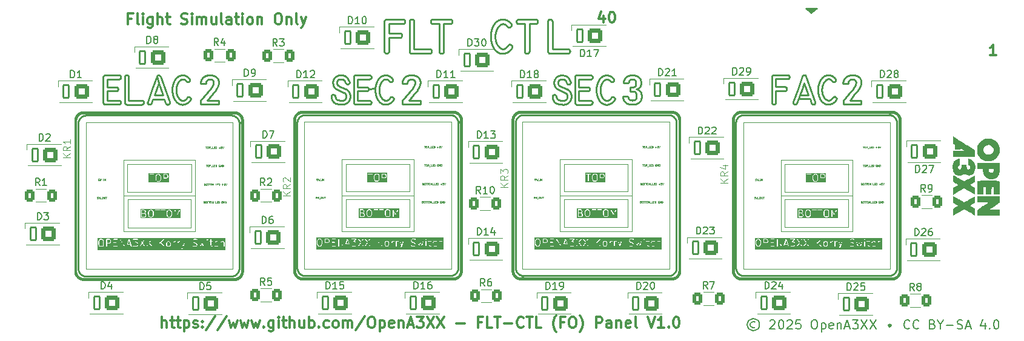
<source format=gbr>
%TF.GenerationSoftware,KiCad,Pcbnew,9.0.2*%
%TF.CreationDate,2025-07-16T22:26:27+02:00*%
%TF.ProjectId,flt-ctl-fo,666c742d-6374-46c2-9d66-6f2e6b696361,rev?*%
%TF.SameCoordinates,Original*%
%TF.FileFunction,Legend,Top*%
%TF.FilePolarity,Positive*%
%FSLAX46Y46*%
G04 Gerber Fmt 4.6, Leading zero omitted, Abs format (unit mm)*
G04 Created by KiCad (PCBNEW 9.0.2) date 2025-07-16 22:26:27*
%MOMM*%
%LPD*%
G01*
G04 APERTURE LIST*
G04 Aperture macros list*
%AMRoundRect*
0 Rectangle with rounded corners*
0 $1 Rounding radius*
0 $2 $3 $4 $5 $6 $7 $8 $9 X,Y pos of 4 corners*
0 Add a 4 corners polygon primitive as box body*
4,1,4,$2,$3,$4,$5,$6,$7,$8,$9,$2,$3,0*
0 Add four circle primitives for the rounded corners*
1,1,$1+$1,$2,$3*
1,1,$1+$1,$4,$5*
1,1,$1+$1,$6,$7*
1,1,$1+$1,$8,$9*
0 Add four rect primitives between the rounded corners*
20,1,$1+$1,$2,$3,$4,$5,0*
20,1,$1+$1,$4,$5,$6,$7,0*
20,1,$1+$1,$6,$7,$8,$9,0*
20,1,$1+$1,$8,$9,$2,$3,0*%
G04 Aperture macros list end*
%ADD10C,0.200000*%
%ADD11C,0.300000*%
%ADD12C,0.279999*%
%ADD13C,0.158750*%
%ADD14C,0.150000*%
%ADD15C,0.100000*%
%ADD16C,0.062500*%
%ADD17C,0.120000*%
%ADD18C,0.000000*%
%ADD19R,3.000000X3.000000*%
%ADD20C,3.000000*%
%ADD21RoundRect,0.165000X-0.385000X-0.885000X0.385000X-0.885000X0.385000X0.885000X-0.385000X0.885000X0*%
%ADD22RoundRect,0.315000X-0.735000X-0.735000X0.735000X-0.735000X0.735000X0.735000X-0.735000X0.735000X0*%
%ADD23RoundRect,0.250000X-0.400000X-0.625000X0.400000X-0.625000X0.400000X0.625000X-0.400000X0.625000X0*%
%ADD24R,1.500000X1.500000*%
%ADD25R,1.700000X1.700000*%
%ADD26C,1.700000*%
G04 APERTURE END LIST*
D10*
X190866593Y-78548894D02*
X190066593Y-77848894D01*
X191666593Y-77848894D01*
X190866593Y-78548894D01*
G36*
X190866593Y-78548894D02*
G01*
X190066593Y-77848894D01*
X191666593Y-77848894D01*
X190866593Y-78548894D01*
G37*
D11*
X216656818Y-84399722D02*
X215799675Y-84399722D01*
X216228246Y-84399722D02*
X216228246Y-82899722D01*
X216228246Y-82899722D02*
X216085389Y-83114008D01*
X216085389Y-83114008D02*
X215942532Y-83256865D01*
X215942532Y-83256865D02*
X215799675Y-83328294D01*
X161822368Y-78825828D02*
X161822368Y-79825828D01*
X161465225Y-78254400D02*
X161108082Y-79325828D01*
X161108082Y-79325828D02*
X162036653Y-79325828D01*
X162893796Y-78325828D02*
X163036653Y-78325828D01*
X163036653Y-78325828D02*
X163179510Y-78397257D01*
X163179510Y-78397257D02*
X163250939Y-78468685D01*
X163250939Y-78468685D02*
X163322367Y-78611542D01*
X163322367Y-78611542D02*
X163393796Y-78897257D01*
X163393796Y-78897257D02*
X163393796Y-79254400D01*
X163393796Y-79254400D02*
X163322367Y-79540114D01*
X163322367Y-79540114D02*
X163250939Y-79682971D01*
X163250939Y-79682971D02*
X163179510Y-79754400D01*
X163179510Y-79754400D02*
X163036653Y-79825828D01*
X163036653Y-79825828D02*
X162893796Y-79825828D01*
X162893796Y-79825828D02*
X162750939Y-79754400D01*
X162750939Y-79754400D02*
X162679510Y-79682971D01*
X162679510Y-79682971D02*
X162608081Y-79540114D01*
X162608081Y-79540114D02*
X162536653Y-79254400D01*
X162536653Y-79254400D02*
X162536653Y-78897257D01*
X162536653Y-78897257D02*
X162608081Y-78611542D01*
X162608081Y-78611542D02*
X162679510Y-78468685D01*
X162679510Y-78468685D02*
X162750939Y-78397257D01*
X162750939Y-78397257D02*
X162893796Y-78325828D01*
D12*
X100607702Y-91090991D02*
X100501433Y-90790329D01*
X100405188Y-90518024D01*
X148441259Y-83008655D02*
X148443722Y-83005894D01*
X148446186Y-83003161D01*
X148448638Y-83000471D01*
X148451092Y-82997809D01*
X148453534Y-82995189D01*
X148455977Y-82992598D01*
X148458409Y-82990047D01*
X148460843Y-82987524D01*
X148463265Y-82985042D01*
X148465689Y-82982587D01*
X148468101Y-82980172D01*
X148470515Y-82977784D01*
X148472917Y-82975435D01*
X148475321Y-82973112D01*
X148477714Y-82970829D01*
X148480108Y-82968571D01*
X148482491Y-82966351D01*
X148484876Y-82964158D01*
X148487250Y-82962001D01*
X148489626Y-82959870D01*
X148491991Y-82957776D01*
X148494357Y-82955707D01*
X148496713Y-82953674D01*
X148499070Y-82951666D01*
X148501417Y-82949694D01*
X148503765Y-82947746D01*
X148506103Y-82945832D01*
X148508443Y-82943944D01*
X148510772Y-82942089D01*
X148513103Y-82940259D01*
X148515425Y-82938461D01*
X148517747Y-82936688D01*
X148520060Y-82934948D01*
X148522374Y-82933231D01*
X148524679Y-82931547D01*
X148526986Y-82929886D01*
X148529283Y-82928257D01*
X148531581Y-82926651D01*
X148533871Y-82925076D01*
X148536161Y-82923524D01*
X148538443Y-82922003D01*
X148540727Y-82920504D01*
X148543002Y-82919035D01*
X148545278Y-82917589D01*
X148547545Y-82916172D01*
X148549815Y-82914778D01*
X148552076Y-82913413D01*
X148554338Y-82912070D01*
X148556592Y-82910755D01*
X148558848Y-82909462D01*
X148561096Y-82908197D01*
X148563345Y-82906954D01*
X148565587Y-82905738D01*
X148567831Y-82904544D01*
X148570067Y-82903377D01*
X148572304Y-82902231D01*
X148574535Y-82901112D01*
X148576767Y-82900014D01*
X148578992Y-82898942D01*
X148581219Y-82897891D01*
X148583439Y-82896865D01*
X148585660Y-82895861D01*
X148587876Y-82894882D01*
X148590093Y-82893924D01*
X148592304Y-82892990D01*
X148594516Y-82892078D01*
X148596723Y-82891189D01*
X148598931Y-82890321D01*
X148601134Y-82889477D01*
X148603338Y-82888654D01*
X148605537Y-82887854D01*
X148607737Y-82887075D01*
X148609933Y-82886319D01*
X148612131Y-82885584D01*
X148614324Y-82884871D01*
X148616518Y-82884178D01*
X148618708Y-82883508D01*
X148620900Y-82882859D01*
X148623088Y-82882231D01*
X148625277Y-82881624D01*
X148627463Y-82881038D01*
X148629650Y-82880473D01*
X148631834Y-82879930D01*
X148634019Y-82879406D01*
X148636202Y-82878904D01*
X148638386Y-82878422D01*
X148640568Y-82877961D01*
X148642751Y-82877521D01*
X148644932Y-82877101D01*
X148647114Y-82876701D01*
X148649295Y-82876322D01*
X148651477Y-82875963D01*
X148653657Y-82875624D01*
X148655839Y-82875306D01*
X148658020Y-82875007D01*
X148660203Y-82874729D01*
X148662385Y-82874471D01*
X148664567Y-82874233D01*
X148666750Y-82874016D01*
X148668934Y-82873818D01*
X148671119Y-82873640D01*
X148673304Y-82873482D01*
X148675490Y-82873344D01*
X148677677Y-82873227D01*
X148682055Y-82873051D01*
X148686438Y-82872955D01*
X148690826Y-82872939D01*
X148695221Y-82873003D01*
X148699624Y-82873147D01*
X148704034Y-82873372D01*
X148708453Y-82873677D01*
X148712881Y-82874063D01*
X148717320Y-82874530D01*
X148721769Y-82875079D01*
X148726231Y-82875710D01*
X148730704Y-82876424D01*
X148735191Y-82877221D01*
X148739692Y-82878101D01*
X148744207Y-82879067D01*
X148748737Y-82880117D01*
X148753283Y-82881253D01*
X148757847Y-82882476D01*
X148762427Y-82883787D01*
X148767025Y-82885186D01*
X148771643Y-82886674D01*
X148776279Y-82888253D01*
X148780936Y-82889923D01*
X148785613Y-82891686D01*
X148790312Y-82893543D01*
X148795033Y-82895495D01*
X148799776Y-82897542D01*
X148804543Y-82899687D01*
X148809334Y-82901931D01*
X148814149Y-82904275D01*
X148818989Y-82906720D01*
X148823855Y-82909268D01*
X148828748Y-82911920D01*
X148833667Y-82914678D01*
X148838614Y-82917543D01*
X148843588Y-82920518D01*
X148848592Y-82923602D01*
X148853624Y-82926799D01*
X148858686Y-82930110D01*
X148863778Y-82933536D01*
X148868901Y-82937080D01*
X148874056Y-82940742D01*
X148879241Y-82944526D01*
X148884459Y-82948432D01*
X148889710Y-82952463D01*
X148894994Y-82956621D01*
X148897131Y-82958331D01*
X110184851Y-115766528D02*
X89109411Y-115766528D01*
X125304480Y-87751086D02*
X125244254Y-87740694D01*
X125176611Y-87729022D01*
X140325598Y-92716327D02*
X140335299Y-92716367D01*
X140344989Y-92716487D01*
X140354668Y-92716686D01*
X140364336Y-92716965D01*
X140373993Y-92717324D01*
X140383637Y-92717763D01*
X140393270Y-92718280D01*
X140402890Y-92718877D01*
X140412497Y-92719554D01*
X140422091Y-92720309D01*
X140431671Y-92721144D01*
X140441238Y-92722057D01*
X140450790Y-92723050D01*
X140460327Y-92724121D01*
X140469850Y-92725271D01*
X140479357Y-92726499D01*
X140488848Y-92727806D01*
X140498323Y-92729192D01*
X140507781Y-92730656D01*
X140517223Y-92732198D01*
X140526647Y-92733818D01*
X140536053Y-92735516D01*
X140545441Y-92737292D01*
X140554810Y-92739146D01*
X140564160Y-92741077D01*
X140573491Y-92743086D01*
X140582802Y-92745173D01*
X140592092Y-92747337D01*
X140601361Y-92749578D01*
X140610610Y-92751896D01*
X140619836Y-92754291D01*
X140629040Y-92756763D01*
X140638222Y-92759312D01*
X140647380Y-92761937D01*
X140656515Y-92764638D01*
X140665626Y-92767416D01*
X140674712Y-92770269D01*
X140683773Y-92773199D01*
X140692809Y-92776204D01*
X140701818Y-92779285D01*
X140710801Y-92782441D01*
X140719756Y-92785673D01*
X140728685Y-92788979D01*
X140737584Y-92792361D01*
X140746456Y-92795816D01*
X140755298Y-92799347D01*
X140764110Y-92802951D01*
X140772893Y-92806630D01*
X140781644Y-92810382D01*
X140790364Y-92814208D01*
X140799053Y-92818107D01*
X140807709Y-92822080D01*
X140816332Y-92826125D01*
X140824921Y-92830242D01*
X140833477Y-92834432D01*
X140841998Y-92838695D01*
X140850483Y-92843028D01*
X140858933Y-92847434D01*
X140867347Y-92851911D01*
X140875724Y-92856458D01*
X140884063Y-92861077D01*
X140892364Y-92865765D01*
X140900627Y-92870524D01*
X140908851Y-92875352D01*
X140917035Y-92880250D01*
X140925178Y-92885217D01*
X140933281Y-92890253D01*
X140941342Y-92895357D01*
X140949362Y-92900529D01*
X140957338Y-92905768D01*
X140965272Y-92911075D01*
X140973162Y-92916449D01*
X140981007Y-92921890D01*
X140988808Y-92927396D01*
X140996563Y-92932969D01*
X141004272Y-92938607D01*
X141011934Y-92944310D01*
X141019549Y-92950077D01*
X141027116Y-92955908D01*
X141034635Y-92961804D01*
X141042105Y-92967762D01*
X141049526Y-92973784D01*
X141056897Y-92979867D01*
X141064217Y-92986013D01*
X141071485Y-92992220D01*
X141078702Y-92998488D01*
X141085867Y-93004817D01*
X141092979Y-93011206D01*
X141100038Y-93017654D01*
X141107042Y-93024162D01*
X141113993Y-93030728D01*
X141120888Y-93037352D01*
X141127728Y-93044034D01*
X141134512Y-93050773D01*
X141137882Y-93054164D01*
X141141239Y-93057568D01*
X141144581Y-93060987D01*
X141147909Y-93064420D01*
X141151222Y-93067867D01*
X141154522Y-93071327D01*
X141157806Y-93074801D01*
X141161076Y-93078289D01*
X141164331Y-93081791D01*
X141167572Y-93085306D01*
X141170798Y-93088834D01*
X141174009Y-93092376D01*
X141177205Y-93095932D01*
X141180386Y-93099500D01*
X141183552Y-93103082D01*
X141186703Y-93106677D01*
X141189839Y-93110285D01*
X141192960Y-93113907D01*
X141196065Y-93117540D01*
X141199156Y-93121187D01*
X141202230Y-93124847D01*
X141205290Y-93128520D01*
X141208333Y-93132205D01*
X141211362Y-93135902D01*
X141214375Y-93139613D01*
X141217372Y-93143335D01*
X141220353Y-93147070D01*
X141223319Y-93150818D01*
X141226268Y-93154577D01*
X141229202Y-93158349D01*
X141232120Y-93162133D01*
X141235022Y-93165929D01*
X141237908Y-93169737D01*
X141240778Y-93173557D01*
X141243632Y-93177388D01*
X141246470Y-93181232D01*
X141249291Y-93185087D01*
X141252096Y-93188954D01*
X141254884Y-93192831D01*
X141257657Y-93196721D01*
X141260412Y-93200622D01*
X141263152Y-93204535D01*
X141265874Y-93208458D01*
X141268581Y-93212393D01*
X141271270Y-93216339D01*
X141273943Y-93220296D01*
X141276598Y-93224263D01*
X141279238Y-93228242D01*
X141281860Y-93232232D01*
X141284466Y-93236232D01*
X141287054Y-93240243D01*
X141289626Y-93244265D01*
X141292180Y-93248296D01*
X141294718Y-93252339D01*
X141297238Y-93256392D01*
X141299742Y-93260455D01*
X141302227Y-93264528D01*
X141304697Y-93268612D01*
X141307148Y-93272705D01*
X141309582Y-93276810D01*
X141311999Y-93280923D01*
X141314399Y-93285047D01*
X141316780Y-93289180D01*
X141319145Y-93293323D01*
X141321492Y-93297475D01*
X141323821Y-93301638D01*
X141326133Y-93305809D01*
X141328427Y-93309991D01*
X141330703Y-93314181D01*
X141332962Y-93318382D01*
X141335203Y-93322590D01*
X141337427Y-93326809D01*
X141339631Y-93331036D01*
X141341819Y-93335273D01*
X141343988Y-93339518D01*
X141346140Y-93343772D01*
X141348274Y-93348035D01*
X141350390Y-93352307D01*
X141352487Y-93356587D01*
X141354567Y-93360877D01*
X141356628Y-93365173D01*
X141358671Y-93369480D01*
X141360696Y-93373794D01*
X141362703Y-93378117D01*
X141364692Y-93382447D01*
X141366662Y-93386787D01*
X141368614Y-93391134D01*
X141370548Y-93395490D01*
X141372463Y-93399852D01*
X141374361Y-93404224D01*
X141376239Y-93408602D01*
X141378099Y-93412990D01*
X141379940Y-93417383D01*
X141381764Y-93421786D01*
X141383568Y-93426195D01*
X141385355Y-93430613D01*
X141387122Y-93435037D01*
X141388871Y-93439469D01*
X141390601Y-93443908D01*
X141392313Y-93448355D01*
X141394005Y-93452808D01*
X141395680Y-93457269D01*
X141397335Y-93461736D01*
X141398972Y-93466212D01*
X141400589Y-93470692D01*
X141402189Y-93475182D01*
X141403768Y-93479676D01*
X141405330Y-93484179D01*
X141406872Y-93488687D01*
X141408396Y-93493203D01*
X141409900Y-93497723D01*
X141411386Y-93502253D01*
X141412853Y-93506786D01*
X141414301Y-93511328D01*
X141415729Y-93515874D01*
X141417139Y-93520429D01*
X141418529Y-93524987D01*
X141419901Y-93529554D01*
X141421253Y-93534124D01*
X141422587Y-93538703D01*
X141423901Y-93543285D01*
X141425196Y-93547876D01*
X141426472Y-93552470D01*
X141427729Y-93557072D01*
X141428966Y-93561677D01*
X141430185Y-93566290D01*
X141431383Y-93570907D01*
X141432563Y-93575531D01*
X141433724Y-93580158D01*
X141434865Y-93584794D01*
X141435987Y-93589432D01*
X141437090Y-93594077D01*
X141438173Y-93598726D01*
X141439237Y-93603382D01*
X141440281Y-93608041D01*
X141441306Y-93612707D01*
X141442312Y-93617376D01*
X141443298Y-93622052D01*
X141444265Y-93626730D01*
X141445212Y-93631416D01*
X141446140Y-93636104D01*
X141447049Y-93640799D01*
X141447938Y-93645497D01*
X141448807Y-93650201D01*
X141449657Y-93654908D01*
X141450488Y-93659622D01*
X141451298Y-93664337D01*
X141452090Y-93669060D01*
X141452861Y-93673784D01*
X141453614Y-93678515D01*
X141454346Y-93683248D01*
X141455059Y-93687987D01*
X141455752Y-93692728D01*
X141456426Y-93697476D01*
X141457080Y-93702225D01*
X141457714Y-93706981D01*
X141458329Y-93711738D01*
X141458924Y-93716501D01*
X141459499Y-93721266D01*
X141460055Y-93726038D01*
X141460591Y-93730810D01*
X141461107Y-93735589D01*
X141461603Y-93740368D01*
X141462080Y-93745154D01*
X141462537Y-93749941D01*
X141462974Y-93754734D01*
X141463391Y-93759528D01*
X141463788Y-93764328D01*
X141464166Y-93769128D01*
X141464524Y-93773935D01*
X141464862Y-93778742D01*
X141465180Y-93783555D01*
X141465478Y-93788369D01*
X141465757Y-93793188D01*
X141466015Y-93798008D01*
X141466254Y-93802834D01*
X141466473Y-93807660D01*
X141466672Y-93812491D01*
X141466851Y-93817323D01*
X141467010Y-93822161D01*
X141467149Y-93826998D01*
X141467268Y-93831841D01*
X141467367Y-93836685D01*
X141467446Y-93841533D01*
X141467505Y-93846382D01*
X141467545Y-93851236D01*
X141467566Y-93858325D01*
X148967138Y-83394763D02*
X148946508Y-83425189D01*
X131143225Y-83811298D02*
X131143225Y-79683398D01*
X166360693Y-90216144D02*
X166360693Y-89924884D01*
X159954443Y-87735950D02*
X158324011Y-87735950D01*
X165845068Y-88850513D02*
X165849032Y-88850503D01*
X165852978Y-88850473D01*
X165856890Y-88850423D01*
X165860785Y-88850354D01*
X165864645Y-88850265D01*
X165868488Y-88850156D01*
X165872298Y-88850028D01*
X165876091Y-88849881D01*
X165879850Y-88849715D01*
X165883593Y-88849530D01*
X165887303Y-88849327D01*
X165890996Y-88849104D01*
X165894658Y-88848863D01*
X165898302Y-88848603D01*
X165901916Y-88848325D01*
X165905512Y-88848029D01*
X165909078Y-88847715D01*
X165912627Y-88847382D01*
X165916146Y-88847032D01*
X165919648Y-88846664D01*
X165923121Y-88846279D01*
X165926577Y-88845875D01*
X165930004Y-88845454D01*
X165933415Y-88845016D01*
X165936797Y-88844561D01*
X165940162Y-88844087D01*
X165943500Y-88843598D01*
X165946821Y-88843091D01*
X165950115Y-88842567D01*
X165953392Y-88842026D01*
X165956642Y-88841470D01*
X165959877Y-88840895D01*
X165963085Y-88840305D01*
X165966277Y-88839698D01*
X165969442Y-88839075D01*
X165972592Y-88838435D01*
X165975716Y-88837780D01*
X165978825Y-88837107D01*
X165981907Y-88836420D01*
X165984975Y-88835715D01*
X165988018Y-88834996D01*
X165991045Y-88834260D01*
X165994048Y-88833509D01*
X165997036Y-88832741D01*
X165999999Y-88831959D01*
X166002948Y-88831160D01*
X166005872Y-88830347D01*
X166008782Y-88829517D01*
X166011668Y-88828673D01*
X166014540Y-88827812D01*
X166017389Y-88826938D01*
X166020223Y-88826047D01*
X166023035Y-88825142D01*
X166025832Y-88824220D01*
X166028607Y-88823285D01*
X166031367Y-88822334D01*
X166034106Y-88821369D01*
X166036830Y-88820388D01*
X166039533Y-88819393D01*
X166042222Y-88818382D01*
X166044890Y-88817358D01*
X166047544Y-88816318D01*
X166050177Y-88815264D01*
X166052796Y-88814194D01*
X166055395Y-88813111D01*
X166057980Y-88812012D01*
X166060546Y-88810900D01*
X166063097Y-88809772D01*
X166065629Y-88808630D01*
X166068147Y-88807473D01*
X166070646Y-88806303D01*
X166073132Y-88805117D01*
X166075598Y-88803918D01*
X166078051Y-88802703D01*
X166080486Y-88801475D01*
X166082907Y-88800231D01*
X166085310Y-88798974D01*
X166087700Y-88797701D01*
X166090072Y-88796416D01*
X166092430Y-88795114D01*
X166094771Y-88793800D01*
X166097099Y-88792470D01*
X166099410Y-88791127D01*
X166101708Y-88789768D01*
X166103988Y-88788396D01*
X166106256Y-88787008D01*
X166108507Y-88785608D01*
X166110745Y-88784191D01*
X166112967Y-88782762D01*
X166115176Y-88781317D01*
X166117369Y-88779858D01*
X166119549Y-88778384D01*
X166121713Y-88776896D01*
X166123864Y-88775393D01*
X166126001Y-88773877D01*
X166128124Y-88772345D01*
X166130232Y-88770799D01*
X166132327Y-88769238D01*
X166134408Y-88767662D01*
X166136475Y-88766072D01*
X166138528Y-88764467D01*
X166140569Y-88762847D01*
X166142595Y-88761213D01*
X166144608Y-88759564D01*
X166146607Y-88757899D01*
X166148594Y-88756220D01*
X166150567Y-88754526D01*
X166152526Y-88752817D01*
X166156406Y-88749354D01*
X166160234Y-88745830D01*
X166164010Y-88742244D01*
X166165747Y-88740558D01*
X119701574Y-115694598D02*
X119691669Y-115694558D01*
X119681774Y-115694438D01*
X119671891Y-115694239D01*
X119662018Y-115693959D01*
X119652157Y-115693601D01*
X119642308Y-115693162D01*
X119632471Y-115692645D01*
X119622646Y-115692047D01*
X119612834Y-115691371D01*
X119603035Y-115690615D01*
X119593250Y-115689781D01*
X119583479Y-115688867D01*
X119573722Y-115687875D01*
X119563979Y-115686803D01*
X119554251Y-115685653D01*
X119544539Y-115684424D01*
X119534842Y-115683117D01*
X119525162Y-115681731D01*
X119515498Y-115680267D01*
X119505850Y-115678725D01*
X119496220Y-115677104D01*
X119486608Y-115675405D01*
X119477013Y-115673629D01*
X119467437Y-115671774D01*
X119457880Y-115669842D01*
X119448343Y-115667832D01*
X119438825Y-115665745D01*
X119429327Y-115663580D01*
X119419849Y-115661338D01*
X119410393Y-115659019D01*
X119400958Y-115656623D01*
X119391545Y-115654150D01*
X119382155Y-115651600D01*
X119372787Y-115648974D01*
X119363442Y-115646271D01*
X119354122Y-115643492D01*
X119344825Y-115640636D01*
X119335553Y-115637705D01*
X119326307Y-115634698D01*
X119317086Y-115631615D01*
X119307891Y-115628456D01*
X119298723Y-115625222D01*
X119289582Y-115621913D01*
X119280469Y-115618529D01*
X119271384Y-115615070D01*
X119262328Y-115611537D01*
X119253300Y-115607929D01*
X119244303Y-115604247D01*
X119235336Y-115600491D01*
X119226399Y-115596661D01*
X119217494Y-115592758D01*
X119208621Y-115588781D01*
X119199780Y-115584731D01*
X119190972Y-115580609D01*
X119182197Y-115576413D01*
X119173456Y-115572146D01*
X119164750Y-115567806D01*
X119156079Y-115563394D01*
X119147443Y-115558911D01*
X119138844Y-115554356D01*
X119130282Y-115549731D01*
X119121756Y-115545035D01*
X119113269Y-115540268D01*
X119104820Y-115535431D01*
X119096410Y-115530524D01*
X119088039Y-115525548D01*
X119079709Y-115520503D01*
X119071419Y-115515388D01*
X119063170Y-115510206D01*
X119054963Y-115504955D01*
X119046799Y-115499636D01*
X119038677Y-115494250D01*
X119030599Y-115488796D01*
X119022565Y-115483276D01*
X119014576Y-115477690D01*
X119006632Y-115472037D01*
X118998733Y-115466319D01*
X118990881Y-115460536D01*
X118983076Y-115454688D01*
X118975318Y-115448775D01*
X118967608Y-115442799D01*
X118959946Y-115436759D01*
X118952334Y-115430655D01*
X118944771Y-115424489D01*
X118937259Y-115418261D01*
X118929797Y-115411971D01*
X118922387Y-115405620D01*
X118915028Y-115399207D01*
X118907722Y-115392735D01*
X118900469Y-115386202D01*
X118893269Y-115379610D01*
X118886123Y-115372958D01*
X118879032Y-115366248D01*
X118871995Y-115359480D01*
X118865014Y-115352655D01*
X118858090Y-115345772D01*
X118854649Y-115342310D01*
X118851222Y-115338833D01*
X118847809Y-115335343D01*
X118844410Y-115331838D01*
X118841026Y-115328319D01*
X118837657Y-115324787D01*
X118834302Y-115321241D01*
X118830961Y-115317681D01*
X118827636Y-115314108D01*
X118824324Y-115310521D01*
X118821028Y-115306921D01*
X118817747Y-115303307D01*
X118814480Y-115299679D01*
X118811228Y-115296039D01*
X118807992Y-115292385D01*
X118804770Y-115288718D01*
X118801563Y-115285038D01*
X118798372Y-115281345D01*
X118795196Y-115277639D01*
X118792035Y-115273920D01*
X118788890Y-115270188D01*
X118785759Y-115266444D01*
X118782645Y-115262687D01*
X118779546Y-115258917D01*
X118776462Y-115255134D01*
X118773394Y-115251339D01*
X118770342Y-115247532D01*
X118767306Y-115243712D01*
X118764285Y-115239881D01*
X118761280Y-115236036D01*
X118758291Y-115232180D01*
X118755318Y-115228311D01*
X118752361Y-115224431D01*
X118749420Y-115220539D01*
X118746496Y-115216635D01*
X118743587Y-115212719D01*
X118740695Y-115208791D01*
X118737818Y-115204852D01*
X118734959Y-115200901D01*
X118732115Y-115196938D01*
X118729288Y-115192965D01*
X118726477Y-115188979D01*
X118723683Y-115184983D01*
X118720906Y-115180975D01*
X118718145Y-115176956D01*
X118715400Y-115172926D01*
X118712673Y-115168885D01*
X118709962Y-115164833D01*
X118707268Y-115160770D01*
X118704591Y-115156696D01*
X118701931Y-115152612D01*
X118699287Y-115148517D01*
X118696661Y-115144411D01*
X118694051Y-115140295D01*
X118691459Y-115136168D01*
X118688884Y-115132031D01*
X118686326Y-115127884D01*
X118683785Y-115123726D01*
X118681262Y-115119559D01*
X118678755Y-115115380D01*
X118676266Y-115111193D01*
X118673794Y-115106994D01*
X118671340Y-115102787D01*
X118668903Y-115098569D01*
X118666484Y-115094342D01*
X118664082Y-115090105D01*
X118661698Y-115085859D01*
X118659331Y-115081602D01*
X118656982Y-115077337D01*
X118654651Y-115073061D01*
X118652337Y-115068778D01*
X118650041Y-115064483D01*
X118647763Y-115060181D01*
X118645503Y-115055869D01*
X118643261Y-115051549D01*
X118641036Y-115047218D01*
X118638829Y-115042880D01*
X118636640Y-115038531D01*
X118634470Y-115034176D01*
X118632317Y-115029810D01*
X118630183Y-115025437D01*
X118628066Y-115021054D01*
X118625968Y-115016664D01*
X118623887Y-115012263D01*
X118621825Y-115007857D01*
X118619781Y-115003440D01*
X118617756Y-114999017D01*
X118615748Y-114994583D01*
X118613759Y-114990144D01*
X118611788Y-114985695D01*
X118609836Y-114981239D01*
X118607902Y-114976774D01*
X118605987Y-114972303D01*
X118604090Y-114967822D01*
X118602211Y-114963335D01*
X118600351Y-114958839D01*
X118598510Y-114954337D01*
X118596686Y-114949826D01*
X118594882Y-114945310D01*
X118593096Y-114940784D01*
X118591329Y-114936252D01*
X118589581Y-114931712D01*
X118587851Y-114927166D01*
X118586140Y-114922611D01*
X118584448Y-114918051D01*
X118582774Y-114913483D01*
X118581119Y-114908909D01*
X118579483Y-114904326D01*
X118577866Y-114899739D01*
X118576268Y-114895143D01*
X118574689Y-114890542D01*
X118573128Y-114885933D01*
X118571587Y-114881319D01*
X118570064Y-114876696D01*
X118568560Y-114872070D01*
X118567075Y-114867434D01*
X118565610Y-114862795D01*
X118564163Y-114858147D01*
X118562735Y-114853496D01*
X118561327Y-114848836D01*
X118559937Y-114844172D01*
X118558567Y-114839500D01*
X118557216Y-114834824D01*
X118555883Y-114830140D01*
X118554571Y-114825452D01*
X118553277Y-114820757D01*
X118552002Y-114816058D01*
X118550747Y-114811351D01*
X118549511Y-114806641D01*
X118548294Y-114801923D01*
X118547096Y-114797202D01*
X118545918Y-114792473D01*
X118544759Y-114787741D01*
X118543619Y-114783002D01*
X118542499Y-114778260D01*
X118541398Y-114773510D01*
X118540316Y-114768757D01*
X118539254Y-114763997D01*
X118538211Y-114759234D01*
X118537187Y-114754464D01*
X118536183Y-114749691D01*
X118535198Y-114744911D01*
X118534233Y-114740129D01*
X118533287Y-114735340D01*
X118532361Y-114730548D01*
X118531454Y-114725749D01*
X118530567Y-114720948D01*
X118529699Y-114716140D01*
X118528851Y-114711330D01*
X118528022Y-114706513D01*
X118527214Y-114701694D01*
X118526424Y-114696869D01*
X118525654Y-114692041D01*
X118524904Y-114687207D01*
X118524173Y-114682371D01*
X118523462Y-114677529D01*
X118522770Y-114672684D01*
X118522098Y-114667834D01*
X118521446Y-114662982D01*
X118520814Y-114658123D01*
X118520201Y-114653263D01*
X118519608Y-114648397D01*
X118519035Y-114643529D01*
X118518481Y-114638655D01*
X118517947Y-114633780D01*
X118517433Y-114628899D01*
X118516938Y-114624016D01*
X118516463Y-114619128D01*
X118516009Y-114614238D01*
X118515573Y-114609343D01*
X118515158Y-114604446D01*
X118514762Y-114599544D01*
X118514387Y-114594641D01*
X118514031Y-114589732D01*
X118513695Y-114584822D01*
X118513378Y-114579907D01*
X118513082Y-114574990D01*
X118512806Y-114570069D01*
X118512549Y-114565146D01*
X118512312Y-114560218D01*
X118512096Y-114555290D01*
X118511899Y-114550356D01*
X118511722Y-114545422D01*
X118511565Y-114540482D01*
X118511428Y-114535542D01*
X118511310Y-114530597D01*
X118511213Y-114525651D01*
X118511136Y-114520700D01*
X118511079Y-114515749D01*
X118511042Y-114510793D01*
X118511023Y-114504047D01*
X128667578Y-88817188D02*
X128671164Y-88817738D01*
X128674728Y-88818306D01*
X128678248Y-88818886D01*
X128681745Y-88819483D01*
X128685200Y-88820093D01*
X128688632Y-88820720D01*
X128692022Y-88821359D01*
X128695390Y-88822014D01*
X128698717Y-88822682D01*
X128702022Y-88823366D01*
X128705287Y-88824062D01*
X128708529Y-88824774D01*
X128711732Y-88825497D01*
X128714914Y-88826236D01*
X128718056Y-88826987D01*
X128721178Y-88827753D01*
X128724261Y-88828531D01*
X128727322Y-88829323D01*
X128730347Y-88830127D01*
X128733350Y-88830946D01*
X128736317Y-88831776D01*
X128739263Y-88832620D01*
X128742173Y-88833475D01*
X128745062Y-88834345D01*
X128747916Y-88835225D01*
X128750749Y-88836120D01*
X128753548Y-88837025D01*
X128756327Y-88837945D01*
X128759072Y-88838874D01*
X128761796Y-88839818D01*
X128764488Y-88840771D01*
X128767159Y-88841739D01*
X128769798Y-88842716D01*
X128772417Y-88843707D01*
X128775005Y-88844707D01*
X128777573Y-88845722D01*
X128780109Y-88846745D01*
X128782626Y-88847782D01*
X128785113Y-88848829D01*
X128787580Y-88849889D01*
X128790018Y-88850958D01*
X128792436Y-88852040D01*
X128794825Y-88853131D01*
X128797195Y-88854236D01*
X128799536Y-88855349D01*
X128801859Y-88856476D01*
X128804154Y-88857611D01*
X128806430Y-88858759D01*
X128808678Y-88859916D01*
X128810908Y-88861086D01*
X128813111Y-88862264D01*
X128815295Y-88863455D01*
X128817454Y-88864655D01*
X128819594Y-88865867D01*
X128821708Y-88867088D01*
X128823804Y-88868322D01*
X128825875Y-88869563D01*
X128827928Y-88870818D01*
X128829957Y-88872081D01*
X128831967Y-88873356D01*
X128833954Y-88874640D01*
X128835923Y-88875936D01*
X128837867Y-88877241D01*
X128839795Y-88878558D01*
X128841699Y-88879883D01*
X128843586Y-88881220D01*
X128845450Y-88882566D01*
X128847297Y-88883924D01*
X128849122Y-88885291D01*
X128850930Y-88886670D01*
X128852715Y-88888057D01*
X128854484Y-88889457D01*
X128856231Y-88890865D01*
X128857962Y-88892285D01*
X128859671Y-88893714D01*
X128861364Y-88895154D01*
X128863036Y-88896604D01*
X128864691Y-88898066D01*
X128866326Y-88899536D01*
X128867945Y-88901019D01*
X128869543Y-88902510D01*
X128871126Y-88904013D01*
X128872688Y-88905526D01*
X128874235Y-88907051D01*
X128875762Y-88908584D01*
X128877273Y-88910130D01*
X128878765Y-88911685D01*
X128880241Y-88913252D01*
X128881699Y-88914829D01*
X128883140Y-88916418D01*
X128884563Y-88918016D01*
X128885970Y-88919627D01*
X128887359Y-88921247D01*
X128888732Y-88922879D01*
X128890088Y-88924522D01*
X128891427Y-88926176D01*
X128892750Y-88927842D01*
X128894056Y-88929518D01*
X128895345Y-88931206D01*
X128896618Y-88932906D01*
X128897874Y-88934616D01*
X128899114Y-88936339D01*
X128901546Y-88939819D01*
X128903913Y-88943345D01*
X128906216Y-88946920D01*
X128908454Y-88950543D01*
X128910629Y-88954215D01*
X128912741Y-88957937D01*
X128914789Y-88961710D01*
X128916774Y-88965535D01*
X128918696Y-88969412D01*
X128920555Y-88973342D01*
X128922351Y-88977326D01*
X128924084Y-88981365D01*
X128925754Y-88985460D01*
X128927361Y-88989612D01*
X128928904Y-88993822D01*
X128930384Y-88998091D01*
X128931799Y-89002420D01*
X128933151Y-89006810D01*
X128934437Y-89011262D01*
X128935659Y-89015778D01*
X128936815Y-89020358D01*
X128937904Y-89025003D01*
X128938927Y-89029715D01*
X128939883Y-89034495D01*
X128940771Y-89039344D01*
X128941590Y-89044264D01*
X128942340Y-89049255D01*
X128943020Y-89054319D01*
X128943629Y-89059456D01*
X128944166Y-89064670D01*
X128944630Y-89069959D01*
X128945021Y-89075327D01*
X128945337Y-89080774D01*
X128945577Y-89086302D01*
X128945741Y-89091912D01*
X128945827Y-89097605D01*
X128945837Y-89102741D01*
X147578833Y-83477832D02*
X147582149Y-83478886D01*
X147585464Y-83479918D01*
X147588772Y-83480928D01*
X147592079Y-83481916D01*
X147595379Y-83482881D01*
X147598679Y-83483826D01*
X147601971Y-83484747D01*
X147605264Y-83485648D01*
X147608549Y-83486526D01*
X147611835Y-83487383D01*
X147615113Y-83488218D01*
X147618392Y-83489032D01*
X147621664Y-83489824D01*
X147624935Y-83490595D01*
X147628201Y-83491344D01*
X147631466Y-83492073D01*
X147634726Y-83492780D01*
X147637985Y-83493466D01*
X147641238Y-83494131D01*
X147644491Y-83494775D01*
X147647739Y-83495398D01*
X147650986Y-83496000D01*
X147654229Y-83496581D01*
X147657470Y-83497142D01*
X147660708Y-83497681D01*
X147663944Y-83498200D01*
X147667176Y-83498698D01*
X147670408Y-83499176D01*
X147673635Y-83499633D01*
X147676862Y-83500070D01*
X147680085Y-83500486D01*
X147683307Y-83500881D01*
X147686526Y-83501256D01*
X147689744Y-83501611D01*
X147692959Y-83501946D01*
X147696173Y-83502260D01*
X147699384Y-83502554D01*
X147702594Y-83502827D01*
X147705802Y-83503081D01*
X147709009Y-83503314D01*
X147712213Y-83503527D01*
X147715417Y-83503720D01*
X147718618Y-83503892D01*
X147721819Y-83504045D01*
X147725017Y-83504178D01*
X147728215Y-83504290D01*
X147731411Y-83504382D01*
X147734606Y-83504455D01*
X147737800Y-83504507D01*
X147740993Y-83504539D01*
X147744185Y-83504552D01*
X147747376Y-83504544D01*
X147750566Y-83504516D01*
X147753756Y-83504469D01*
X147756944Y-83504401D01*
X147760132Y-83504313D01*
X147766506Y-83504078D01*
X147772878Y-83503762D01*
X147779249Y-83503367D01*
X147785618Y-83502892D01*
X147791987Y-83502336D01*
X147798357Y-83501700D01*
X147804726Y-83500983D01*
X147811097Y-83500186D01*
X147817469Y-83499308D01*
X147823843Y-83498349D01*
X147830220Y-83497309D01*
X147836599Y-83496187D01*
X147842982Y-83494983D01*
X147849369Y-83493697D01*
X147855761Y-83492329D01*
X147862157Y-83490878D01*
X147868558Y-83489343D01*
X147874966Y-83487724D01*
X147881379Y-83486022D01*
X147887799Y-83484235D01*
X147894227Y-83482363D01*
X147900662Y-83480405D01*
X147907105Y-83478361D01*
X147913556Y-83476230D01*
X147920017Y-83474012D01*
X147926487Y-83471706D01*
X147932966Y-83469312D01*
X147939456Y-83466828D01*
X147945957Y-83464255D01*
X147952468Y-83461591D01*
X147958991Y-83458836D01*
X147965526Y-83455989D01*
X147972073Y-83453050D01*
X147978632Y-83450017D01*
X147985205Y-83446889D01*
X147991791Y-83443667D01*
X147998391Y-83440349D01*
X148005004Y-83436934D01*
X148011633Y-83433421D01*
X148018276Y-83429810D01*
X148024934Y-83426099D01*
X148031608Y-83422288D01*
X148038298Y-83418376D01*
X148045004Y-83414361D01*
X148051727Y-83410243D01*
X148058466Y-83406021D01*
X148065223Y-83401693D01*
X148071997Y-83397260D01*
X148078789Y-83392718D01*
X148085599Y-83388069D01*
X148092427Y-83383309D01*
X148099274Y-83378439D01*
X148106140Y-83373457D01*
X148113026Y-83368362D01*
X148119931Y-83363153D01*
X148126855Y-83357829D01*
X148133800Y-83352388D01*
X148140765Y-83346830D01*
X148147751Y-83341152D01*
X148154757Y-83335355D01*
X148161785Y-83329436D01*
X148168834Y-83323394D01*
X148175904Y-83317228D01*
X148182996Y-83310937D01*
X148190110Y-83304519D01*
X148197246Y-83297974D01*
X148204405Y-83291299D01*
X148211586Y-83284493D01*
X148218790Y-83277555D01*
X148226017Y-83270484D01*
X148233267Y-83263278D01*
X148240541Y-83255936D01*
X148247838Y-83248456D01*
X148255159Y-83240838D01*
X148262504Y-83233078D01*
X148269873Y-83225177D01*
X148277266Y-83217132D01*
X148284684Y-83208942D01*
X148292126Y-83200605D01*
X148299593Y-83192120D01*
X148307084Y-83183486D01*
X148314601Y-83174701D01*
X148322143Y-83165763D01*
X148329710Y-83156670D01*
X148337303Y-83147422D01*
X148344921Y-83138017D01*
X148352565Y-83128452D01*
X148360235Y-83118727D01*
X148367931Y-83108839D01*
X148375652Y-83098788D01*
X148383400Y-83088570D01*
X148391174Y-83078186D01*
X148397619Y-83069476D01*
X156335669Y-87221942D02*
X156343366Y-87223474D01*
X156351080Y-87225090D01*
X156358810Y-87226792D01*
X156366557Y-87228579D01*
X156374322Y-87230453D01*
X156382105Y-87232413D01*
X156389905Y-87234461D01*
X156397725Y-87236596D01*
X156405563Y-87238819D01*
X156413420Y-87241131D01*
X156421297Y-87243532D01*
X156429194Y-87246023D01*
X156437111Y-87248605D01*
X156445049Y-87251277D01*
X156453008Y-87254041D01*
X156460989Y-87256897D01*
X156468991Y-87259846D01*
X156477015Y-87262889D01*
X156485061Y-87266025D01*
X156493130Y-87269257D01*
X156501222Y-87272584D01*
X156509338Y-87276007D01*
X156517477Y-87279527D01*
X156525640Y-87283144D01*
X156533827Y-87286860D01*
X156534277Y-87287067D01*
X103501928Y-88025745D02*
X103498150Y-88021278D01*
X103494375Y-88016844D01*
X103490618Y-88012463D01*
X103486864Y-88008116D01*
X103483128Y-88003821D01*
X103479395Y-87999560D01*
X103475680Y-87995350D01*
X103471968Y-87991172D01*
X103468274Y-87987046D01*
X103464582Y-87982952D01*
X103460909Y-87978909D01*
X103457238Y-87974898D01*
X103453586Y-87970936D01*
X103449935Y-87967007D01*
X103446303Y-87963126D01*
X103442672Y-87959277D01*
X103439060Y-87955476D01*
X103435450Y-87951706D01*
X103431858Y-87947984D01*
X103428267Y-87944293D01*
X103424695Y-87940650D01*
X103421125Y-87937036D01*
X103417572Y-87933470D01*
X103414021Y-87929933D01*
X103410489Y-87926442D01*
X103406957Y-87922982D01*
X103403444Y-87919566D01*
X103399932Y-87916181D01*
X103396438Y-87912839D01*
X103392945Y-87909528D01*
X103389470Y-87906260D01*
X103385996Y-87903021D01*
X103382540Y-87899826D01*
X103379085Y-87896660D01*
X103375647Y-87893536D01*
X103372211Y-87890441D01*
X103368792Y-87887388D01*
X103365375Y-87884363D01*
X103361974Y-87881380D01*
X103358575Y-87878425D01*
X103355192Y-87875511D01*
X103351812Y-87872625D01*
X103348447Y-87869779D01*
X103345084Y-87866961D01*
X103341738Y-87864182D01*
X103338393Y-87861431D01*
X103335064Y-87858719D01*
X103331736Y-87856034D01*
X103328425Y-87853388D01*
X103325115Y-87850768D01*
X103321820Y-87848186D01*
X103318528Y-87845632D01*
X103315251Y-87843114D01*
X103311975Y-87840623D01*
X103308715Y-87838169D01*
X103305456Y-87835741D01*
X103302213Y-87833349D01*
X103298971Y-87830983D01*
X103295744Y-87828653D01*
X103292518Y-87826349D01*
X103289308Y-87824080D01*
X103286099Y-87821836D01*
X103282904Y-87819627D01*
X103279711Y-87817444D01*
X103276532Y-87815295D01*
X103273355Y-87813170D01*
X103270192Y-87811080D01*
X103267031Y-87809014D01*
X103263883Y-87806982D01*
X103260737Y-87804974D01*
X103257605Y-87802999D01*
X103254474Y-87801048D01*
X103251357Y-87799129D01*
X103248242Y-87797235D01*
X103245139Y-87795373D01*
X103242038Y-87793534D01*
X103238951Y-87791727D01*
X103235865Y-87789944D01*
X103232791Y-87788191D01*
X103229720Y-87786462D01*
X103226660Y-87784764D01*
X103223603Y-87783089D01*
X103220558Y-87781443D01*
X103217514Y-87779822D01*
X103214482Y-87778229D01*
X103211452Y-87776660D01*
X103208434Y-87775119D01*
X103205418Y-87773602D01*
X103202413Y-87772113D01*
X103199410Y-87770647D01*
X103196418Y-87769210D01*
X103193427Y-87767795D01*
X103190448Y-87766407D01*
X103187471Y-87765042D01*
X103184504Y-87763705D01*
X103181539Y-87762390D01*
X103178585Y-87761101D01*
X103175632Y-87759835D01*
X103172690Y-87758596D01*
X103169749Y-87757378D01*
X103166818Y-87756187D01*
X103163889Y-87755018D01*
X103160970Y-87753874D01*
X103158052Y-87752753D01*
X103155144Y-87751656D01*
X103152238Y-87750582D01*
X103149341Y-87749532D01*
X103146445Y-87748504D01*
X103143559Y-87747501D01*
X103140674Y-87746520D01*
X103137799Y-87745562D01*
X103134924Y-87744627D01*
X103132059Y-87743715D01*
X103129194Y-87742824D01*
X103126339Y-87741957D01*
X103123484Y-87741112D01*
X103120638Y-87740290D01*
X103117793Y-87739489D01*
X103114956Y-87738711D01*
X103112121Y-87737954D01*
X103109293Y-87737220D01*
X103106467Y-87736507D01*
X103103648Y-87735816D01*
X103100830Y-87735147D01*
X103098020Y-87734499D01*
X103095210Y-87733873D01*
X103092408Y-87733268D01*
X103089607Y-87732685D01*
X103086813Y-87732123D01*
X103084020Y-87731582D01*
X103081233Y-87731062D01*
X103078447Y-87730563D01*
X103075668Y-87730085D01*
X103072890Y-87729628D01*
X103070117Y-87729192D01*
X103067346Y-87728777D01*
X103064581Y-87728383D01*
X103061816Y-87728009D01*
X103059057Y-87727656D01*
X103056299Y-87727323D01*
X103053546Y-87727011D01*
X103050794Y-87726719D01*
X103048047Y-87726448D01*
X103045301Y-87726197D01*
X103042560Y-87725967D01*
X103039820Y-87725757D01*
X103037083Y-87725567D01*
X103034348Y-87725397D01*
X103031617Y-87725248D01*
X103028887Y-87725118D01*
X103026160Y-87725009D01*
X103023435Y-87724920D01*
X103020713Y-87724851D01*
X103017992Y-87724802D01*
X103015273Y-87724774D01*
X103012556Y-87724765D01*
X103009842Y-87724776D01*
X103007129Y-87724807D01*
X103004418Y-87724858D01*
X103001708Y-87724929D01*
X102999001Y-87725020D01*
X102996294Y-87725131D01*
X102994665Y-87725208D01*
X164562414Y-88276263D02*
X164562963Y-88269765D01*
X164563530Y-88263286D01*
X164564114Y-88256845D01*
X164564716Y-88250423D01*
X164565335Y-88244037D01*
X164565972Y-88237671D01*
X164566626Y-88231341D01*
X164567298Y-88225031D01*
X164567986Y-88218756D01*
X164568692Y-88212500D01*
X164569414Y-88206280D01*
X164570154Y-88200079D01*
X164570910Y-88193914D01*
X164571684Y-88187767D01*
X164572474Y-88181655D01*
X164573282Y-88175562D01*
X164574105Y-88169504D01*
X164574946Y-88163465D01*
X164575802Y-88157459D01*
X164576675Y-88151473D01*
X164577564Y-88145520D01*
X164578471Y-88139586D01*
X164579392Y-88133686D01*
X164580331Y-88127803D01*
X164581285Y-88121955D01*
X164582256Y-88116124D01*
X164583242Y-88110327D01*
X164584246Y-88104548D01*
X164585263Y-88098802D01*
X164586298Y-88093074D01*
X164587348Y-88087378D01*
X164588414Y-88081700D01*
X164589495Y-88076054D01*
X164590593Y-88070427D01*
X164591704Y-88064831D01*
X164592833Y-88059253D01*
X164593976Y-88053706D01*
X164595136Y-88048177D01*
X164596309Y-88042679D01*
X164597499Y-88037199D01*
X164598703Y-88031750D01*
X164599924Y-88026319D01*
X164601158Y-88020918D01*
X164602409Y-88015534D01*
X164603673Y-88010181D01*
X164604954Y-88004845D01*
X164606248Y-87999539D01*
X164607558Y-87994250D01*
X164608882Y-87988991D01*
X164610222Y-87983749D01*
X164611575Y-87978537D01*
X164612945Y-87973342D01*
X164614327Y-87968175D01*
X164615726Y-87963026D01*
X164617137Y-87957906D01*
X164618565Y-87952802D01*
X164620005Y-87947727D01*
X164621462Y-87942669D01*
X164622931Y-87937639D01*
X164624416Y-87932626D01*
X164625914Y-87927641D01*
X164627427Y-87922672D01*
X164628953Y-87917731D01*
X164630495Y-87912807D01*
X164632050Y-87907910D01*
X164633620Y-87903030D01*
X164635202Y-87898176D01*
X164636800Y-87893339D01*
X164638410Y-87888529D01*
X164640036Y-87883735D01*
X164641674Y-87878968D01*
X164643328Y-87874217D01*
X164644994Y-87869492D01*
X164646675Y-87864784D01*
X164648368Y-87860101D01*
X164650076Y-87855435D01*
X164651797Y-87850794D01*
X164653533Y-87846169D01*
X164655281Y-87841570D01*
X164657044Y-87836986D01*
X164658818Y-87832428D01*
X164660609Y-87827886D01*
X164662410Y-87823368D01*
X164664227Y-87818867D01*
X164666056Y-87814390D01*
X164667900Y-87809929D01*
X164669755Y-87805492D01*
X164671626Y-87801071D01*
X164673508Y-87796674D01*
X164675405Y-87792292D01*
X164677314Y-87787935D01*
X164679238Y-87783593D01*
X164681173Y-87779274D01*
X164683123Y-87774971D01*
X164685084Y-87770691D01*
X164687061Y-87766427D01*
X164689049Y-87762186D01*
X164691051Y-87757960D01*
X164693065Y-87753757D01*
X164695094Y-87749570D01*
X164697134Y-87745405D01*
X164699189Y-87741255D01*
X164701256Y-87737127D01*
X164703336Y-87733015D01*
X164705429Y-87728925D01*
X164707536Y-87724850D01*
X164709654Y-87720797D01*
X164711787Y-87716759D01*
X164713931Y-87712742D01*
X164716090Y-87708740D01*
X164718260Y-87704760D01*
X164720444Y-87700795D01*
X164722640Y-87696851D01*
X164724851Y-87692922D01*
X164727072Y-87689014D01*
X164729308Y-87685120D01*
X164731556Y-87681248D01*
X164733818Y-87677390D01*
X164736091Y-87673552D01*
X164738378Y-87669730D01*
X164740677Y-87665927D01*
X164742991Y-87662140D01*
X164745315Y-87658372D01*
X164747654Y-87654619D01*
X164750004Y-87650886D01*
X164752369Y-87647167D01*
X164754745Y-87643468D01*
X164757135Y-87639784D01*
X164759537Y-87636118D01*
X164761953Y-87632468D01*
X164764380Y-87628837D01*
X164766822Y-87625220D01*
X164769275Y-87621622D01*
X164771742Y-87618039D01*
X164774221Y-87614474D01*
X164776714Y-87610924D01*
X164779218Y-87607392D01*
X164781737Y-87603875D01*
X164784267Y-87600376D01*
X164786812Y-87596891D01*
X164789368Y-87593425D01*
X164791938Y-87589973D01*
X164794520Y-87586538D01*
X164797116Y-87583119D01*
X164799724Y-87579716D01*
X164802346Y-87576329D01*
X164804980Y-87572958D01*
X164807628Y-87569603D01*
X164810288Y-87566264D01*
X164812962Y-87562940D01*
X164815648Y-87559632D01*
X164818348Y-87556340D01*
X164821060Y-87553064D01*
X164823786Y-87549802D01*
X164826524Y-87546557D01*
X164829276Y-87543327D01*
X164832041Y-87540112D01*
X164834819Y-87536913D01*
X164837610Y-87533729D01*
X164840415Y-87530560D01*
X164843233Y-87527407D01*
X164846064Y-87524269D01*
X164848908Y-87521146D01*
X164851766Y-87518038D01*
X164854636Y-87514945D01*
X164857521Y-87511867D01*
X164860418Y-87508805D01*
X164863329Y-87505756D01*
X164866254Y-87502724D01*
X164869192Y-87499705D01*
X164872143Y-87496702D01*
X164875108Y-87493714D01*
X164878086Y-87490740D01*
X164881078Y-87487781D01*
X164884084Y-87484836D01*
X164887103Y-87481907D01*
X164890136Y-87478991D01*
X164893182Y-87476091D01*
X164899317Y-87470333D01*
X164905506Y-87464634D01*
X164911752Y-87458992D01*
X164918052Y-87453407D01*
X164924409Y-87447880D01*
X164926062Y-87446460D01*
X161527807Y-90138690D02*
X161530706Y-90144280D01*
X161533614Y-90149845D01*
X161536523Y-90155368D01*
X161539441Y-90160865D01*
X161542359Y-90166321D01*
X161545287Y-90171751D01*
X161548215Y-90177141D01*
X161551153Y-90182504D01*
X161554090Y-90187828D01*
X161557037Y-90193126D01*
X161559984Y-90198384D01*
X161562941Y-90203617D01*
X161565897Y-90208810D01*
X161568863Y-90213978D01*
X161571829Y-90219106D01*
X161574804Y-90224210D01*
X161577779Y-90229275D01*
X161580763Y-90234316D01*
X161583748Y-90239317D01*
X161586741Y-90244294D01*
X161589734Y-90249233D01*
X161592736Y-90254148D01*
X161595739Y-90259025D01*
X161598750Y-90263877D01*
X161601761Y-90268693D01*
X161604781Y-90273484D01*
X161607802Y-90278238D01*
X161610830Y-90282968D01*
X161613859Y-90287661D01*
X161616897Y-90292331D01*
X161619935Y-90296964D01*
X161622981Y-90301574D01*
X161626027Y-90306147D01*
X161629082Y-90310698D01*
X161632137Y-90315212D01*
X161635200Y-90319703D01*
X161638264Y-90324159D01*
X161641336Y-90328592D01*
X161644408Y-90332990D01*
X161647488Y-90337365D01*
X161650568Y-90341705D01*
X161653657Y-90346022D01*
X161656746Y-90350306D01*
X161659843Y-90354566D01*
X161662940Y-90358792D01*
X161666046Y-90362996D01*
X161669151Y-90367166D01*
X161672265Y-90371314D01*
X161675379Y-90375429D01*
X161678501Y-90379521D01*
X161681623Y-90383580D01*
X161684753Y-90387617D01*
X161687884Y-90391622D01*
X161691022Y-90395604D01*
X161694161Y-90399555D01*
X161697308Y-90403483D01*
X161700454Y-90407379D01*
X161703609Y-90411254D01*
X161706764Y-90415097D01*
X161709927Y-90418918D01*
X161713090Y-90422708D01*
X161716261Y-90426476D01*
X161719433Y-90430214D01*
X161722612Y-90433930D01*
X161725792Y-90437615D01*
X161728979Y-90441279D01*
X161732167Y-90444913D01*
X161735362Y-90448525D01*
X161738558Y-90452108D01*
X161741761Y-90455669D01*
X161744965Y-90459200D01*
X161748177Y-90462711D01*
X161751389Y-90466192D01*
X161754609Y-90469652D01*
X161757830Y-90473083D01*
X161761058Y-90476494D01*
X161764286Y-90479875D01*
X161767522Y-90483236D01*
X161770759Y-90486568D01*
X161774004Y-90489880D01*
X161777249Y-90493163D01*
X161780501Y-90496426D01*
X161783755Y-90499661D01*
X161787016Y-90502876D01*
X161790277Y-90506063D01*
X161793546Y-90509229D01*
X161796816Y-90512369D01*
X161800094Y-90515488D01*
X161803372Y-90518580D01*
X161806658Y-90521652D01*
X161809945Y-90524697D01*
X161813239Y-90527721D01*
X161816535Y-90530720D01*
X161819837Y-90533698D01*
X161823141Y-90536651D01*
X161826452Y-90539583D01*
X161829765Y-90542489D01*
X161833084Y-90545375D01*
X161836406Y-90548236D01*
X161839734Y-90551077D01*
X161843064Y-90553893D01*
X161846401Y-90556688D01*
X161849739Y-90559459D01*
X161853085Y-90562210D01*
X161856432Y-90564936D01*
X161859787Y-90567642D01*
X161863143Y-90570324D01*
X161866507Y-90572986D01*
X161869872Y-90575624D01*
X161873244Y-90578242D01*
X161876619Y-90580836D01*
X161880000Y-90583411D01*
X161883384Y-90585962D01*
X161886774Y-90588493D01*
X161890167Y-90591001D01*
X161893567Y-90593489D01*
X161896969Y-90595954D01*
X161900378Y-90598399D01*
X161903790Y-90600822D01*
X161907208Y-90603225D01*
X161910629Y-90605605D01*
X161914057Y-90607966D01*
X161917488Y-90610304D01*
X161920925Y-90612623D01*
X161924366Y-90614920D01*
X161927813Y-90617197D01*
X161931263Y-90619452D01*
X161934721Y-90621688D01*
X161938181Y-90623902D01*
X161941648Y-90626096D01*
X161945118Y-90628269D01*
X161948595Y-90630423D01*
X161952076Y-90632555D01*
X161955563Y-90634668D01*
X161959054Y-90636759D01*
X161962552Y-90638831D01*
X161966053Y-90640883D01*
X161969561Y-90642915D01*
X161973073Y-90644926D01*
X161976591Y-90646918D01*
X161980114Y-90648889D01*
X161983643Y-90650841D01*
X161987177Y-90652772D01*
X161990717Y-90654685D01*
X161994261Y-90656576D01*
X161997812Y-90658449D01*
X162001368Y-90660302D01*
X162004930Y-90662135D01*
X162008497Y-90663948D01*
X162012071Y-90665743D01*
X162015649Y-90667517D01*
X162019234Y-90669272D01*
X162022824Y-90671008D01*
X162026420Y-90672724D01*
X162030022Y-90674421D01*
X162033630Y-90676098D01*
X162037244Y-90677757D01*
X162040864Y-90679396D01*
X162044490Y-90681015D01*
X162048122Y-90682616D01*
X162051760Y-90684197D01*
X162055405Y-90685760D01*
X162059055Y-90687303D01*
X162062712Y-90688827D01*
X162066375Y-90690332D01*
X162070044Y-90691818D01*
X162073720Y-90693285D01*
X162077402Y-90694733D01*
X162081091Y-90696162D01*
X162084786Y-90697572D01*
X162088488Y-90698964D01*
X162092196Y-90700336D01*
X162095911Y-90701690D01*
X162099633Y-90703024D01*
X162107097Y-90705637D01*
X162114588Y-90708175D01*
X162122107Y-90710638D01*
X162122717Y-90710834D01*
X195975561Y-88312976D02*
X195247168Y-88312976D01*
X99005224Y-89955035D02*
X100204626Y-89955035D01*
X124002478Y-88490527D02*
X124001183Y-88485444D01*
X123999910Y-88480367D01*
X123998662Y-88475304D01*
X123997435Y-88470247D01*
X123996232Y-88465205D01*
X123995052Y-88460168D01*
X123993895Y-88455146D01*
X123992760Y-88450129D01*
X123991649Y-88445126D01*
X123990560Y-88440129D01*
X123989494Y-88435146D01*
X123988450Y-88430169D01*
X123987429Y-88425205D01*
X123986430Y-88420247D01*
X123985454Y-88415302D01*
X123984499Y-88410363D01*
X123983567Y-88405438D01*
X123982657Y-88400517D01*
X123981770Y-88395611D01*
X123980904Y-88390709D01*
X123980060Y-88385821D01*
X123979238Y-88380938D01*
X123978438Y-88376068D01*
X123977659Y-88371203D01*
X123976903Y-88366351D01*
X123976168Y-88361505D01*
X123975455Y-88356671D01*
X123974762Y-88351842D01*
X123974092Y-88347026D01*
X123973443Y-88342214D01*
X123972816Y-88337416D01*
X123972209Y-88332622D01*
X123971625Y-88327840D01*
X123971060Y-88323064D01*
X123970518Y-88318299D01*
X123969996Y-88313540D01*
X123969496Y-88308792D01*
X123969016Y-88304049D01*
X123968558Y-88299318D01*
X123968120Y-88294592D01*
X123967703Y-88289878D01*
X123967307Y-88285168D01*
X123966932Y-88280469D01*
X123966577Y-88275776D01*
X123966244Y-88271093D01*
X123965930Y-88266416D01*
X123965638Y-88261749D01*
X123965365Y-88257087D01*
X123965114Y-88252436D01*
X123964883Y-88247790D01*
X123964672Y-88243154D01*
X123964482Y-88238523D01*
X123964312Y-88233903D01*
X123964162Y-88229287D01*
X123964032Y-88224681D01*
X123963923Y-88220080D01*
X123963834Y-88215489D01*
X123963765Y-88210903D01*
X123963716Y-88206327D01*
X123963687Y-88201755D01*
X123963679Y-88197193D01*
X123963690Y-88192636D01*
X123963721Y-88188088D01*
X123963773Y-88183545D01*
X123963844Y-88179011D01*
X123963935Y-88174481D01*
X123964046Y-88169961D01*
X123964177Y-88165445D01*
X123964327Y-88160939D01*
X123964498Y-88156436D01*
X123964688Y-88151943D01*
X123964898Y-88147454D01*
X123965127Y-88142974D01*
X123965377Y-88138498D01*
X123965646Y-88134030D01*
X123965934Y-88129568D01*
X123966243Y-88125113D01*
X123966571Y-88120663D01*
X123966918Y-88116220D01*
X123967285Y-88111783D01*
X123967672Y-88107353D01*
X123968078Y-88102927D01*
X123968504Y-88098509D01*
X123968949Y-88094096D01*
X123969414Y-88089690D01*
X123969898Y-88085289D01*
X123970402Y-88080894D01*
X123970925Y-88076505D01*
X123971468Y-88072122D01*
X123972030Y-88067744D01*
X123972612Y-88063372D01*
X123973213Y-88059005D01*
X123973833Y-88054645D01*
X123974473Y-88050289D01*
X123975132Y-88045940D01*
X123975811Y-88041595D01*
X123976509Y-88037256D01*
X123977226Y-88032922D01*
X123977963Y-88028594D01*
X123978719Y-88024270D01*
X123979495Y-88019953D01*
X123980290Y-88015640D01*
X123981105Y-88011332D01*
X123981938Y-88007029D01*
X123982792Y-88002731D01*
X123983664Y-87998438D01*
X123984556Y-87994151D01*
X123985468Y-87989867D01*
X123986399Y-87985589D01*
X123987349Y-87981316D01*
X123988319Y-87977047D01*
X123989308Y-87972783D01*
X123991345Y-87964268D01*
X123993460Y-87955772D01*
X123995653Y-87947294D01*
X123997924Y-87938833D01*
X124000273Y-87930389D01*
X124002701Y-87921962D01*
X124005207Y-87913552D01*
X124007791Y-87905157D01*
X124010455Y-87896778D01*
X124013198Y-87888415D01*
X124016020Y-87880067D01*
X124018921Y-87871734D01*
X124021902Y-87863415D01*
X124024963Y-87855110D01*
X124028105Y-87846819D01*
X124031326Y-87838542D01*
X124034629Y-87830277D01*
X124038012Y-87822026D01*
X124041477Y-87813788D01*
X124045023Y-87805561D01*
X124048651Y-87797347D01*
X124052362Y-87789145D01*
X124056155Y-87780954D01*
X124060031Y-87772775D01*
X124063991Y-87764606D01*
X124068034Y-87756448D01*
X124072162Y-87748300D01*
X124076374Y-87740163D01*
X124080671Y-87732036D01*
X124085053Y-87723918D01*
X124089522Y-87715810D01*
X124094076Y-87707711D01*
X124098718Y-87699621D01*
X124103447Y-87691540D01*
X124108263Y-87683467D01*
X124113168Y-87675403D01*
X124118161Y-87667346D01*
X124123244Y-87659298D01*
X124128417Y-87651257D01*
X124133680Y-87643224D01*
X124139034Y-87635198D01*
X124144479Y-87627180D01*
X124150016Y-87619168D01*
X124155646Y-87611163D01*
X124161370Y-87603165D01*
X124167187Y-87595173D01*
X124173099Y-87587187D01*
X124179105Y-87579207D01*
X124185208Y-87571234D01*
X124186377Y-87569721D01*
X156685705Y-89128711D02*
X156717199Y-89146747D01*
X197676306Y-88698047D02*
X197671741Y-88709193D01*
X197667080Y-88720362D01*
X197662324Y-88731554D01*
X197657470Y-88742768D01*
X197652519Y-88754006D01*
X197647470Y-88765267D01*
X197642323Y-88776551D01*
X197637077Y-88787860D01*
X197631732Y-88799193D01*
X197626286Y-88810551D01*
X197620740Y-88821933D01*
X197615093Y-88833340D01*
X197609343Y-88844773D01*
X197603491Y-88856231D01*
X197597536Y-88867715D01*
X197591478Y-88879225D01*
X197585314Y-88890761D01*
X197579046Y-88902324D01*
X197572673Y-88913914D01*
X197566193Y-88925531D01*
X197559606Y-88937175D01*
X197552912Y-88948846D01*
X197546109Y-88960546D01*
X197539197Y-88972273D01*
X197532176Y-88984029D01*
X197525044Y-88995814D01*
X197517802Y-89007627D01*
X197510448Y-89019469D01*
X197502981Y-89031340D01*
X197495401Y-89043241D01*
X197487707Y-89055172D01*
X197479899Y-89067132D01*
X197471975Y-89079123D01*
X197463936Y-89091144D01*
X197455779Y-89103195D01*
X197447505Y-89115278D01*
X197439112Y-89127392D01*
X197430601Y-89139536D01*
X197421969Y-89151713D01*
X197413217Y-89163921D01*
X197404344Y-89176161D01*
X197395348Y-89188433D01*
X197386229Y-89200738D01*
X197376986Y-89213075D01*
X197367619Y-89225445D01*
X197358126Y-89237848D01*
X197356604Y-89239825D01*
X134011694Y-79682208D02*
X134011684Y-79685594D01*
X134011654Y-79688963D01*
X134011604Y-79692297D01*
X134011535Y-79695613D01*
X134011446Y-79698895D01*
X134011338Y-79702160D01*
X134011210Y-79705392D01*
X134011064Y-79708606D01*
X134010899Y-79711787D01*
X134010714Y-79714952D01*
X134010512Y-79718084D01*
X134010290Y-79721199D01*
X134010051Y-79724282D01*
X134009793Y-79727349D01*
X134009517Y-79730385D01*
X134009223Y-79733404D01*
X134008912Y-79736393D01*
X134008582Y-79739365D01*
X134008235Y-79742307D01*
X134007870Y-79745233D01*
X134007489Y-79748130D01*
X134007090Y-79751011D01*
X134006674Y-79753862D01*
X134006240Y-79756698D01*
X134005791Y-79759506D01*
X134005324Y-79762298D01*
X134004841Y-79765062D01*
X134004340Y-79767810D01*
X134003824Y-79770531D01*
X134003291Y-79773237D01*
X134002742Y-79775916D01*
X134002177Y-79778580D01*
X134001596Y-79781217D01*
X134000998Y-79783840D01*
X134000386Y-79786437D01*
X133999756Y-79789019D01*
X133999112Y-79791575D01*
X133998451Y-79794117D01*
X133997776Y-79796634D01*
X133997084Y-79799137D01*
X133996378Y-79801615D01*
X133995655Y-79804079D01*
X133994918Y-79806519D01*
X133994165Y-79808944D01*
X133993398Y-79811347D01*
X133992614Y-79813735D01*
X133991817Y-79816101D01*
X133991004Y-79818452D01*
X133990177Y-79820781D01*
X133989334Y-79823096D01*
X133988477Y-79825389D01*
X133987604Y-79827668D01*
X133986718Y-79829926D01*
X133985816Y-79832170D01*
X133984901Y-79834394D01*
X133983970Y-79836603D01*
X133983026Y-79838793D01*
X133982065Y-79840968D01*
X133981092Y-79843124D01*
X133980103Y-79845266D01*
X133979101Y-79847388D01*
X133978083Y-79849497D01*
X133977052Y-79851587D01*
X133976005Y-79853664D01*
X133974945Y-79855722D01*
X133973870Y-79857766D01*
X133972781Y-79859793D01*
X133971677Y-79861806D01*
X133970560Y-79863801D01*
X133969428Y-79865783D01*
X133968282Y-79867748D01*
X133967121Y-79869700D01*
X133965947Y-79871634D01*
X133964757Y-79873555D01*
X133963554Y-79875460D01*
X133962335Y-79877352D01*
X133961104Y-79879228D01*
X133959856Y-79881090D01*
X133958596Y-79882937D01*
X133957320Y-79884770D01*
X133956030Y-79886588D01*
X133954726Y-79888393D01*
X133953407Y-79890184D01*
X133952073Y-79891960D01*
X133950725Y-79893723D01*
X133949362Y-79895472D01*
X133947985Y-79897207D01*
X133946593Y-79898928D01*
X133945186Y-79900636D01*
X133943764Y-79902330D01*
X133942328Y-79904011D01*
X133940877Y-79905679D01*
X133937929Y-79908975D01*
X133934921Y-79912218D01*
X133931852Y-79915409D01*
X133928721Y-79918548D01*
X133925529Y-79921636D01*
X133922273Y-79924674D01*
X133918955Y-79927661D01*
X133915572Y-79930598D01*
X133912125Y-79933486D01*
X133908612Y-79936324D01*
X133905032Y-79939113D01*
X133901386Y-79941852D01*
X133897671Y-79944543D01*
X133893887Y-79947185D01*
X133890033Y-79949778D01*
X133886108Y-79952322D01*
X133882111Y-79954817D01*
X133878041Y-79957264D01*
X133873897Y-79959662D01*
X133869678Y-79962010D01*
X133865382Y-79964310D01*
X133861009Y-79966560D01*
X133856557Y-79968760D01*
X133852025Y-79970911D01*
X133847412Y-79973011D01*
X133842717Y-79975061D01*
X133837938Y-79977060D01*
X133833074Y-79979008D01*
X133828123Y-79980904D01*
X133823085Y-79982747D01*
X133817958Y-79984538D01*
X133812740Y-79986276D01*
X133807430Y-79987959D01*
X133802027Y-79989589D01*
X133796529Y-79991163D01*
X133790935Y-79992681D01*
X133785243Y-79994143D01*
X133779452Y-79995547D01*
X133773559Y-79996893D01*
X133767564Y-79998181D01*
X133761466Y-79999409D01*
X133755261Y-80000576D01*
X133748949Y-80001682D01*
X133742528Y-80002725D01*
X133735997Y-80003706D01*
X133729353Y-80004622D01*
X133722596Y-80005472D01*
X133715722Y-80006257D01*
X133708732Y-80006974D01*
X133701622Y-80007623D01*
X133694391Y-80008202D01*
X133687902Y-80008655D01*
X124743933Y-88639819D02*
X124765600Y-88652850D01*
X196143652Y-87885638D02*
X196141458Y-87887719D01*
X196139279Y-87889814D01*
X196137114Y-87891922D01*
X196134963Y-87894045D01*
X196132826Y-87896182D01*
X196130704Y-87898333D01*
X196126501Y-87902678D01*
X196122354Y-87907079D01*
X196118264Y-87911539D01*
X196114228Y-87916055D01*
X196110248Y-87920631D01*
X196106323Y-87925265D01*
X196102453Y-87929958D01*
X196098637Y-87934711D01*
X196094875Y-87939525D01*
X196091167Y-87944399D01*
X196087513Y-87949335D01*
X196083913Y-87954333D01*
X196080366Y-87959393D01*
X196076872Y-87964517D01*
X196073432Y-87969704D01*
X196070046Y-87974956D01*
X196066712Y-87980273D01*
X196063432Y-87985656D01*
X196060205Y-87991106D01*
X196057031Y-87996622D01*
X196053911Y-88002207D01*
X196050843Y-88007861D01*
X196047829Y-88013584D01*
X196044869Y-88019377D01*
X196041962Y-88025241D01*
X196039109Y-88031177D01*
X196036310Y-88037186D01*
X196033566Y-88043268D01*
X196030875Y-88049425D01*
X196028239Y-88055657D01*
X196025658Y-88061964D01*
X196023132Y-88068349D01*
X196020661Y-88074812D01*
X196018246Y-88081353D01*
X196015886Y-88087974D01*
X196013584Y-88094676D01*
X196011337Y-88101459D01*
X196009148Y-88108325D01*
X196007017Y-88115274D01*
X196004943Y-88122307D01*
X196002928Y-88129426D01*
X196000971Y-88136632D01*
X195999074Y-88143925D01*
X195997236Y-88151306D01*
X195995459Y-88158777D01*
X195993743Y-88166338D01*
X195992088Y-88173991D01*
X195990495Y-88181736D01*
X195988964Y-88189576D01*
X195987497Y-88197510D01*
X195986093Y-88205540D01*
X195984754Y-88213666D01*
X195983480Y-88221891D01*
X195982272Y-88230216D01*
X195981130Y-88238640D01*
X195980055Y-88247166D01*
X195979048Y-88255794D01*
X195978109Y-88264527D01*
X195977240Y-88273364D01*
X195976441Y-88282307D01*
X195975713Y-88291358D01*
X195975561Y-88293384D01*
X100204626Y-89955035D02*
X99606909Y-88272144D01*
X103306311Y-91210193D02*
X103301605Y-91211875D01*
X103296899Y-91213535D01*
X103292201Y-91215171D01*
X103287505Y-91216785D01*
X103282816Y-91218376D01*
X103278128Y-91219945D01*
X103273448Y-91221491D01*
X103268768Y-91223015D01*
X103264096Y-91224516D01*
X103259425Y-91225995D01*
X103254762Y-91227451D01*
X103250099Y-91228886D01*
X103245443Y-91230298D01*
X103240788Y-91231689D01*
X103236141Y-91233056D01*
X103231494Y-91234403D01*
X103226854Y-91235726D01*
X103222215Y-91237029D01*
X103217583Y-91238309D01*
X103212951Y-91239568D01*
X103208326Y-91240804D01*
X103203702Y-91242020D01*
X103199085Y-91243213D01*
X103194468Y-91244385D01*
X103189857Y-91245535D01*
X103185247Y-91246664D01*
X103180644Y-91247771D01*
X103176041Y-91248858D01*
X103171444Y-91249922D01*
X103166848Y-91250966D01*
X103162258Y-91251988D01*
X103157668Y-91252989D01*
X103153084Y-91253968D01*
X103148501Y-91254927D01*
X103143924Y-91255864D01*
X103139347Y-91256781D01*
X103134775Y-91257676D01*
X103130204Y-91258551D01*
X103125639Y-91259404D01*
X103121074Y-91260237D01*
X103116514Y-91261049D01*
X103111954Y-91261840D01*
X103107400Y-91262610D01*
X103102846Y-91263359D01*
X103098297Y-91264088D01*
X103093749Y-91264796D01*
X103089205Y-91265483D01*
X103084662Y-91266150D01*
X103080123Y-91266796D01*
X103075585Y-91267422D01*
X103071051Y-91268027D01*
X103066518Y-91268612D01*
X103061988Y-91269176D01*
X103057460Y-91269719D01*
X103052935Y-91270242D01*
X103048411Y-91270745D01*
X103043890Y-91271228D01*
X103039371Y-91271690D01*
X103034854Y-91272132D01*
X103030339Y-91272553D01*
X103025826Y-91272955D01*
X103021315Y-91273336D01*
X103016806Y-91273696D01*
X103012298Y-91274037D01*
X103007793Y-91274357D01*
X103003289Y-91274658D01*
X102998787Y-91274938D01*
X102994286Y-91275198D01*
X102989788Y-91275437D01*
X102985290Y-91275657D01*
X102980795Y-91275856D01*
X102976300Y-91276036D01*
X102971808Y-91276195D01*
X102967316Y-91276335D01*
X102962827Y-91276454D01*
X102958338Y-91276553D01*
X102953851Y-91276632D01*
X102949364Y-91276691D01*
X102944880Y-91276731D01*
X102940395Y-91276750D01*
X102935913Y-91276749D01*
X102931431Y-91276728D01*
X102926950Y-91276687D01*
X102922471Y-91276626D01*
X102917992Y-91276545D01*
X102913514Y-91276444D01*
X102909037Y-91276324D01*
X102904560Y-91276183D01*
X102895609Y-91275841D01*
X102886661Y-91275420D01*
X102877716Y-91274918D01*
X102868772Y-91274336D01*
X102859829Y-91273675D01*
X102850888Y-91272933D01*
X102841947Y-91272111D01*
X102833007Y-91271209D01*
X102824067Y-91270226D01*
X102815127Y-91269163D01*
X102806186Y-91268019D01*
X102797244Y-91266794D01*
X102788301Y-91265488D01*
X102779356Y-91264102D01*
X102770409Y-91262634D01*
X102761460Y-91261084D01*
X102752509Y-91259453D01*
X102743554Y-91257740D01*
X102734596Y-91255945D01*
X102725634Y-91254067D01*
X102716668Y-91252107D01*
X102707698Y-91250064D01*
X102698723Y-91247937D01*
X102689743Y-91245728D01*
X102680758Y-91243434D01*
X102671767Y-91241057D01*
X102662770Y-91238595D01*
X102653766Y-91236049D01*
X102644756Y-91233417D01*
X102635740Y-91230700D01*
X102626715Y-91227897D01*
X102617684Y-91225008D01*
X102608644Y-91222033D01*
X102599596Y-91218970D01*
X102590540Y-91215820D01*
X102581475Y-91212582D01*
X102572400Y-91209256D01*
X102563317Y-91205842D01*
X102554223Y-91202338D01*
X102545120Y-91198744D01*
X102536006Y-91195060D01*
X102526882Y-91191286D01*
X102517747Y-91187421D01*
X102508600Y-91183464D01*
X102499443Y-91179414D01*
X102490273Y-91175272D01*
X102481092Y-91171037D01*
X102471898Y-91166708D01*
X102462692Y-91162284D01*
X102453473Y-91157766D01*
X102444241Y-91153152D01*
X102444128Y-91153095D01*
X166899633Y-89413867D02*
X166902145Y-89416881D01*
X166904639Y-89419906D01*
X166907114Y-89422938D01*
X166909571Y-89425980D01*
X166912009Y-89429031D01*
X166914429Y-89432092D01*
X166916831Y-89435160D01*
X166919215Y-89438239D01*
X166921580Y-89441326D01*
X166923928Y-89444424D01*
X166926256Y-89447530D01*
X166928568Y-89450645D01*
X166930861Y-89453770D01*
X166933136Y-89456904D01*
X166935394Y-89460048D01*
X166937633Y-89463201D01*
X166939855Y-89466363D01*
X166942059Y-89469535D01*
X166944245Y-89472716D01*
X166946414Y-89475908D01*
X166948564Y-89479108D01*
X166950698Y-89482319D01*
X166952813Y-89485539D01*
X166954912Y-89488769D01*
X166956992Y-89492008D01*
X166959056Y-89495258D01*
X166961101Y-89498517D01*
X166963130Y-89501786D01*
X166965141Y-89505065D01*
X166967134Y-89508354D01*
X166969111Y-89511653D01*
X166971070Y-89514962D01*
X166974936Y-89521611D01*
X166978734Y-89528300D01*
X166982462Y-89535030D01*
X166986123Y-89541803D01*
X166989715Y-89548617D01*
X166993239Y-89555473D01*
X166996695Y-89562372D01*
X167000083Y-89569314D01*
X167003404Y-89576300D01*
X167006656Y-89583330D01*
X167009841Y-89590404D01*
X167012959Y-89597523D01*
X167016009Y-89604688D01*
X167018991Y-89611898D01*
X167021906Y-89619154D01*
X167024754Y-89626458D01*
X167027534Y-89633808D01*
X167030247Y-89641206D01*
X167032892Y-89648652D01*
X167035469Y-89656147D01*
X167037979Y-89663692D01*
X167040420Y-89671286D01*
X167042794Y-89678930D01*
X167045100Y-89686625D01*
X167047338Y-89694371D01*
X167049507Y-89702169D01*
X167051608Y-89710020D01*
X167053640Y-89717923D01*
X167055603Y-89725880D01*
X167057497Y-89733891D01*
X167059321Y-89741956D01*
X167061077Y-89750077D01*
X167062762Y-89758254D01*
X167064377Y-89766487D01*
X167065921Y-89774777D01*
X167067395Y-89783124D01*
X167068798Y-89791530D01*
X167070130Y-89799994D01*
X167071390Y-89808518D01*
X167072577Y-89817102D01*
X167073692Y-89825746D01*
X167074735Y-89834452D01*
X167075704Y-89843219D01*
X167076600Y-89852049D01*
X167077421Y-89860942D01*
X167078168Y-89869899D01*
X167078840Y-89878920D01*
X167079436Y-89888007D01*
X167079957Y-89897159D01*
X167080401Y-89906377D01*
X167080768Y-89915662D01*
X167081057Y-89925016D01*
X167081269Y-89934437D01*
X167081402Y-89943927D01*
X167081456Y-89953488D01*
X167081457Y-89955188D01*
X150217688Y-115694904D02*
X150625708Y-115216602D01*
X152260473Y-79351093D02*
X152264097Y-79351398D01*
X152267701Y-79351721D01*
X152271265Y-79352060D01*
X152274808Y-79352418D01*
X152278312Y-79352792D01*
X152281797Y-79353184D01*
X152285242Y-79353592D01*
X152288668Y-79354018D01*
X152292056Y-79354459D01*
X152295425Y-79354917D01*
X152298756Y-79355391D01*
X152302068Y-79355883D01*
X152305343Y-79356389D01*
X152308599Y-79356912D01*
X152311819Y-79357450D01*
X152315020Y-79358005D01*
X152318185Y-79358575D01*
X152321332Y-79359161D01*
X152324444Y-79359761D01*
X152327537Y-79360378D01*
X152330597Y-79361008D01*
X152333638Y-79361656D01*
X152336645Y-79362316D01*
X152339634Y-79362993D01*
X152342590Y-79363683D01*
X152345528Y-79364390D01*
X152348434Y-79365109D01*
X152351322Y-79365844D01*
X152354178Y-79366592D01*
X152357017Y-79367357D01*
X152359824Y-79368133D01*
X152362614Y-79368925D01*
X152365373Y-79369730D01*
X152368115Y-79370550D01*
X152370827Y-79371382D01*
X152373521Y-79372230D01*
X152376187Y-79373090D01*
X152378835Y-79373965D01*
X152381454Y-79374852D01*
X152384056Y-79375754D01*
X152386630Y-79376667D01*
X152389188Y-79377596D01*
X152391717Y-79378536D01*
X152394230Y-79379491D01*
X152396716Y-79380458D01*
X152399185Y-79381439D01*
X152401628Y-79382431D01*
X152404054Y-79383438D01*
X152406454Y-79384457D01*
X152408838Y-79385490D01*
X152411197Y-79386533D01*
X152413539Y-79387592D01*
X152415856Y-79388661D01*
X152418157Y-79389744D01*
X152420434Y-79390839D01*
X152422694Y-79391948D01*
X152424931Y-79393067D01*
X152427152Y-79394201D01*
X152429349Y-79395345D01*
X152431531Y-79396504D01*
X152433689Y-79397673D01*
X152435832Y-79398856D01*
X152437953Y-79400050D01*
X152440058Y-79401258D01*
X152442141Y-79402477D01*
X152444208Y-79403709D01*
X152446254Y-79404953D01*
X152448284Y-79406210D01*
X152450293Y-79407477D01*
X152452287Y-79408759D01*
X152454261Y-79410051D01*
X152456219Y-79411357D01*
X152458157Y-79412674D01*
X152460079Y-79414004D01*
X152461982Y-79415345D01*
X152463869Y-79416700D01*
X152465738Y-79418066D01*
X152467591Y-79419445D01*
X152469425Y-79420835D01*
X152471244Y-79422239D01*
X152473045Y-79423654D01*
X152474831Y-79425082D01*
X152476598Y-79426522D01*
X152478350Y-79427975D01*
X152480085Y-79429440D01*
X152481805Y-79430917D01*
X152483507Y-79432407D01*
X152485194Y-79433910D01*
X152486864Y-79435424D01*
X152488520Y-79436952D01*
X152490158Y-79438492D01*
X152491782Y-79440045D01*
X152493389Y-79441610D01*
X152494981Y-79443188D01*
X152496558Y-79444779D01*
X152498119Y-79446383D01*
X152499664Y-79448000D01*
X152501195Y-79449630D01*
X152502710Y-79451272D01*
X152504210Y-79452928D01*
X152505695Y-79454597D01*
X152507165Y-79456279D01*
X152510060Y-79459683D01*
X152512896Y-79463141D01*
X152515673Y-79466653D01*
X152518391Y-79470220D01*
X152521050Y-79473843D01*
X152523652Y-79477521D01*
X152526196Y-79481257D01*
X152528683Y-79485051D01*
X152531112Y-79488902D01*
X152533484Y-79492814D01*
X152535799Y-79496785D01*
X152538056Y-79500818D01*
X152540257Y-79504912D01*
X152542400Y-79509069D01*
X152544486Y-79513290D01*
X152546515Y-79517576D01*
X152548487Y-79521928D01*
X152550400Y-79526346D01*
X152552256Y-79530833D01*
X152554054Y-79535388D01*
X152555793Y-79540013D01*
X152557473Y-79544710D01*
X152559094Y-79549479D01*
X152560656Y-79554321D01*
X152562157Y-79559238D01*
X152563598Y-79564231D01*
X152564977Y-79569301D01*
X152566295Y-79574449D01*
X152567550Y-79579677D01*
X152568743Y-79584986D01*
X152569871Y-79590377D01*
X152570936Y-79595852D01*
X152571935Y-79601411D01*
X152572868Y-79607057D01*
X152573734Y-79612790D01*
X152574533Y-79618612D01*
X152575263Y-79624525D01*
X152575924Y-79630529D01*
X152576514Y-79636626D01*
X152577033Y-79642818D01*
X152577479Y-79649106D01*
X152577852Y-79655492D01*
X152578151Y-79661976D01*
X152578373Y-79668562D01*
X152578519Y-79675249D01*
X152578587Y-79682040D01*
X152578588Y-79682208D01*
X154321447Y-84145923D02*
X154318210Y-84145698D01*
X154314988Y-84145455D01*
X154311797Y-84145193D01*
X154308621Y-84144913D01*
X154305474Y-84144615D01*
X154302343Y-84144299D01*
X154299241Y-84143965D01*
X154296154Y-84143613D01*
X154293095Y-84143244D01*
X154290052Y-84142857D01*
X154287036Y-84142453D01*
X154284036Y-84142031D01*
X154281063Y-84141592D01*
X154278104Y-84141136D01*
X154275173Y-84140663D01*
X154272257Y-84140172D01*
X154269366Y-84139666D01*
X154266491Y-84139142D01*
X154263641Y-84138602D01*
X154260806Y-84138045D01*
X154257996Y-84137472D01*
X154255201Y-84136881D01*
X154252431Y-84136276D01*
X154249674Y-84135653D01*
X154246943Y-84135015D01*
X154244225Y-84134360D01*
X154241532Y-84133690D01*
X154238852Y-84133003D01*
X154236196Y-84132301D01*
X154233554Y-84131582D01*
X154230935Y-84130849D01*
X154228330Y-84130099D01*
X154225748Y-84129334D01*
X154223179Y-84128553D01*
X154220632Y-84127758D01*
X154218099Y-84126945D01*
X154215588Y-84126119D01*
X154213090Y-84125276D01*
X154210613Y-84124420D01*
X154208150Y-84123546D01*
X154205708Y-84122659D01*
X154203279Y-84121755D01*
X154200871Y-84120838D01*
X154198475Y-84119904D01*
X154196100Y-84118957D01*
X154193738Y-84117993D01*
X154191395Y-84117016D01*
X154189066Y-84116022D01*
X154186756Y-84115015D01*
X154184458Y-84113992D01*
X154182180Y-84112955D01*
X154179914Y-84111902D01*
X154177667Y-84110835D01*
X154175433Y-84109753D01*
X154173216Y-84108657D01*
X154171013Y-84107545D01*
X154168827Y-84106419D01*
X154166654Y-84105278D01*
X154164498Y-84104122D01*
X154162355Y-84102951D01*
X154160228Y-84101767D01*
X154158115Y-84100566D01*
X154156017Y-84099352D01*
X154153933Y-84098122D01*
X154151864Y-84096879D01*
X154149808Y-84095619D01*
X154147768Y-84094346D01*
X154145740Y-84093057D01*
X154143728Y-84091754D01*
X154141728Y-84090436D01*
X154139744Y-84089103D01*
X154137772Y-84087755D01*
X154135814Y-84086393D01*
X154133869Y-84085015D01*
X154131939Y-84083622D01*
X154130021Y-84082214D01*
X154128117Y-84080792D01*
X154126226Y-84079354D01*
X154124348Y-84077901D01*
X154122484Y-84076432D01*
X154120632Y-84074949D01*
X154118793Y-84073450D01*
X154116967Y-84071937D01*
X154115154Y-84070407D01*
X154111566Y-84067302D01*
X154108029Y-84064135D01*
X154104541Y-84060906D01*
X154101103Y-84057613D01*
X154097714Y-84054256D01*
X154094374Y-84050835D01*
X154091083Y-84047350D01*
X154087839Y-84043798D01*
X154084644Y-84040180D01*
X154081496Y-84036496D01*
X154078395Y-84032743D01*
X154075342Y-84028922D01*
X154072336Y-84025031D01*
X154069376Y-84021071D01*
X154066464Y-84017039D01*
X154063598Y-84012935D01*
X154060779Y-84008758D01*
X154058006Y-84004507D01*
X154055281Y-84000182D01*
X154052602Y-83995780D01*
X154049970Y-83991302D01*
X154047386Y-83986745D01*
X154044848Y-83982110D01*
X154042358Y-83977394D01*
X154039916Y-83972597D01*
X154037522Y-83967717D01*
X154035175Y-83962753D01*
X154032878Y-83957705D01*
X154030629Y-83952571D01*
X154028429Y-83947349D01*
X154026279Y-83942038D01*
X154024179Y-83936638D01*
X154022129Y-83931146D01*
X154020131Y-83925562D01*
X154018184Y-83919884D01*
X154016289Y-83914110D01*
X154014447Y-83908240D01*
X154012658Y-83902272D01*
X154010923Y-83896204D01*
X154009242Y-83890035D01*
X154007617Y-83883764D01*
X154006047Y-83877388D01*
X154004534Y-83870908D01*
X154003078Y-83864320D01*
X154001681Y-83857624D01*
X154000343Y-83850818D01*
X153999064Y-83843901D01*
X153997846Y-83836870D01*
X153996689Y-83829725D01*
X153995595Y-83822463D01*
X153995337Y-83820667D01*
X150772314Y-83815967D02*
X150772314Y-80011005D01*
X202766272Y-114074298D02*
X202766232Y-114083999D01*
X202766112Y-114093690D01*
X202765913Y-114103369D01*
X202765634Y-114113038D01*
X202765275Y-114122695D01*
X202764836Y-114132340D01*
X202764319Y-114141973D01*
X202763722Y-114151594D01*
X202763045Y-114161201D01*
X202762290Y-114170796D01*
X202761455Y-114180376D01*
X202760542Y-114189943D01*
X202759549Y-114199496D01*
X202758478Y-114209034D01*
X202757328Y-114218557D01*
X202756100Y-114228064D01*
X202754793Y-114237556D01*
X202753407Y-114247031D01*
X202751943Y-114256490D01*
X202750401Y-114265932D01*
X202748781Y-114275356D01*
X202747083Y-114284763D01*
X202745307Y-114294151D01*
X202743453Y-114303521D01*
X202741522Y-114312871D01*
X202739513Y-114322203D01*
X202737426Y-114331514D01*
X202735262Y-114340804D01*
X202733021Y-114350074D01*
X202730703Y-114359323D01*
X202728308Y-114368550D01*
X202725836Y-114377755D01*
X202723287Y-114386937D01*
X202720662Y-114396095D01*
X202717961Y-114405231D01*
X202715183Y-114414342D01*
X202712330Y-114423428D01*
X202709400Y-114432490D01*
X202706395Y-114441526D01*
X202703314Y-114450535D01*
X202700158Y-114459519D01*
X202696926Y-114468475D01*
X202693620Y-114477403D01*
X202690239Y-114486304D01*
X202686783Y-114495175D01*
X202683252Y-114504018D01*
X202679648Y-114512831D01*
X202675969Y-114521613D01*
X202672217Y-114530365D01*
X202668391Y-114539086D01*
X202664492Y-114547774D01*
X202660520Y-114556431D01*
X202656475Y-114565054D01*
X202652357Y-114573644D01*
X202648167Y-114582200D01*
X202643905Y-114590721D01*
X202639571Y-114599207D01*
X202635166Y-114607657D01*
X202630689Y-114616071D01*
X202626141Y-114624449D01*
X202621523Y-114632788D01*
X202616835Y-114641090D01*
X202612076Y-114649353D01*
X202607247Y-114657577D01*
X202602350Y-114665761D01*
X202597383Y-114673905D01*
X202592347Y-114682008D01*
X202587243Y-114690070D01*
X202582071Y-114698090D01*
X202576832Y-114706067D01*
X202571525Y-114714000D01*
X202566151Y-114721891D01*
X202560710Y-114729736D01*
X202555204Y-114737537D01*
X202549631Y-114745292D01*
X202543994Y-114753002D01*
X202538291Y-114760664D01*
X202532524Y-114768280D01*
X202526692Y-114775847D01*
X202520797Y-114783367D01*
X202514839Y-114790837D01*
X202508817Y-114798258D01*
X202502734Y-114805629D01*
X202496588Y-114812949D01*
X202490381Y-114820218D01*
X202484113Y-114827435D01*
X202477784Y-114834600D01*
X202471395Y-114841713D01*
X202464947Y-114848772D01*
X202458440Y-114855777D01*
X202451874Y-114862727D01*
X202445249Y-114869623D01*
X202438568Y-114876463D01*
X202431829Y-114883247D01*
X202428438Y-114886618D01*
X202425033Y-114889974D01*
X202421615Y-114893317D01*
X202418182Y-114896645D01*
X202414735Y-114899958D01*
X202411275Y-114903258D01*
X202407801Y-114906542D01*
X202404313Y-114909812D01*
X202400811Y-114913068D01*
X202397296Y-114916308D01*
X202393768Y-114919534D01*
X202390226Y-114922746D01*
X202386671Y-114925942D01*
X202383102Y-114929123D01*
X202379520Y-114932289D01*
X202375925Y-114935440D01*
X202372317Y-114938576D01*
X202368696Y-114941697D01*
X202365062Y-114944803D01*
X202361415Y-114947893D01*
X202357756Y-114950968D01*
X202354083Y-114954028D01*
X202350398Y-114957072D01*
X202346700Y-114960100D01*
X202342990Y-114963113D01*
X202339268Y-114966110D01*
X202335533Y-114969092D01*
X202331785Y-114972058D01*
X202328026Y-114975007D01*
X202324254Y-114977942D01*
X202320470Y-114980859D01*
X202316674Y-114983762D01*
X202312867Y-114986648D01*
X202309046Y-114989518D01*
X202305215Y-114992371D01*
X202301372Y-114995209D01*
X202297517Y-114998031D01*
X202293650Y-115000836D01*
X202289772Y-115003624D01*
X202285882Y-115006397D01*
X202281982Y-115009153D01*
X202278069Y-115011892D01*
X202274146Y-115014615D01*
X202270211Y-115017321D01*
X202266265Y-115020011D01*
X202262308Y-115022684D01*
X202258341Y-115025340D01*
X202254362Y-115027979D01*
X202250373Y-115030602D01*
X202246372Y-115033208D01*
X202242362Y-115035796D01*
X202238340Y-115038368D01*
X202234308Y-115040922D01*
X202230265Y-115043460D01*
X202226213Y-115045980D01*
X202222149Y-115048484D01*
X202218076Y-115050970D01*
X202213992Y-115053439D01*
X202209899Y-115055891D01*
X202205795Y-115058325D01*
X202201682Y-115060742D01*
X202197558Y-115063142D01*
X202193425Y-115065523D01*
X202189282Y-115067888D01*
X202185130Y-115070235D01*
X202180967Y-115072565D01*
X202176796Y-115074877D01*
X202172614Y-115077171D01*
X202168424Y-115079447D01*
X202164224Y-115081707D01*
X202160015Y-115083947D01*
X202155796Y-115086171D01*
X202151570Y-115088376D01*
X202147333Y-115090564D01*
X202143088Y-115092733D01*
X202138833Y-115094885D01*
X202134571Y-115097019D01*
X202130298Y-115099135D01*
X202126019Y-115101232D01*
X202121729Y-115103312D01*
X202117432Y-115105373D01*
X202113126Y-115107417D01*
X202108812Y-115109442D01*
X202104489Y-115111449D01*
X202100159Y-115113438D01*
X202095819Y-115115409D01*
X202091472Y-115117360D01*
X202087116Y-115119295D01*
X202082754Y-115121210D01*
X202078382Y-115123107D01*
X202074004Y-115124986D01*
X202069617Y-115126846D01*
X202065223Y-115128688D01*
X202060820Y-115130511D01*
X202056411Y-115132316D01*
X202051993Y-115134102D01*
X202047570Y-115135869D01*
X202043137Y-115137619D01*
X202038699Y-115139349D01*
X202034251Y-115141061D01*
X202029799Y-115142753D01*
X202025337Y-115144428D01*
X202020870Y-115146083D01*
X202016395Y-115147720D01*
X202011914Y-115149338D01*
X202007425Y-115150938D01*
X202002931Y-115152518D01*
X201998428Y-115154079D01*
X201993920Y-115155622D01*
X201989404Y-115157146D01*
X201984883Y-115158650D01*
X201980354Y-115160136D01*
X201975821Y-115161603D01*
X201971279Y-115163051D01*
X201966733Y-115164479D01*
X201962178Y-115165889D01*
X201957620Y-115167280D01*
X201953053Y-115168652D01*
X201948483Y-115170004D01*
X201943904Y-115171338D01*
X201939322Y-115172652D01*
X201934731Y-115173948D01*
X201930137Y-115175223D01*
X201925536Y-115176480D01*
X201920930Y-115177718D01*
X201916317Y-115178936D01*
X201911700Y-115180135D01*
X201907076Y-115181316D01*
X201902449Y-115182476D01*
X201897814Y-115183617D01*
X201893176Y-115184739D01*
X201888530Y-115185842D01*
X201883881Y-115186925D01*
X201879225Y-115187990D01*
X201874566Y-115189034D01*
X201869900Y-115190059D01*
X201865232Y-115191065D01*
X201860556Y-115192052D01*
X201855877Y-115193019D01*
X201851191Y-115193966D01*
X201846503Y-115194894D01*
X201841808Y-115195803D01*
X201837110Y-115196692D01*
X201832406Y-115197562D01*
X201827699Y-115198412D01*
X201822986Y-115199242D01*
X201818270Y-115200053D01*
X201813548Y-115200845D01*
X201808823Y-115201616D01*
X201804092Y-115202369D01*
X201799359Y-115203101D01*
X201794620Y-115203815D01*
X201789879Y-115204508D01*
X201785131Y-115205182D01*
X201780382Y-115205836D01*
X201775626Y-115206471D01*
X201770869Y-115207085D01*
X201766106Y-115207680D01*
X201761341Y-115208256D01*
X201756569Y-115208812D01*
X201751797Y-115209347D01*
X201747018Y-115209864D01*
X201742239Y-115210360D01*
X201737453Y-115210837D01*
X201732666Y-115211294D01*
X201727873Y-115211731D01*
X201723079Y-115212149D01*
X201718279Y-115212546D01*
X201713478Y-115212924D01*
X201708672Y-115213282D01*
X201703864Y-115213620D01*
X201699051Y-115213939D01*
X201694238Y-115214237D01*
X201689418Y-115214516D01*
X201684598Y-115214774D01*
X201679773Y-115215013D01*
X201674946Y-115215232D01*
X201670115Y-115215431D01*
X201665283Y-115215610D01*
X201660446Y-115215770D01*
X201655608Y-115215909D01*
X201650765Y-115216028D01*
X201645921Y-115216127D01*
X201641073Y-115216207D01*
X201636224Y-115216266D01*
X201631370Y-115216305D01*
X201624243Y-115216327D01*
X92416418Y-87727222D02*
X92416418Y-88823108D01*
X188828527Y-91063007D02*
X188826917Y-91066214D01*
X188825298Y-91069393D01*
X188823679Y-91072526D01*
X188822053Y-91075632D01*
X188820427Y-91078693D01*
X188818793Y-91081728D01*
X188817159Y-91084718D01*
X188815518Y-91087682D01*
X188813877Y-91090602D01*
X188812229Y-91093497D01*
X188810581Y-91096348D01*
X188808926Y-91099174D01*
X188807271Y-91101958D01*
X188805608Y-91104717D01*
X188803947Y-91107434D01*
X188802278Y-91110127D01*
X188800610Y-91112779D01*
X188798934Y-91115406D01*
X188797260Y-91117994D01*
X188795577Y-91120556D01*
X188793897Y-91123081D01*
X188792208Y-91125580D01*
X188790521Y-91128042D01*
X188788826Y-91130480D01*
X188787132Y-91132881D01*
X188785431Y-91135257D01*
X188783732Y-91137597D01*
X188782025Y-91139913D01*
X188780319Y-91142194D01*
X188778606Y-91144451D01*
X188776894Y-91146674D01*
X188775175Y-91148872D01*
X188773458Y-91151037D01*
X188771733Y-91153179D01*
X188770009Y-91155287D01*
X188768278Y-91157372D01*
X188766549Y-91159424D01*
X188764812Y-91161454D01*
X188763076Y-91163451D01*
X188761334Y-91165426D01*
X188759593Y-91167370D01*
X188757844Y-91169291D01*
X188756097Y-91171182D01*
X188754343Y-91173050D01*
X188752590Y-91174888D01*
X188750829Y-91176704D01*
X188749070Y-91178491D01*
X188747304Y-91180256D01*
X188745539Y-91181992D01*
X188743767Y-91183706D01*
X188741996Y-91185392D01*
X188740218Y-91187057D01*
X188738440Y-91188693D01*
X188736656Y-91190309D01*
X188734872Y-91191897D01*
X188733082Y-91193465D01*
X188731292Y-91195005D01*
X188729495Y-91196525D01*
X188727699Y-91198018D01*
X188725896Y-91199491D01*
X188724092Y-91200938D01*
X188722283Y-91202365D01*
X188720473Y-91203766D01*
X188718657Y-91205147D01*
X188716840Y-91206503D01*
X188715017Y-91207839D01*
X188713193Y-91209151D01*
X188711363Y-91210442D01*
X188709532Y-91211710D01*
X188707694Y-91212958D01*
X188705856Y-91214182D01*
X188704011Y-91215386D01*
X188702165Y-91216567D01*
X188700313Y-91217729D01*
X188698459Y-91218868D01*
X188696599Y-91219987D01*
X188694737Y-91221084D01*
X188692869Y-91222162D01*
X188690999Y-91223217D01*
X188689123Y-91224253D01*
X188687244Y-91225268D01*
X188685359Y-91226263D01*
X188683471Y-91227237D01*
X188681578Y-91228191D01*
X188679681Y-91229125D01*
X188677779Y-91230039D01*
X188675873Y-91230932D01*
X188673961Y-91231807D01*
X188672045Y-91232661D01*
X188670123Y-91233496D01*
X188668198Y-91234310D01*
X188666266Y-91235106D01*
X188664330Y-91235882D01*
X188662388Y-91236638D01*
X188660442Y-91237375D01*
X188658490Y-91238093D01*
X188656532Y-91238791D01*
X188654569Y-91239470D01*
X188652600Y-91240130D01*
X188650625Y-91240770D01*
X188648645Y-91241392D01*
X188646659Y-91241994D01*
X188642668Y-91243142D01*
X188638653Y-91244213D01*
X188634612Y-91245209D01*
X188630545Y-91246128D01*
X188626450Y-91246972D01*
X188622328Y-91247740D01*
X188618177Y-91248431D01*
X188613996Y-91249046D01*
X188609785Y-91249585D01*
X188605543Y-91250047D01*
X188601268Y-91250433D01*
X188596961Y-91250740D01*
X188592619Y-91250970D01*
X188588243Y-91251122D01*
X188583830Y-91251194D01*
X188579381Y-91251187D01*
X188574895Y-91251100D01*
X188570370Y-91250932D01*
X188565805Y-91250682D01*
X188561200Y-91250350D01*
X188556553Y-91249935D01*
X188551864Y-91249435D01*
X188547132Y-91248850D01*
X188542356Y-91248179D01*
X188537534Y-91247420D01*
X188532666Y-91246573D01*
X188527751Y-91245637D01*
X188522788Y-91244610D01*
X188517776Y-91243490D01*
X188512714Y-91242278D01*
X188507600Y-91240970D01*
X188502435Y-91239567D01*
X188497217Y-91238066D01*
X188491944Y-91236466D01*
X188486617Y-91234766D01*
X188481234Y-91232963D01*
X188475793Y-91231057D01*
X188470295Y-91229046D01*
X188469580Y-91228778D01*
X147226355Y-80240344D02*
X147218850Y-80247888D01*
X147211381Y-80255511D01*
X147203947Y-80263212D01*
X147196548Y-80270991D01*
X147189184Y-80278850D01*
X147181854Y-80286789D01*
X147174560Y-80294808D01*
X147167301Y-80302908D01*
X147160076Y-80311089D01*
X147152886Y-80319351D01*
X147145731Y-80327696D01*
X147138610Y-80336123D01*
X147131524Y-80344633D01*
X147124473Y-80353227D01*
X147117456Y-80361905D01*
X147110473Y-80370668D01*
X147103525Y-80379515D01*
X147096612Y-80388449D01*
X147089733Y-80397468D01*
X147082889Y-80406574D01*
X147076079Y-80415768D01*
X147069304Y-80425049D01*
X147062564Y-80434418D01*
X147055858Y-80443877D01*
X147049187Y-80453425D01*
X147042550Y-80463063D01*
X147035949Y-80472792D01*
X147029382Y-80482612D01*
X147022850Y-80492524D01*
X147016353Y-80502528D01*
X147009891Y-80512625D01*
X147003464Y-80522816D01*
X146997073Y-80533101D01*
X146990717Y-80543482D01*
X146984396Y-80553957D01*
X146978110Y-80564529D01*
X146971861Y-80575198D01*
X146965647Y-80585964D01*
X146959468Y-80596828D01*
X146953326Y-80607790D01*
X146947220Y-80618853D01*
X146941150Y-80630015D01*
X146935117Y-80641278D01*
X146929120Y-80652642D01*
X146923159Y-80664109D01*
X146917236Y-80675678D01*
X146911349Y-80687351D01*
X146905500Y-80699128D01*
X146899688Y-80711010D01*
X146893914Y-80722997D01*
X146888177Y-80735090D01*
X146882478Y-80747291D01*
X146876817Y-80759599D01*
X146871194Y-80772016D01*
X146865610Y-80784542D01*
X146860065Y-80797178D01*
X146854558Y-80809925D01*
X146851965Y-80815997D01*
X202075720Y-92238025D02*
X201624243Y-92716327D01*
X192498327Y-90112598D02*
X192501230Y-90118195D01*
X192504142Y-90123767D01*
X192507055Y-90129297D01*
X192509977Y-90134801D01*
X192512899Y-90140264D01*
X192515831Y-90145702D01*
X192518763Y-90151098D01*
X192521704Y-90156469D01*
X192524646Y-90161799D01*
X192527597Y-90167105D01*
X192530548Y-90172370D01*
X192533508Y-90177610D01*
X192536469Y-90182810D01*
X192539439Y-90187985D01*
X192542409Y-90193121D01*
X192545388Y-90198232D01*
X192548367Y-90203304D01*
X192551355Y-90208351D01*
X192554343Y-90213360D01*
X192557341Y-90218345D01*
X192560338Y-90223291D01*
X192563344Y-90228213D01*
X192566351Y-90233097D01*
X192569366Y-90237956D01*
X192572381Y-90242779D01*
X192575405Y-90247577D01*
X192578430Y-90252338D01*
X192581462Y-90257075D01*
X192584495Y-90261776D01*
X192587537Y-90266453D01*
X192590579Y-90271093D01*
X192593629Y-90275710D01*
X192596679Y-90280291D01*
X192599738Y-90284848D01*
X192602797Y-90289370D01*
X192605865Y-90293869D01*
X192608932Y-90298332D01*
X192612008Y-90302772D01*
X192615084Y-90307177D01*
X192618169Y-90311559D01*
X192621253Y-90315906D01*
X192624346Y-90320231D01*
X192627439Y-90324521D01*
X192630540Y-90328788D01*
X192633642Y-90333022D01*
X192636751Y-90337233D01*
X192639861Y-90341411D01*
X192642979Y-90345565D01*
X192646097Y-90349687D01*
X192649223Y-90353787D01*
X192652349Y-90357853D01*
X192655484Y-90361897D01*
X192658618Y-90365909D01*
X192661761Y-90369899D01*
X192664904Y-90373856D01*
X192668054Y-90377791D01*
X192671205Y-90381695D01*
X192674364Y-90385577D01*
X192677523Y-90389427D01*
X192680690Y-90393255D01*
X192683858Y-90397052D01*
X192687033Y-90400828D01*
X192690208Y-90404572D01*
X192693392Y-90408295D01*
X192696576Y-90411988D01*
X192699767Y-90415659D01*
X192702959Y-90419300D01*
X192706158Y-90422919D01*
X192709359Y-90426509D01*
X192712566Y-90430077D01*
X192715774Y-90433616D01*
X192718990Y-90437133D01*
X192722207Y-90440622D01*
X192725431Y-90444089D01*
X192728655Y-90447527D01*
X192731888Y-90450944D01*
X192735120Y-90454333D01*
X192738361Y-90457701D01*
X192741602Y-90461040D01*
X192744850Y-90464359D01*
X192748100Y-90467649D01*
X192751356Y-90470919D01*
X192754614Y-90474161D01*
X192757879Y-90477383D01*
X192761145Y-90480577D01*
X192764418Y-90483750D01*
X192767692Y-90486897D01*
X192770974Y-90490023D01*
X192774257Y-90493122D01*
X192777547Y-90496200D01*
X192780838Y-90499252D01*
X192784136Y-90502284D01*
X192787436Y-90505289D01*
X192790743Y-90508275D01*
X192794051Y-90511234D01*
X192797366Y-90514173D01*
X192800683Y-90517086D01*
X192804007Y-90519979D01*
X192807332Y-90522847D01*
X192810664Y-90525695D01*
X192813998Y-90528517D01*
X192817340Y-90531319D01*
X192820682Y-90534097D01*
X192824032Y-90536855D01*
X192827384Y-90539588D01*
X192830743Y-90542301D01*
X192834103Y-90544989D01*
X192837471Y-90547658D01*
X192840840Y-90550303D01*
X192844217Y-90552928D01*
X192847595Y-90555529D01*
X192850981Y-90558110D01*
X192854369Y-90560668D01*
X192857763Y-90563206D01*
X192861160Y-90565720D01*
X192864564Y-90568215D01*
X192867971Y-90570687D01*
X192871384Y-90573139D01*
X192874800Y-90575568D01*
X192878222Y-90577978D01*
X192881647Y-90580365D01*
X192885080Y-90582732D01*
X192888514Y-90585077D01*
X192891956Y-90587403D01*
X192895401Y-90589706D01*
X192898852Y-90591990D01*
X192902307Y-90594251D01*
X192905768Y-90596494D01*
X192909232Y-90598714D01*
X192912704Y-90600915D01*
X192916178Y-90603095D01*
X192919659Y-90605255D01*
X192923144Y-90607393D01*
X192926635Y-90609513D01*
X192930130Y-90611611D01*
X192933632Y-90613690D01*
X192937137Y-90615747D01*
X192940650Y-90617786D01*
X192944165Y-90619804D01*
X192947688Y-90621802D01*
X192951215Y-90623780D01*
X192954748Y-90625738D01*
X192958286Y-90627676D01*
X192961830Y-90629595D01*
X192965378Y-90631493D01*
X192968934Y-90633372D01*
X192972493Y-90635231D01*
X192976060Y-90637071D01*
X192979630Y-90638891D01*
X192983208Y-90640692D01*
X192986790Y-90642472D01*
X192990379Y-90644234D01*
X192993973Y-90645976D01*
X192997574Y-90647698D01*
X193001180Y-90649401D01*
X193004792Y-90651086D01*
X193008409Y-90652750D01*
X193012034Y-90654395D01*
X193015663Y-90656021D01*
X193019300Y-90657628D01*
X193022941Y-90659216D01*
X193026590Y-90660785D01*
X193030244Y-90662334D01*
X193033905Y-90663865D01*
X193037572Y-90665376D01*
X193041245Y-90666868D01*
X193044925Y-90668342D01*
X193048611Y-90669796D01*
X193052303Y-90671232D01*
X193056003Y-90672648D01*
X193059708Y-90674046D01*
X193063421Y-90675424D01*
X193067139Y-90676784D01*
X193070865Y-90678125D01*
X193078336Y-90680751D01*
X193085835Y-90683301D01*
X193093362Y-90685776D01*
X193094885Y-90686267D01*
X192312963Y-88965289D02*
X192312168Y-88971940D01*
X192311392Y-88978592D01*
X192310637Y-88985244D01*
X192309902Y-88991896D01*
X192309187Y-88998548D01*
X192308492Y-89005201D01*
X192307818Y-89011853D01*
X192307163Y-89018507D01*
X192306528Y-89025160D01*
X192305914Y-89031813D01*
X192305319Y-89038467D01*
X192304745Y-89045121D01*
X192304190Y-89051776D01*
X192303656Y-89058431D01*
X192303142Y-89065087D01*
X192302647Y-89071743D01*
X192302173Y-89078399D01*
X192301719Y-89085057D01*
X192301284Y-89091714D01*
X192300870Y-89098373D01*
X192300476Y-89105032D01*
X192300101Y-89111691D01*
X192299747Y-89118352D01*
X192299413Y-89125013D01*
X192299098Y-89131674D01*
X192298804Y-89138337D01*
X192298275Y-89151665D01*
X192297826Y-89164996D01*
X192297458Y-89178331D01*
X192297169Y-89191669D01*
X192296959Y-89205012D01*
X192296830Y-89218360D01*
X192296781Y-89231712D01*
X192296812Y-89245068D01*
X192296923Y-89258430D01*
X192297114Y-89271798D01*
X192297385Y-89285171D01*
X192297736Y-89298549D01*
X192298167Y-89311934D01*
X192298679Y-89325325D01*
X192299271Y-89338722D01*
X192299943Y-89352126D01*
X192300696Y-89365538D01*
X192301529Y-89378956D01*
X192302443Y-89392382D01*
X192303438Y-89405815D01*
X192304513Y-89419256D01*
X192305669Y-89432706D01*
X192306907Y-89446164D01*
X192308225Y-89459630D01*
X192309625Y-89473105D01*
X192311106Y-89486590D01*
X192312669Y-89500083D01*
X192314313Y-89513586D01*
X192316039Y-89527099D01*
X192317848Y-89540622D01*
X192319738Y-89554155D01*
X192319860Y-89555011D01*
X131358068Y-87719013D02*
X131354461Y-87719201D01*
X131350859Y-87719409D01*
X131347267Y-87719636D01*
X131343681Y-87719883D01*
X131340105Y-87720149D01*
X131336534Y-87720435D01*
X131332973Y-87720741D01*
X131329418Y-87721066D01*
X131325872Y-87721410D01*
X131322331Y-87721773D01*
X131318800Y-87722156D01*
X131315274Y-87722559D01*
X131311757Y-87722980D01*
X131308245Y-87723421D01*
X131304743Y-87723881D01*
X131301245Y-87724361D01*
X131297756Y-87724859D01*
X131294273Y-87725377D01*
X131290797Y-87725914D01*
X131287328Y-87726471D01*
X131283866Y-87727046D01*
X131280409Y-87727641D01*
X131276961Y-87728255D01*
X131273517Y-87728888D01*
X131270081Y-87729540D01*
X131266651Y-87730211D01*
X131263228Y-87730901D01*
X131259810Y-87731611D01*
X131256399Y-87732340D01*
X131252994Y-87733088D01*
X131249596Y-87733854D01*
X131246202Y-87734641D01*
X131242816Y-87735446D01*
X131239435Y-87736270D01*
X131236060Y-87737114D01*
X131232690Y-87737977D01*
X131229327Y-87738858D01*
X131225969Y-87739760D01*
X131222617Y-87740680D01*
X131219270Y-87741619D01*
X131212594Y-87743556D01*
X131205939Y-87745570D01*
X131199305Y-87747661D01*
X131192692Y-87749829D01*
X131186100Y-87752075D01*
X131179527Y-87754398D01*
X131172974Y-87756799D01*
X131166440Y-87759279D01*
X131159925Y-87761837D01*
X131153428Y-87764474D01*
X131146949Y-87767190D01*
X131140488Y-87769985D01*
X131134044Y-87772860D01*
X131127617Y-87775815D01*
X131121206Y-87778851D01*
X131114812Y-87781968D01*
X131108433Y-87785166D01*
X131102070Y-87788445D01*
X131095722Y-87791807D01*
X131089389Y-87795252D01*
X131083070Y-87798780D01*
X131076766Y-87802391D01*
X131070476Y-87806087D01*
X131064199Y-87809867D01*
X131057936Y-87813733D01*
X131051686Y-87817685D01*
X131045449Y-87821724D01*
X131039224Y-87825850D01*
X131033012Y-87830063D01*
X131026812Y-87834366D01*
X131020624Y-87838757D01*
X131014448Y-87843238D01*
X131008283Y-87847810D01*
X131002129Y-87852473D01*
X130995987Y-87857228D01*
X130989856Y-87862076D01*
X130983735Y-87867017D01*
X130977625Y-87872053D01*
X130971525Y-87877184D01*
X130965436Y-87882411D01*
X130959357Y-87887735D01*
X130953288Y-87893156D01*
X130947229Y-87898676D01*
X130941180Y-87904296D01*
X130935140Y-87910015D01*
X130929110Y-87915836D01*
X130923090Y-87921759D01*
X130921423Y-87923419D01*
X130921423Y-87923419D02*
X130914478Y-87930408D01*
X130907568Y-87937474D01*
X130900693Y-87944619D01*
X130893853Y-87951843D01*
X130887049Y-87959147D01*
X130880279Y-87966530D01*
X130873544Y-87973994D01*
X130866844Y-87981539D01*
X130860179Y-87989165D01*
X130853549Y-87996873D01*
X130846953Y-88004663D01*
X130840392Y-88012536D01*
X130833866Y-88020493D01*
X130827374Y-88028534D01*
X130820917Y-88036659D01*
X130814495Y-88044869D01*
X130808107Y-88053165D01*
X130801754Y-88061547D01*
X130795436Y-88070016D01*
X130789152Y-88078572D01*
X130782903Y-88087217D01*
X130776689Y-88095949D01*
X130770510Y-88104771D01*
X130764366Y-88113683D01*
X130758256Y-88122685D01*
X130752182Y-88131778D01*
X130746143Y-88140962D01*
X130740138Y-88150239D01*
X130734170Y-88159609D01*
X130728236Y-88169072D01*
X130722338Y-88178629D01*
X130716476Y-88188281D01*
X130710649Y-88198029D01*
X130704858Y-88207873D01*
X130699103Y-88217814D01*
X130693384Y-88227852D01*
X130687701Y-88237989D01*
X130682055Y-88248224D01*
X130676445Y-88258559D01*
X130670872Y-88268995D01*
X130665335Y-88279531D01*
X130659836Y-88290169D01*
X130654373Y-88300910D01*
X130648948Y-88311754D01*
X130643561Y-88322702D01*
X130638211Y-88333755D01*
X130632900Y-88344913D01*
X130627626Y-88356177D01*
X130622391Y-88367548D01*
X130617194Y-88379027D01*
X130612036Y-88390615D01*
X130606917Y-88402311D01*
X130601838Y-88414118D01*
X130600866Y-88416400D01*
X124995703Y-87723010D02*
X124992204Y-87723073D01*
X124988716Y-87723157D01*
X124985249Y-87723260D01*
X124981793Y-87723382D01*
X124978358Y-87723524D01*
X124974934Y-87723685D01*
X124971531Y-87723866D01*
X124968139Y-87724066D01*
X124964767Y-87724284D01*
X124961405Y-87724523D01*
X124958064Y-87724779D01*
X124954733Y-87725055D01*
X124951422Y-87725350D01*
X124948121Y-87725664D01*
X124944840Y-87725996D01*
X124941569Y-87726346D01*
X124938317Y-87726716D01*
X124935076Y-87727104D01*
X124931853Y-87727510D01*
X124928641Y-87727934D01*
X124925446Y-87728377D01*
X124922263Y-87728838D01*
X124919097Y-87729317D01*
X124915941Y-87729815D01*
X124912803Y-87730330D01*
X124909675Y-87730864D01*
X124906565Y-87731415D01*
X124903464Y-87731984D01*
X124900381Y-87732571D01*
X124897308Y-87733177D01*
X124894251Y-87733799D01*
X124891204Y-87734440D01*
X124888174Y-87735098D01*
X124885153Y-87735774D01*
X124882149Y-87736467D01*
X124879155Y-87737178D01*
X124876176Y-87737906D01*
X124873207Y-87738653D01*
X124870253Y-87739416D01*
X124867310Y-87740197D01*
X124864381Y-87740995D01*
X124861462Y-87741811D01*
X124858558Y-87742644D01*
X124855663Y-87743494D01*
X124852783Y-87744362D01*
X124849913Y-87745247D01*
X124847057Y-87746149D01*
X124844211Y-87747068D01*
X124841378Y-87748005D01*
X124838555Y-87748959D01*
X124835745Y-87749930D01*
X124832946Y-87750918D01*
X124830159Y-87751923D01*
X124827382Y-87752946D01*
X124824618Y-87753986D01*
X124821863Y-87755043D01*
X124819121Y-87756117D01*
X124816389Y-87757209D01*
X124813669Y-87758317D01*
X124810958Y-87759443D01*
X124808260Y-87760585D01*
X124805571Y-87761746D01*
X124802894Y-87762923D01*
X124800226Y-87764117D01*
X124797570Y-87765329D01*
X124794924Y-87766558D01*
X124792288Y-87767804D01*
X124789662Y-87769067D01*
X124787047Y-87770348D01*
X124784442Y-87771646D01*
X124781847Y-87772961D01*
X124779262Y-87774294D01*
X124776687Y-87775643D01*
X124774122Y-87777011D01*
X124771567Y-87778396D01*
X124769021Y-87779798D01*
X124763959Y-87782655D01*
X124758936Y-87785582D01*
X124753950Y-87788580D01*
X124749002Y-87791648D01*
X124744091Y-87794788D01*
X124739216Y-87797999D01*
X124734378Y-87801282D01*
X124729575Y-87804638D01*
X124724808Y-87808066D01*
X124720076Y-87811568D01*
X124715379Y-87815144D01*
X124710716Y-87818794D01*
X124706088Y-87822519D01*
X124701493Y-87826319D01*
X124696932Y-87830196D01*
X124692404Y-87834149D01*
X124687909Y-87838180D01*
X124683447Y-87842289D01*
X124679018Y-87846476D01*
X124674621Y-87850743D01*
X124670257Y-87855090D01*
X124665925Y-87859519D01*
X124661624Y-87864029D01*
X124657356Y-87868621D01*
X124653120Y-87873297D01*
X124648915Y-87878057D01*
X124644742Y-87882903D01*
X124640600Y-87887834D01*
X124636491Y-87892852D01*
X124632412Y-87897958D01*
X124628366Y-87903153D01*
X124624351Y-87908438D01*
X124620367Y-87913813D01*
X124616416Y-87919280D01*
X124612496Y-87924840D01*
X124608608Y-87930494D01*
X124604752Y-87936242D01*
X124600928Y-87942087D01*
X124597137Y-87948028D01*
X124593377Y-87954068D01*
X124592504Y-87955493D01*
X160783422Y-89067584D02*
X160783823Y-89059786D01*
X160784244Y-89051995D01*
X160784684Y-89044219D01*
X160785143Y-89036451D01*
X160785622Y-89028696D01*
X160786121Y-89020949D01*
X160786638Y-89013216D01*
X160787175Y-89005491D01*
X160787731Y-88997780D01*
X160788307Y-88990076D01*
X160788902Y-88982386D01*
X160789516Y-88974703D01*
X160790149Y-88967034D01*
X160790802Y-88959373D01*
X160791473Y-88951725D01*
X160792164Y-88944085D01*
X160792874Y-88936458D01*
X160793603Y-88928839D01*
X160794351Y-88921233D01*
X160795118Y-88913634D01*
X160795905Y-88906049D01*
X160796710Y-88898471D01*
X160797534Y-88890906D01*
X160798378Y-88883348D01*
X160799240Y-88875804D01*
X160800122Y-88868267D01*
X160801022Y-88860742D01*
X160801941Y-88853225D01*
X160802879Y-88845721D01*
X160803836Y-88838224D01*
X160804812Y-88830740D01*
X160805807Y-88823263D01*
X160806821Y-88815799D01*
X160807854Y-88808342D01*
X160808905Y-88800897D01*
X160809975Y-88793460D01*
X160811064Y-88786034D01*
X160812172Y-88778617D01*
X160813298Y-88771211D01*
X160814444Y-88763812D01*
X160815608Y-88756426D01*
X160816791Y-88749047D01*
X160817992Y-88741680D01*
X160819213Y-88734320D01*
X160820451Y-88726971D01*
X160821709Y-88719631D01*
X160822985Y-88712301D01*
X160824280Y-88704979D01*
X160825594Y-88697668D01*
X160826926Y-88690365D01*
X160828277Y-88683073D01*
X160829647Y-88675789D01*
X160831035Y-88668515D01*
X160832442Y-88661249D01*
X160833867Y-88653994D01*
X160835311Y-88646746D01*
X160836773Y-88639510D01*
X160838254Y-88632280D01*
X160839754Y-88625061D01*
X160841272Y-88617850D01*
X160842809Y-88610649D01*
X160844364Y-88603456D01*
X160845938Y-88596273D01*
X160847530Y-88589098D01*
X160849141Y-88581933D01*
X160850770Y-88574775D01*
X160852418Y-88567628D01*
X160854085Y-88560487D01*
X160855769Y-88553357D01*
X160857473Y-88546235D01*
X160859195Y-88539122D01*
X160860935Y-88532017D01*
X160862694Y-88524922D01*
X160864471Y-88517834D01*
X160866267Y-88510756D01*
X160868081Y-88503685D01*
X160869914Y-88496624D01*
X160871765Y-88489570D01*
X160873634Y-88482526D01*
X160875523Y-88475489D01*
X160877429Y-88468461D01*
X160879354Y-88461441D01*
X160881297Y-88454430D01*
X160883259Y-88447427D01*
X160885240Y-88440432D01*
X160887239Y-88433445D01*
X160889256Y-88426468D01*
X160891292Y-88419497D01*
X160893346Y-88412536D01*
X160895418Y-88405581D01*
X160897509Y-88398636D01*
X160899619Y-88391698D01*
X160901747Y-88384769D01*
X160903894Y-88377847D01*
X160906058Y-88370933D01*
X160908242Y-88364027D01*
X160910444Y-88357130D01*
X160912664Y-88350239D01*
X160914903Y-88343358D01*
X160917160Y-88336483D01*
X160919436Y-88329617D01*
X160921730Y-88322758D01*
X160924043Y-88315908D01*
X160926375Y-88309064D01*
X160928724Y-88302229D01*
X160931093Y-88295401D01*
X160933479Y-88288581D01*
X160935885Y-88281768D01*
X160938309Y-88274964D01*
X160940751Y-88268166D01*
X160943212Y-88261376D01*
X160945692Y-88254594D01*
X160948190Y-88247819D01*
X160950706Y-88241052D01*
X160953242Y-88234292D01*
X160955796Y-88227539D01*
X160958368Y-88220794D01*
X160960959Y-88214056D01*
X160963569Y-88207326D01*
X160966197Y-88200603D01*
X160971509Y-88187178D01*
X160976896Y-88173782D01*
X160982358Y-88160415D01*
X160987894Y-88147077D01*
X160993506Y-88133766D01*
X160999192Y-88120484D01*
X161004953Y-88107230D01*
X161010790Y-88094003D01*
X161016702Y-88080804D01*
X161022689Y-88067632D01*
X161028752Y-88054488D01*
X161034891Y-88041370D01*
X161041105Y-88028279D01*
X161047396Y-88015214D01*
X161053762Y-88002176D01*
X161060205Y-87989165D01*
X161066724Y-87976179D01*
X161073320Y-87963219D01*
X161079992Y-87950284D01*
X161086741Y-87937376D01*
X161093568Y-87924492D01*
X161100471Y-87911634D01*
X161107452Y-87898801D01*
X161114511Y-87885992D01*
X161117712Y-87880237D01*
X154962866Y-89902240D02*
X154965409Y-89902775D01*
X154967938Y-89903327D01*
X154970447Y-89903895D01*
X154972943Y-89904481D01*
X154975419Y-89905083D01*
X154977882Y-89905702D01*
X154980325Y-89906337D01*
X154982755Y-89906989D01*
X154985166Y-89907657D01*
X154987564Y-89908342D01*
X154989943Y-89909042D01*
X154992310Y-89909760D01*
X154994658Y-89910492D01*
X154996994Y-89911242D01*
X154999311Y-89912007D01*
X155001616Y-89912790D01*
X155003904Y-89913587D01*
X155006179Y-89914401D01*
X155008437Y-89915230D01*
X155010682Y-89916076D01*
X155012911Y-89916937D01*
X155015128Y-89917815D01*
X155017328Y-89918708D01*
X155019516Y-89919617D01*
X155021687Y-89920542D01*
X155023847Y-89921483D01*
X155025991Y-89922439D01*
X155028124Y-89923411D01*
X155030240Y-89924399D01*
X155032345Y-89925403D01*
X155034435Y-89926422D01*
X155036513Y-89927458D01*
X155038577Y-89928509D01*
X155040628Y-89929576D01*
X155042666Y-89930658D01*
X155044691Y-89931757D01*
X155046703Y-89932871D01*
X155048703Y-89934001D01*
X155050689Y-89935146D01*
X155052664Y-89936308D01*
X155054626Y-89937486D01*
X155056575Y-89938679D01*
X155058512Y-89939889D01*
X155060437Y-89941114D01*
X155062350Y-89942355D01*
X155064251Y-89943613D01*
X155066140Y-89944886D01*
X155068017Y-89946176D01*
X155069882Y-89947482D01*
X155071735Y-89948804D01*
X155075407Y-89951496D01*
X155079033Y-89954254D01*
X155082614Y-89957078D01*
X155086149Y-89959969D01*
X155089640Y-89962926D01*
X155093086Y-89965951D01*
X155096489Y-89969044D01*
X155099849Y-89972206D01*
X155103166Y-89975437D01*
X155106440Y-89978738D01*
X155109671Y-89982111D01*
X155112861Y-89985555D01*
X155116008Y-89989072D01*
X155119114Y-89992662D01*
X155122178Y-89996327D01*
X155125201Y-90000067D01*
X155128183Y-90003883D01*
X155131123Y-90007776D01*
X155134022Y-90011748D01*
X155136880Y-90015799D01*
X155139696Y-90019931D01*
X155142472Y-90024144D01*
X155145205Y-90028440D01*
X155147897Y-90032820D01*
X155150548Y-90037285D01*
X155153156Y-90041836D01*
X155155723Y-90046476D01*
X155158247Y-90051203D01*
X155160728Y-90056022D01*
X155163166Y-90060931D01*
X155165561Y-90065934D01*
X155167912Y-90071031D01*
X155170219Y-90076224D01*
X155172482Y-90081514D01*
X155174699Y-90086902D01*
X155176871Y-90092391D01*
X155178997Y-90097981D01*
X155179235Y-90098621D01*
X152578588Y-79682208D02*
X152578590Y-79685618D01*
X152578572Y-79689010D01*
X152578535Y-79692367D01*
X152578477Y-79695707D01*
X152578401Y-79699012D01*
X152578304Y-79702300D01*
X152578188Y-79705554D01*
X152578053Y-79708791D01*
X152577900Y-79711995D01*
X152577727Y-79715182D01*
X152577536Y-79718336D01*
X152577326Y-79721473D01*
X152577098Y-79724578D01*
X152576851Y-79727666D01*
X152576586Y-79730723D01*
X152576303Y-79733763D01*
X152576002Y-79736773D01*
X152575683Y-79739766D01*
X152575348Y-79742729D01*
X152574993Y-79745675D01*
X152574623Y-79748592D01*
X152574234Y-79751493D01*
X152573829Y-79754365D01*
X152573405Y-79757220D01*
X152572966Y-79760047D01*
X152572509Y-79762859D01*
X152572037Y-79765642D01*
X152571546Y-79768410D01*
X152571041Y-79771150D01*
X152570517Y-79773874D01*
X152569979Y-79776572D01*
X152569423Y-79779254D01*
X152568852Y-79781910D01*
X152568264Y-79784551D01*
X152567661Y-79787165D01*
X152567041Y-79789765D01*
X152566407Y-79792339D01*
X152565756Y-79794899D01*
X152565090Y-79797433D01*
X152564408Y-79799953D01*
X152563711Y-79802448D01*
X152562998Y-79804929D01*
X152562270Y-79807386D01*
X152561526Y-79809828D01*
X152560769Y-79812247D01*
X152559995Y-79814651D01*
X152559207Y-79817033D01*
X152558403Y-79819400D01*
X152557585Y-79821745D01*
X152556751Y-79824076D01*
X152555904Y-79826385D01*
X152555040Y-79828679D01*
X152554164Y-79830953D01*
X152553271Y-79833212D01*
X152552365Y-79835450D01*
X152551443Y-79837675D01*
X152550507Y-79839879D01*
X152549556Y-79842069D01*
X152548592Y-79844239D01*
X152547612Y-79846395D01*
X152546619Y-79848532D01*
X152545610Y-79850655D01*
X152544588Y-79852759D01*
X152543551Y-79854850D01*
X152542500Y-79856921D01*
X152541434Y-79858979D01*
X152540355Y-79861019D01*
X152539260Y-79863046D01*
X152538152Y-79865054D01*
X152537029Y-79867050D01*
X152535892Y-79869027D01*
X152534740Y-79870992D01*
X152533575Y-79872939D01*
X152532395Y-79874873D01*
X152531201Y-79876791D01*
X152529992Y-79878695D01*
X152528769Y-79880583D01*
X152527532Y-79882457D01*
X152526281Y-79884316D01*
X152525014Y-79886161D01*
X152523734Y-79887992D01*
X152522439Y-79889808D01*
X152521130Y-79891610D01*
X152519806Y-79893399D01*
X152518468Y-79895172D01*
X152517115Y-79896933D01*
X152515747Y-79898679D01*
X152514365Y-79900412D01*
X152512968Y-79902131D01*
X152511557Y-79903836D01*
X152510130Y-79905528D01*
X152508689Y-79907207D01*
X152507233Y-79908872D01*
X152505762Y-79910524D01*
X152502774Y-79913788D01*
X152499726Y-79917000D01*
X152496617Y-79920160D01*
X152493446Y-79923269D01*
X152490213Y-79926327D01*
X152486917Y-79929334D01*
X152483557Y-79932291D01*
X152480133Y-79935198D01*
X152476644Y-79938055D01*
X152473089Y-79940863D01*
X152469466Y-79943622D01*
X152465777Y-79946331D01*
X152462018Y-79948992D01*
X152458190Y-79951603D01*
X152454292Y-79954166D01*
X152450322Y-79956680D01*
X152446280Y-79959145D01*
X152442164Y-79961561D01*
X152437973Y-79963927D01*
X152433707Y-79966245D01*
X152429363Y-79968513D01*
X152424942Y-79970732D01*
X152420441Y-79972901D01*
X152415860Y-79975020D01*
X152411197Y-79977088D01*
X152406451Y-79979105D01*
X152401620Y-79981071D01*
X152396704Y-79982986D01*
X152391701Y-79984848D01*
X152386610Y-79986658D01*
X152381429Y-79988414D01*
X152376156Y-79990117D01*
X152370791Y-79991765D01*
X152365332Y-79993359D01*
X152359777Y-79994896D01*
X152354126Y-79996378D01*
X152348375Y-79997802D01*
X152342525Y-79999169D01*
X152336573Y-80000477D01*
X152330517Y-80001726D01*
X152324357Y-80002914D01*
X152318091Y-80004041D01*
X152311716Y-80005106D01*
X152305232Y-80006108D01*
X152298636Y-80007047D01*
X152291927Y-80007920D01*
X152285103Y-80008727D01*
X152278163Y-80009468D01*
X152271105Y-80010140D01*
X152263927Y-80010743D01*
X152260473Y-80011005D01*
X157089880Y-90780963D02*
X157087074Y-90785099D01*
X157084255Y-90789218D01*
X157081428Y-90793315D01*
X157078587Y-90797395D01*
X157075738Y-90801453D01*
X157072876Y-90805494D01*
X157070006Y-90809513D01*
X157067122Y-90813515D01*
X157064230Y-90817495D01*
X157061325Y-90821459D01*
X157058411Y-90825401D01*
X157055485Y-90829326D01*
X157052549Y-90833230D01*
X157049601Y-90837117D01*
X157046644Y-90840983D01*
X157043675Y-90844833D01*
X157040696Y-90848662D01*
X157037705Y-90852474D01*
X157034705Y-90856265D01*
X157031692Y-90860040D01*
X157028670Y-90863794D01*
X157025636Y-90867532D01*
X157022592Y-90871249D01*
X157019536Y-90874950D01*
X157016471Y-90878631D01*
X157013393Y-90882295D01*
X157010306Y-90885940D01*
X157007207Y-90889568D01*
X157004098Y-90893176D01*
X157000977Y-90896768D01*
X156997847Y-90900341D01*
X156994704Y-90903897D01*
X156991551Y-90907434D01*
X156988386Y-90910954D01*
X156985212Y-90914455D01*
X156982025Y-90917940D01*
X156978829Y-90921406D01*
X156975620Y-90924856D01*
X156972402Y-90928287D01*
X156969171Y-90931702D01*
X156965931Y-90935098D01*
X156962678Y-90938478D01*
X156959415Y-90941839D01*
X156956140Y-90945184D01*
X156952856Y-90948511D01*
X156949558Y-90951822D01*
X156946251Y-90955114D01*
X156942932Y-90958391D01*
X156939602Y-90961649D01*
X156936260Y-90964891D01*
X156932908Y-90968116D01*
X156929544Y-90971324D01*
X156926169Y-90974515D01*
X156922782Y-90977690D01*
X156919385Y-90980847D01*
X156915975Y-90983988D01*
X156912555Y-90987112D01*
X156909123Y-90990219D01*
X156905680Y-90993310D01*
X156902225Y-90996384D01*
X156898759Y-90999441D01*
X156895281Y-91002483D01*
X156891792Y-91005507D01*
X156888291Y-91008515D01*
X156884779Y-91011507D01*
X156881254Y-91014482D01*
X156877719Y-91017441D01*
X156874171Y-91020384D01*
X156870612Y-91023310D01*
X156867041Y-91026221D01*
X156863459Y-91029114D01*
X156859864Y-91031992D01*
X156856258Y-91034854D01*
X156852640Y-91037699D01*
X156849010Y-91040529D01*
X156845368Y-91043342D01*
X156841714Y-91046139D01*
X156838048Y-91048921D01*
X156830680Y-91054436D01*
X156823264Y-91059887D01*
X156815799Y-91065274D01*
X156808284Y-91070599D01*
X156800721Y-91075860D01*
X156793108Y-91081058D01*
X156785445Y-91086194D01*
X156777731Y-91091267D01*
X156769967Y-91096277D01*
X156762152Y-91101225D01*
X156754286Y-91106111D01*
X156746368Y-91110935D01*
X156738398Y-91115697D01*
X156730376Y-91120396D01*
X156722301Y-91125035D01*
X156714172Y-91129611D01*
X156705990Y-91134125D01*
X156697754Y-91138579D01*
X156697546Y-91138690D01*
X147093115Y-84005512D02*
X147087975Y-84002892D01*
X147082846Y-84000256D01*
X147077734Y-83997606D01*
X147072633Y-83994939D01*
X147067547Y-83992257D01*
X147062474Y-83989559D01*
X147057416Y-83986847D01*
X147052369Y-83984119D01*
X147047338Y-83981375D01*
X147042319Y-83978616D01*
X147037315Y-83975842D01*
X147032322Y-83973052D01*
X147027345Y-83970247D01*
X147022379Y-83967425D01*
X147017428Y-83964589D01*
X147012489Y-83961737D01*
X147007564Y-83958870D01*
X147002651Y-83955987D01*
X146997753Y-83953089D01*
X146992867Y-83950175D01*
X146987994Y-83947247D01*
X146983134Y-83944302D01*
X146978287Y-83941342D01*
X146973453Y-83938365D01*
X146968632Y-83935374D01*
X146963824Y-83932367D01*
X146959029Y-83929345D01*
X146954246Y-83926307D01*
X146949476Y-83923253D01*
X146944719Y-83920184D01*
X146939975Y-83917099D01*
X146935243Y-83913999D01*
X146930524Y-83910883D01*
X146925817Y-83907751D01*
X146921124Y-83904603D01*
X146916442Y-83901440D01*
X146911773Y-83898261D01*
X146907116Y-83895067D01*
X146902473Y-83891857D01*
X146897841Y-83888630D01*
X146893222Y-83885389D01*
X146888614Y-83882131D01*
X146884020Y-83878858D01*
X146879437Y-83875568D01*
X146874867Y-83872264D01*
X146870309Y-83868943D01*
X146865763Y-83865606D01*
X146861230Y-83862253D01*
X146856708Y-83858885D01*
X146852199Y-83855500D01*
X146843216Y-83848683D01*
X146834281Y-83841802D01*
X146825394Y-83834857D01*
X146816555Y-83827848D01*
X146807763Y-83820774D01*
X146799018Y-83813635D01*
X146790320Y-83806432D01*
X146781669Y-83799163D01*
X146773065Y-83791829D01*
X146764507Y-83784429D01*
X146755995Y-83776963D01*
X146747529Y-83769432D01*
X146739109Y-83761834D01*
X146730734Y-83754169D01*
X146722405Y-83746438D01*
X146714122Y-83738640D01*
X146705884Y-83730774D01*
X146697691Y-83722841D01*
X146689542Y-83714840D01*
X146681439Y-83706771D01*
X146673380Y-83698633D01*
X146665366Y-83690427D01*
X146657396Y-83682151D01*
X146649471Y-83673806D01*
X146641590Y-83665392D01*
X146633753Y-83656908D01*
X146625959Y-83648353D01*
X146618210Y-83639728D01*
X146610505Y-83631031D01*
X146602843Y-83622264D01*
X146595225Y-83613424D01*
X146587651Y-83604513D01*
X146580120Y-83595530D01*
X146572633Y-83586473D01*
X146565189Y-83577344D01*
X146557789Y-83568141D01*
X146550432Y-83558865D01*
X146543118Y-83549514D01*
X146535847Y-83540088D01*
X146528620Y-83530588D01*
X146521436Y-83521012D01*
X146514295Y-83511360D01*
X146507197Y-83501633D01*
X146500142Y-83491828D01*
X146493131Y-83481947D01*
X146486163Y-83471988D01*
X146479237Y-83461951D01*
X146472356Y-83451836D01*
X146465517Y-83441642D01*
X146458722Y-83431368D01*
X146451969Y-83421016D01*
X146445261Y-83410583D01*
X146438595Y-83400069D01*
X146431973Y-83389475D01*
X146425395Y-83378798D01*
X146418860Y-83368040D01*
X146412368Y-83357200D01*
X146405920Y-83346277D01*
X146399516Y-83335270D01*
X146393156Y-83324179D01*
X146386839Y-83313004D01*
X146380567Y-83301744D01*
X146374339Y-83290399D01*
X146368154Y-83278967D01*
X146362015Y-83267450D01*
X146355919Y-83255845D01*
X146349868Y-83244153D01*
X146343862Y-83232373D01*
X146337900Y-83220504D01*
X146331983Y-83208547D01*
X146326111Y-83196499D01*
X146320285Y-83184362D01*
X146314503Y-83172134D01*
X146308767Y-83159815D01*
X146303077Y-83147404D01*
X146297432Y-83134901D01*
X146291834Y-83122305D01*
X146286281Y-83109616D01*
X146280775Y-83096832D01*
X146275315Y-83083954D01*
X146269902Y-83070981D01*
X146264535Y-83057913D01*
X146259216Y-83044747D01*
X146253944Y-83031485D01*
X146248719Y-83018126D01*
X146246862Y-83013324D01*
X119691504Y-115541309D02*
X119682305Y-115541269D01*
X119673116Y-115541149D01*
X119663938Y-115540950D01*
X119654771Y-115540671D01*
X119645616Y-115540312D01*
X119636473Y-115539874D01*
X119627342Y-115539356D01*
X119618224Y-115538759D01*
X119609119Y-115538083D01*
X119600027Y-115537328D01*
X119590949Y-115536494D01*
X119581885Y-115535580D01*
X119572836Y-115534589D01*
X119563802Y-115533518D01*
X119554783Y-115532368D01*
X119545779Y-115531141D01*
X119536792Y-115529834D01*
X119527822Y-115528450D01*
X119518868Y-115526987D01*
X119509932Y-115525446D01*
X119501014Y-115523827D01*
X119492114Y-115522130D01*
X119483233Y-115520355D01*
X119474371Y-115518503D01*
X119465528Y-115516573D01*
X119456706Y-115514566D01*
X119447905Y-115512482D01*
X119439124Y-115510320D01*
X119430365Y-115508082D01*
X119421628Y-115505766D01*
X119412913Y-115503374D01*
X119404222Y-115500905D01*
X119395554Y-115498360D01*
X119386910Y-115495739D01*
X119378290Y-115493042D01*
X119369695Y-115490268D01*
X119361127Y-115487419D01*
X119352584Y-115484495D01*
X119344067Y-115481495D01*
X119335578Y-115478419D01*
X119327117Y-115475269D01*
X119318684Y-115472044D01*
X119310279Y-115468745D01*
X119301904Y-115465371D01*
X119293559Y-115461923D01*
X119285244Y-115458401D01*
X119276960Y-115454806D01*
X119268708Y-115451137D01*
X119260488Y-115447395D01*
X119252301Y-115443580D01*
X119244147Y-115439692D01*
X119236027Y-115435732D01*
X119227942Y-115431700D01*
X119219892Y-115427596D01*
X119211877Y-115423420D01*
X119203898Y-115419173D01*
X119195957Y-115414855D01*
X119188053Y-115410467D01*
X119180187Y-115406008D01*
X119172359Y-115401479D01*
X119164571Y-115396881D01*
X119156823Y-115392213D01*
X119149116Y-115387477D01*
X119141449Y-115382672D01*
X119133824Y-115377798D01*
X119126242Y-115372857D01*
X119118702Y-115367848D01*
X119111206Y-115362772D01*
X119103754Y-115357630D01*
X119096347Y-115352421D01*
X119088985Y-115347146D01*
X119081669Y-115341806D01*
X119074399Y-115336401D01*
X119067177Y-115330931D01*
X119060003Y-115325397D01*
X119052877Y-115319800D01*
X119045800Y-115314139D01*
X119038772Y-115308415D01*
X119031795Y-115302629D01*
X119024868Y-115296782D01*
X119017993Y-115290872D01*
X119011170Y-115284903D01*
X119004399Y-115278872D01*
X118997681Y-115272782D01*
X118991017Y-115266633D01*
X118984407Y-115260424D01*
X118977852Y-115254158D01*
X118971352Y-115247834D01*
X118964908Y-115241452D01*
X118961707Y-115238240D01*
X118958521Y-115235014D01*
X118955348Y-115231774D01*
X118952190Y-115228519D01*
X118949047Y-115225251D01*
X118945917Y-115221969D01*
X118942803Y-115218674D01*
X118939703Y-115215364D01*
X118936617Y-115212041D01*
X118933546Y-115208705D01*
X118930490Y-115205355D01*
X118927449Y-115201991D01*
X118924423Y-115198615D01*
X118921411Y-115195225D01*
X118918415Y-115191822D01*
X118915434Y-115188405D01*
X118912468Y-115184976D01*
X118909517Y-115181533D01*
X118906582Y-115178078D01*
X118903662Y-115174610D01*
X118900757Y-115171129D01*
X118897868Y-115167635D01*
X118894994Y-115164130D01*
X118892136Y-115160611D01*
X118889293Y-115157080D01*
X118886466Y-115153536D01*
X118883656Y-115149980D01*
X118880860Y-115146412D01*
X118878081Y-115142832D01*
X118875318Y-115139239D01*
X118872570Y-115135635D01*
X118869839Y-115132019D01*
X118867124Y-115128391D01*
X118864425Y-115124750D01*
X118861742Y-115121099D01*
X118859075Y-115117435D01*
X118856425Y-115113761D01*
X118853791Y-115110074D01*
X118851174Y-115106377D01*
X118848573Y-115102667D01*
X118845989Y-115098947D01*
X118843420Y-115095215D01*
X118840870Y-115091473D01*
X118838335Y-115087719D01*
X118835817Y-115083954D01*
X118833316Y-115080178D01*
X118830832Y-115076392D01*
X118828365Y-115072595D01*
X118825915Y-115068787D01*
X118823481Y-115064969D01*
X118821065Y-115061140D01*
X118818666Y-115057300D01*
X118816284Y-115053451D01*
X118813919Y-115049591D01*
X118811572Y-115045721D01*
X118809241Y-115041841D01*
X118806928Y-115037951D01*
X118804632Y-115034050D01*
X118802354Y-115030141D01*
X118800093Y-115026220D01*
X118797850Y-115022291D01*
X118795624Y-115018351D01*
X118793416Y-115014403D01*
X118791225Y-115010443D01*
X118789052Y-115006476D01*
X118786897Y-115002498D01*
X118784759Y-114998512D01*
X118782639Y-114994516D01*
X118780538Y-114990512D01*
X118778453Y-114986497D01*
X118776387Y-114982475D01*
X118774338Y-114978442D01*
X118772308Y-114974402D01*
X118770296Y-114970352D01*
X118768301Y-114966295D01*
X118766325Y-114962227D01*
X118764367Y-114958152D01*
X118762426Y-114954068D01*
X118760505Y-114949976D01*
X118758601Y-114945875D01*
X118756716Y-114941767D01*
X118754848Y-114937649D01*
X118752999Y-114933525D01*
X118751169Y-114929391D01*
X118749357Y-114925251D01*
X118747562Y-114921101D01*
X118745787Y-114916945D01*
X118744030Y-114912780D01*
X118742292Y-114908608D01*
X118740572Y-114904428D01*
X118738871Y-114900241D01*
X118737187Y-114896046D01*
X118735524Y-114891844D01*
X118733878Y-114887634D01*
X118732251Y-114883418D01*
X118730642Y-114879193D01*
X118729053Y-114874963D01*
X118727482Y-114870724D01*
X118725930Y-114866480D01*
X118724397Y-114862227D01*
X118722883Y-114857969D01*
X118721387Y-114853702D01*
X118719910Y-114849431D01*
X118718452Y-114845151D01*
X118717014Y-114840866D01*
X118715593Y-114836573D01*
X118714193Y-114832276D01*
X118712810Y-114827970D01*
X118711447Y-114823660D01*
X118710103Y-114819341D01*
X118708778Y-114815019D01*
X118707472Y-114810688D01*
X118706186Y-114806354D01*
X118704917Y-114802011D01*
X118703669Y-114797664D01*
X118702439Y-114793310D01*
X118701229Y-114788951D01*
X118700038Y-114784585D01*
X118698866Y-114780216D01*
X118697713Y-114775838D01*
X118696580Y-114771458D01*
X118695466Y-114767069D01*
X118694371Y-114762678D01*
X118693295Y-114758278D01*
X118692239Y-114753876D01*
X118691202Y-114749466D01*
X118690185Y-114745054D01*
X118689186Y-114740634D01*
X118688208Y-114736211D01*
X118687248Y-114731781D01*
X118686308Y-114727348D01*
X118685387Y-114722908D01*
X118684486Y-114718465D01*
X118683604Y-114714016D01*
X118682742Y-114709564D01*
X118681899Y-114705105D01*
X118681076Y-114700643D01*
X118680273Y-114696175D01*
X118679489Y-114691705D01*
X118678724Y-114687228D01*
X118677979Y-114682749D01*
X118677253Y-114678263D01*
X118676548Y-114673775D01*
X118675861Y-114669281D01*
X118675195Y-114664785D01*
X118674547Y-114660283D01*
X118673920Y-114655778D01*
X118673312Y-114651268D01*
X118672724Y-114646756D01*
X118672156Y-114642237D01*
X118671607Y-114637717D01*
X118671078Y-114633191D01*
X118670569Y-114628663D01*
X118670080Y-114624130D01*
X118669610Y-114619595D01*
X118669160Y-114615054D01*
X118668730Y-114610512D01*
X118668319Y-114605964D01*
X118667929Y-114601415D01*
X118667558Y-114596861D01*
X118667207Y-114592305D01*
X118666875Y-114587743D01*
X118666564Y-114583181D01*
X118666273Y-114578613D01*
X118666001Y-114574044D01*
X118665749Y-114569470D01*
X118665517Y-114564895D01*
X118665305Y-114560315D01*
X118665113Y-114555734D01*
X118664941Y-114551147D01*
X118664789Y-114546561D01*
X118664657Y-114541969D01*
X118664544Y-114537376D01*
X118664452Y-114532778D01*
X118664379Y-114528180D01*
X118664327Y-114523577D01*
X118664295Y-114518974D01*
X118664282Y-114514366D01*
X118664282Y-114513812D01*
X98606054Y-91076984D02*
X98604447Y-91080185D01*
X98602832Y-91083359D01*
X98601218Y-91086488D01*
X98599594Y-91089589D01*
X98597972Y-91092645D01*
X98596342Y-91095674D01*
X98594712Y-91098660D01*
X98593074Y-91101618D01*
X98591438Y-91104534D01*
X98589792Y-91107423D01*
X98588148Y-91110270D01*
X98586496Y-91113090D01*
X98584845Y-91115870D01*
X98583186Y-91118623D01*
X98581529Y-91121336D01*
X98579863Y-91124023D01*
X98578199Y-91126670D01*
X98576526Y-91129292D01*
X98574855Y-91131875D01*
X98573177Y-91134433D01*
X98571499Y-91136952D01*
X98569814Y-91139447D01*
X98568130Y-91141904D01*
X98566439Y-91144337D01*
X98564749Y-91146732D01*
X98563051Y-91149104D01*
X98561355Y-91151439D01*
X98559652Y-91153751D01*
X98557949Y-91156027D01*
X98556240Y-91158279D01*
X98554531Y-91160496D01*
X98552816Y-91162690D01*
X98551101Y-91164850D01*
X98549380Y-91166987D01*
X98547660Y-91169090D01*
X98545932Y-91171171D01*
X98544206Y-91173219D01*
X98542473Y-91175244D01*
X98540740Y-91177236D01*
X98539001Y-91179207D01*
X98537263Y-91181146D01*
X98535518Y-91183062D01*
X98533774Y-91184948D01*
X98532023Y-91186812D01*
X98530273Y-91188645D01*
X98528516Y-91190457D01*
X98526760Y-91192239D01*
X98524998Y-91194000D01*
X98523236Y-91195731D01*
X98521467Y-91197441D01*
X98519699Y-91199122D01*
X98517924Y-91200783D01*
X98516149Y-91202415D01*
X98514369Y-91204026D01*
X98512588Y-91205610D01*
X98510801Y-91207173D01*
X98509014Y-91208710D01*
X98507220Y-91210225D01*
X98505427Y-91211714D01*
X98503627Y-91213183D01*
X98501827Y-91214626D01*
X98500020Y-91216048D01*
X98498213Y-91217445D01*
X98496400Y-91218822D01*
X98494586Y-91220174D01*
X98492766Y-91221506D01*
X98490945Y-91222813D01*
X98489118Y-91224101D01*
X98487290Y-91225364D01*
X98485456Y-91226608D01*
X98483620Y-91227828D01*
X98481778Y-91229028D01*
X98479935Y-91230206D01*
X98478086Y-91231363D01*
X98476235Y-91232498D01*
X98474377Y-91233613D01*
X98472518Y-91234706D01*
X98470653Y-91235780D01*
X98468786Y-91236832D01*
X98466912Y-91237864D01*
X98465036Y-91238874D01*
X98463154Y-91239866D01*
X98461269Y-91240836D01*
X98459378Y-91241786D01*
X98457484Y-91242716D01*
X98455584Y-91243627D01*
X98453681Y-91244516D01*
X98451772Y-91245387D01*
X98449858Y-91246237D01*
X98447939Y-91247068D01*
X98446016Y-91247879D01*
X98444087Y-91248671D01*
X98442154Y-91249443D01*
X98440215Y-91250196D01*
X98438271Y-91250929D01*
X98436321Y-91251643D01*
X98434366Y-91252338D01*
X98432405Y-91253013D01*
X98430438Y-91253670D01*
X98428466Y-91254307D01*
X98424504Y-91255523D01*
X98420518Y-91256664D01*
X98416507Y-91257728D01*
X98412470Y-91258717D01*
X98408407Y-91259629D01*
X98404317Y-91260465D01*
X98400198Y-91261226D01*
X98396051Y-91261910D01*
X98391874Y-91262519D01*
X98387667Y-91263050D01*
X98383428Y-91263506D01*
X98379157Y-91263884D01*
X98374852Y-91264184D01*
X98370513Y-91264407D01*
X98366140Y-91264551D01*
X98361730Y-91264616D01*
X98357284Y-91264602D01*
X98352800Y-91264507D01*
X98348277Y-91264332D01*
X98343714Y-91264074D01*
X98339111Y-91263735D01*
X98334467Y-91263311D01*
X98329779Y-91262804D01*
X98325049Y-91262211D01*
X98320274Y-91261532D01*
X98315453Y-91260765D01*
X98310586Y-91259910D01*
X98305672Y-91258965D01*
X98300710Y-91257929D01*
X98295698Y-91256801D01*
X98290636Y-91255579D01*
X98285522Y-91254263D01*
X98280357Y-91252850D01*
X98275138Y-91251340D01*
X98269865Y-91249730D01*
X98264537Y-91248020D01*
X98259153Y-91246208D01*
X98253711Y-91244291D01*
X98248205Y-91242267D01*
X125269079Y-90696887D02*
X125273087Y-90696877D01*
X125277082Y-90696847D01*
X125281051Y-90696797D01*
X125285007Y-90696728D01*
X125288938Y-90696638D01*
X125292855Y-90696529D01*
X125296747Y-90696401D01*
X125300627Y-90696253D01*
X125304481Y-90696086D01*
X125308323Y-90695900D01*
X125312140Y-90695694D01*
X125315944Y-90695470D01*
X125319724Y-90695227D01*
X125323492Y-90694964D01*
X125327235Y-90694683D01*
X125330966Y-90694383D01*
X125334674Y-90694065D01*
X125338369Y-90693728D01*
X125342041Y-90693372D01*
X125345701Y-90692998D01*
X125349338Y-90692606D01*
X125352962Y-90692195D01*
X125356565Y-90691767D01*
X125360155Y-90691320D01*
X125363723Y-90690856D01*
X125367278Y-90690372D01*
X125370812Y-90689872D01*
X125374334Y-90689353D01*
X125377835Y-90688817D01*
X125381323Y-90688263D01*
X125384791Y-90687692D01*
X125388246Y-90687102D01*
X125391681Y-90686496D01*
X125395104Y-90685871D01*
X125398506Y-90685230D01*
X125401897Y-90684571D01*
X125405268Y-90683895D01*
X125408627Y-90683201D01*
X125411966Y-90682491D01*
X125415294Y-90681763D01*
X125418602Y-90681019D01*
X125421898Y-90680256D01*
X125425176Y-90679478D01*
X125428442Y-90678682D01*
X125431689Y-90677869D01*
X125434925Y-90677039D01*
X125438142Y-90676193D01*
X125441348Y-90675329D01*
X125444536Y-90674450D01*
X125447712Y-90673553D01*
X125450871Y-90672640D01*
X125454018Y-90671709D01*
X125457148Y-90670763D01*
X125460266Y-90669800D01*
X125463367Y-90668820D01*
X125466458Y-90667824D01*
X125469531Y-90666811D01*
X125472593Y-90665782D01*
X125475638Y-90664736D01*
X125478673Y-90663674D01*
X125481691Y-90662596D01*
X125484698Y-90661500D01*
X125487689Y-90660389D01*
X125490669Y-90659261D01*
X125493633Y-90658118D01*
X125496587Y-90656957D01*
X125499525Y-90655781D01*
X125502451Y-90654588D01*
X125505363Y-90653379D01*
X125508264Y-90652153D01*
X125511150Y-90650912D01*
X125514025Y-90649653D01*
X125516886Y-90648379D01*
X125519736Y-90647088D01*
X125522572Y-90645782D01*
X125525396Y-90644458D01*
X125528207Y-90643119D01*
X125531007Y-90641763D01*
X125533793Y-90640391D01*
X125536568Y-90639003D01*
X125539330Y-90637599D01*
X125542081Y-90636177D01*
X125544819Y-90634741D01*
X125547546Y-90633287D01*
X125550260Y-90631817D01*
X125552964Y-90630331D01*
X125555654Y-90628828D01*
X125558334Y-90627309D01*
X125561002Y-90625774D01*
X125563659Y-90624222D01*
X125566303Y-90622653D01*
X125568937Y-90621068D01*
X125571559Y-90619467D01*
X125574170Y-90617849D01*
X125576770Y-90616215D01*
X125579358Y-90614563D01*
X125581936Y-90612896D01*
X125584502Y-90611211D01*
X125589602Y-90607792D01*
X125594658Y-90604306D01*
X125599671Y-90600753D01*
X125604642Y-90597132D01*
X125609570Y-90593442D01*
X125614455Y-90589684D01*
X125619300Y-90585857D01*
X125624103Y-90581961D01*
X125628865Y-90577995D01*
X125633586Y-90573959D01*
X125638267Y-90569852D01*
X125642908Y-90565674D01*
X125647508Y-90561424D01*
X125652070Y-90557101D01*
X125656592Y-90552706D01*
X125661074Y-90548237D01*
X125665518Y-90543694D01*
X125669922Y-90539076D01*
X125674289Y-90534383D01*
X125678616Y-90529614D01*
X125682905Y-90524768D01*
X125687156Y-90519844D01*
X125691368Y-90514842D01*
X125695543Y-90509762D01*
X125699679Y-90504601D01*
X125703777Y-90499360D01*
X125707837Y-90494038D01*
X125711859Y-90488633D01*
X125715843Y-90483146D01*
X125719788Y-90477574D01*
X125723696Y-90471918D01*
X125727565Y-90466177D01*
X125731397Y-90460348D01*
X125735189Y-90454433D01*
X125738943Y-90448429D01*
X125742659Y-90442336D01*
X125746336Y-90436153D01*
X125749973Y-90429878D01*
X125753572Y-90423511D01*
X125757131Y-90417051D01*
X125760651Y-90410497D01*
X125764131Y-90403848D01*
X125767571Y-90397102D01*
X125770970Y-90390259D01*
X125774329Y-90383317D01*
X125777648Y-90376276D01*
X125780925Y-90369134D01*
X125784160Y-90361890D01*
X125787354Y-90354544D01*
X125790506Y-90347093D01*
X125793615Y-90339538D01*
X125796681Y-90331876D01*
X125798132Y-90328174D01*
X156396643Y-89611652D02*
X155485998Y-89204852D01*
X89109411Y-92309955D02*
X110184851Y-92309955D01*
X151419897Y-80011005D02*
X151419897Y-83815967D01*
X130628393Y-90123767D02*
X130631292Y-90129357D01*
X130634200Y-90134922D01*
X130637109Y-90140444D01*
X130640027Y-90145941D01*
X130642946Y-90151397D01*
X130645874Y-90156827D01*
X130648802Y-90162216D01*
X130651740Y-90167580D01*
X130654678Y-90172903D01*
X130657625Y-90178201D01*
X130660572Y-90183458D01*
X130663529Y-90188691D01*
X130666486Y-90193884D01*
X130669452Y-90199052D01*
X130672418Y-90204180D01*
X130675393Y-90209284D01*
X130678368Y-90214349D01*
X130681353Y-90219389D01*
X130684337Y-90224390D01*
X130687330Y-90229368D01*
X130690324Y-90234306D01*
X130693326Y-90239221D01*
X130696329Y-90244097D01*
X130699340Y-90248950D01*
X130702352Y-90253765D01*
X130705372Y-90258556D01*
X130708392Y-90263310D01*
X130711421Y-90268040D01*
X130714451Y-90272733D01*
X130717488Y-90277402D01*
X130720526Y-90282035D01*
X130723573Y-90286645D01*
X130726619Y-90291218D01*
X130729674Y-90295768D01*
X130732729Y-90300283D01*
X130735793Y-90304774D01*
X130738857Y-90309230D01*
X130741929Y-90313662D01*
X130745001Y-90318060D01*
X130748081Y-90322435D01*
X130751162Y-90326775D01*
X130754251Y-90331092D01*
X130757340Y-90335375D01*
X130760437Y-90339635D01*
X130763535Y-90343862D01*
X130766640Y-90348065D01*
X130769746Y-90352236D01*
X130772860Y-90356383D01*
X130775974Y-90360498D01*
X130779096Y-90364590D01*
X130782219Y-90368649D01*
X130785349Y-90372686D01*
X130788480Y-90376690D01*
X130791618Y-90380673D01*
X130794757Y-90384623D01*
X130797904Y-90388551D01*
X130801051Y-90392447D01*
X130804206Y-90396322D01*
X130807361Y-90400164D01*
X130810524Y-90403985D01*
X130813688Y-90407775D01*
X130816859Y-90411544D01*
X130820030Y-90415281D01*
X130823210Y-90418997D01*
X130826389Y-90422682D01*
X130829577Y-90426346D01*
X130832765Y-90429980D01*
X130835960Y-90433592D01*
X130839156Y-90437174D01*
X130842360Y-90440735D01*
X130845564Y-90444267D01*
X130848776Y-90447777D01*
X130851989Y-90451258D01*
X130855209Y-90454718D01*
X130858429Y-90458149D01*
X130861658Y-90461560D01*
X130864886Y-90464941D01*
X130868123Y-90468302D01*
X130871360Y-90471634D01*
X130874604Y-90474945D01*
X130877850Y-90478229D01*
X130881102Y-90481492D01*
X130884356Y-90484727D01*
X130887617Y-90487941D01*
X130890879Y-90491128D01*
X130894148Y-90494294D01*
X130897418Y-90497434D01*
X130900696Y-90500553D01*
X130903974Y-90503645D01*
X130907260Y-90506716D01*
X130910547Y-90509761D01*
X130913842Y-90512786D01*
X130917137Y-90515784D01*
X130920440Y-90518763D01*
X130923744Y-90521715D01*
X130927056Y-90524647D01*
X130930368Y-90527553D01*
X130933688Y-90530439D01*
X130937009Y-90533300D01*
X130940338Y-90536141D01*
X130943668Y-90538956D01*
X130947005Y-90541752D01*
X130950344Y-90544522D01*
X130953690Y-90547273D01*
X130957037Y-90549999D01*
X130960392Y-90552705D01*
X130963748Y-90555387D01*
X130967112Y-90558049D01*
X130970477Y-90560687D01*
X130973850Y-90563305D01*
X130977224Y-90565899D01*
X130980606Y-90568473D01*
X130983990Y-90571024D01*
X130987380Y-90573555D01*
X130990773Y-90576063D01*
X130994173Y-90578551D01*
X130997576Y-90581016D01*
X131000985Y-90583461D01*
X131004396Y-90585884D01*
X131007815Y-90588287D01*
X131011236Y-90590667D01*
X131014664Y-90593028D01*
X131018095Y-90595366D01*
X131021533Y-90597685D01*
X131024974Y-90599981D01*
X131028421Y-90602258D01*
X131031871Y-90604513D01*
X131035329Y-90606749D01*
X131038789Y-90608962D01*
X131042256Y-90611157D01*
X131045727Y-90613330D01*
X131049204Y-90615483D01*
X131052685Y-90617615D01*
X131056172Y-90619728D01*
X131059663Y-90621819D01*
X131063161Y-90623891D01*
X131066662Y-90625943D01*
X131070170Y-90627974D01*
X131073682Y-90629985D01*
X131077201Y-90631977D01*
X131080724Y-90633948D01*
X131084253Y-90635900D01*
X131087787Y-90637832D01*
X131091327Y-90639744D01*
X131094872Y-90641636D01*
X131098423Y-90643508D01*
X131101978Y-90645361D01*
X131105541Y-90647194D01*
X131109108Y-90649007D01*
X131112682Y-90650801D01*
X131116260Y-90652575D01*
X131119845Y-90654331D01*
X131123435Y-90656066D01*
X131127032Y-90657782D01*
X131130633Y-90659479D01*
X131134242Y-90661156D01*
X131137855Y-90662814D01*
X131141476Y-90664453D01*
X131145102Y-90666073D01*
X131148734Y-90667673D01*
X131152372Y-90669254D01*
X131156017Y-90670817D01*
X131159667Y-90672360D01*
X131163324Y-90673884D01*
X131166987Y-90675389D01*
X131170657Y-90676875D01*
X131174332Y-90678341D01*
X131178015Y-90679789D01*
X131181704Y-90681218D01*
X131185399Y-90682629D01*
X131189101Y-90684020D01*
X131192809Y-90685392D01*
X131196524Y-90686745D01*
X131200246Y-90688080D01*
X131207710Y-90690693D01*
X131215202Y-90693230D01*
X131222721Y-90695693D01*
X131223303Y-90695880D01*
X129055029Y-91266010D02*
X127151220Y-91266010D01*
X93659094Y-89392078D02*
X92416418Y-89392078D01*
X140302099Y-79351093D02*
X140305722Y-79351398D01*
X140309325Y-79351721D01*
X140312888Y-79352060D01*
X140316430Y-79352418D01*
X140319934Y-79352792D01*
X140323418Y-79353184D01*
X140326863Y-79353592D01*
X140330288Y-79354018D01*
X140333675Y-79354459D01*
X140337043Y-79354918D01*
X140340374Y-79355392D01*
X140343685Y-79355883D01*
X140346959Y-79356389D01*
X140350215Y-79356913D01*
X140353434Y-79357451D01*
X140356635Y-79358006D01*
X140359800Y-79358575D01*
X140362946Y-79359161D01*
X140366058Y-79359762D01*
X140369151Y-79360379D01*
X140372210Y-79361009D01*
X140375250Y-79361656D01*
X140378257Y-79362317D01*
X140381246Y-79362994D01*
X140384202Y-79363684D01*
X140387139Y-79364391D01*
X140390045Y-79365110D01*
X140392932Y-79365846D01*
X140395788Y-79366594D01*
X140398626Y-79367358D01*
X140401434Y-79368134D01*
X140404223Y-79368927D01*
X140406982Y-79369732D01*
X140409723Y-79370552D01*
X140412435Y-79371384D01*
X140415130Y-79372232D01*
X140417795Y-79373092D01*
X140420443Y-79373967D01*
X140423062Y-79374854D01*
X140425664Y-79375756D01*
X140428238Y-79376670D01*
X140430795Y-79377599D01*
X140433325Y-79378539D01*
X140435837Y-79379494D01*
X140438323Y-79380461D01*
X140440792Y-79381442D01*
X140443235Y-79382434D01*
X140445661Y-79383442D01*
X140448061Y-79384460D01*
X140450445Y-79385493D01*
X140452803Y-79386537D01*
X140455145Y-79387595D01*
X140457462Y-79388665D01*
X140459763Y-79389749D01*
X140462040Y-79390843D01*
X140464300Y-79391952D01*
X140466537Y-79393072D01*
X140468758Y-79394205D01*
X140470955Y-79395350D01*
X140473137Y-79396509D01*
X140475295Y-79397678D01*
X140477438Y-79398862D01*
X140479559Y-79400056D01*
X140481664Y-79401264D01*
X140483746Y-79402483D01*
X140485814Y-79403715D01*
X140487860Y-79404959D01*
X140489890Y-79406216D01*
X140491899Y-79407484D01*
X140493893Y-79408765D01*
X140495866Y-79410058D01*
X140497824Y-79411364D01*
X140499762Y-79412680D01*
X140501685Y-79414011D01*
X140503588Y-79415352D01*
X140505475Y-79416707D01*
X140507343Y-79418073D01*
X140509197Y-79419452D01*
X140511031Y-79420843D01*
X140512850Y-79422247D01*
X140514651Y-79423662D01*
X140516436Y-79425090D01*
X140518203Y-79426530D01*
X140519956Y-79427983D01*
X140521690Y-79429448D01*
X140523410Y-79430926D01*
X140525112Y-79432415D01*
X140526799Y-79433918D01*
X140528470Y-79435433D01*
X140530125Y-79436961D01*
X140531763Y-79438501D01*
X140533387Y-79440054D01*
X140534994Y-79441619D01*
X140536586Y-79443198D01*
X140538162Y-79444788D01*
X140539723Y-79446393D01*
X140541269Y-79448009D01*
X140542799Y-79449639D01*
X140544314Y-79451282D01*
X140545814Y-79452938D01*
X140547299Y-79454607D01*
X140548769Y-79456289D01*
X140551664Y-79459693D01*
X140554499Y-79463151D01*
X140557276Y-79466663D01*
X140559994Y-79470230D01*
X140562653Y-79473853D01*
X140565255Y-79477531D01*
X140567798Y-79481267D01*
X140570284Y-79485060D01*
X140572713Y-79488912D01*
X140575084Y-79492823D01*
X140577399Y-79496794D01*
X140579656Y-79500827D01*
X140581856Y-79504921D01*
X140583999Y-79509078D01*
X140586084Y-79513298D01*
X140588113Y-79517584D01*
X140590083Y-79521935D01*
X140591996Y-79526353D01*
X140593851Y-79530838D01*
X140595648Y-79535393D01*
X140597387Y-79540018D01*
X140599066Y-79544713D01*
X140600687Y-79549481D01*
X140602247Y-79554323D01*
X140603748Y-79559239D01*
X140605187Y-79564230D01*
X140606566Y-79569299D01*
X140607883Y-79574446D01*
X140609137Y-79579673D01*
X140610328Y-79584980D01*
X140611456Y-79590370D01*
X140612519Y-79595843D01*
X140613517Y-79601400D01*
X140614449Y-79607044D01*
X140615314Y-79612775D01*
X140616112Y-79618595D01*
X140616841Y-79624505D01*
X140617500Y-79630507D01*
X140618089Y-79636602D01*
X140618606Y-79642791D01*
X140619051Y-79649076D01*
X140619423Y-79655459D01*
X140619720Y-79661940D01*
X140619941Y-79668522D01*
X140620086Y-79675206D01*
X140620152Y-79681993D01*
X140620153Y-79682208D01*
X135853613Y-87430438D02*
X135856921Y-87433112D01*
X135860211Y-87435798D01*
X135863481Y-87438493D01*
X135866734Y-87441200D01*
X135869966Y-87443916D01*
X135873182Y-87446643D01*
X135876376Y-87449380D01*
X135879554Y-87452128D01*
X135882712Y-87454886D01*
X135885853Y-87457655D01*
X135888974Y-87460433D01*
X135892078Y-87463223D01*
X135895163Y-87466023D01*
X135898230Y-87468834D01*
X135901278Y-87471654D01*
X135904310Y-87474486D01*
X135907322Y-87477327D01*
X135910317Y-87480181D01*
X135913293Y-87483043D01*
X135916253Y-87485917D01*
X135919193Y-87488801D01*
X135922117Y-87491696D01*
X135925023Y-87494601D01*
X135927911Y-87497518D01*
X135930781Y-87500444D01*
X135933635Y-87503382D01*
X135936470Y-87506330D01*
X135939288Y-87509290D01*
X135942088Y-87512259D01*
X135944872Y-87515240D01*
X135947638Y-87518231D01*
X135950387Y-87521234D01*
X135953118Y-87524246D01*
X135955833Y-87527271D01*
X135958531Y-87530305D01*
X135961211Y-87533351D01*
X135963875Y-87536408D01*
X135966521Y-87539476D01*
X135969151Y-87542554D01*
X135971764Y-87545645D01*
X135974359Y-87548745D01*
X135976939Y-87551858D01*
X135979501Y-87554981D01*
X135982047Y-87558115D01*
X135984576Y-87561261D01*
X135987089Y-87564418D01*
X135989584Y-87567586D01*
X135992064Y-87570766D01*
X135994526Y-87573956D01*
X135996973Y-87577159D01*
X135999403Y-87580372D01*
X136001816Y-87583598D01*
X136004213Y-87586834D01*
X136006594Y-87590083D01*
X136008959Y-87593342D01*
X136011307Y-87596614D01*
X136015955Y-87603192D01*
X136020538Y-87609816D01*
X136025056Y-87616488D01*
X136029510Y-87623208D01*
X136033900Y-87629976D01*
X136038226Y-87636792D01*
X136042488Y-87643657D01*
X136046686Y-87650571D01*
X136050821Y-87657534D01*
X136054892Y-87664547D01*
X136058900Y-87671611D01*
X136062845Y-87678725D01*
X136066726Y-87685891D01*
X136070545Y-87693108D01*
X136074300Y-87700377D01*
X136077993Y-87707698D01*
X136081622Y-87715073D01*
X136085189Y-87722501D01*
X136088693Y-87729982D01*
X136092134Y-87737518D01*
X136095511Y-87745109D01*
X136098826Y-87752755D01*
X136102078Y-87760457D01*
X136105267Y-87768215D01*
X136108392Y-87776030D01*
X136111454Y-87783902D01*
X136114453Y-87791832D01*
X136117388Y-87799821D01*
X136120260Y-87807868D01*
X136123068Y-87815975D01*
X136125812Y-87824142D01*
X136128492Y-87832370D01*
X136131107Y-87840659D01*
X136133658Y-87849009D01*
X136136145Y-87857422D01*
X136138566Y-87865897D01*
X136140922Y-87874436D01*
X136143213Y-87883039D01*
X136145439Y-87891707D01*
X136147598Y-87900440D01*
X136149691Y-87909239D01*
X136151718Y-87918105D01*
X136153678Y-87927037D01*
X136155571Y-87936037D01*
X136157396Y-87945106D01*
X136159154Y-87954244D01*
X136160843Y-87963451D01*
X136162464Y-87972729D01*
X136164016Y-87982077D01*
X136165499Y-87991497D01*
X136166912Y-88000990D01*
X136168255Y-88010555D01*
X136169527Y-88020194D01*
X136170728Y-88029907D01*
X136171858Y-88039695D01*
X136172916Y-88049559D01*
X136173902Y-88059499D01*
X136174815Y-88069516D01*
X136175654Y-88079611D01*
X136176420Y-88089784D01*
X136177111Y-88100037D01*
X136177728Y-88110369D01*
X136178269Y-88120781D01*
X136178734Y-88131275D01*
X136179122Y-88141851D01*
X136179433Y-88152510D01*
X136179667Y-88163251D01*
X136179822Y-88174077D01*
X136179899Y-88184988D01*
X136179907Y-88190051D01*
X141967566Y-114504047D02*
X141967526Y-114513953D01*
X141967406Y-114523848D01*
X141967207Y-114533732D01*
X141966927Y-114543605D01*
X141966569Y-114553467D01*
X141966130Y-114563317D01*
X141965613Y-114573154D01*
X141965015Y-114582979D01*
X141964339Y-114592792D01*
X141963583Y-114602591D01*
X141962749Y-114612377D01*
X141961835Y-114622148D01*
X141960843Y-114631906D01*
X141959771Y-114641649D01*
X141958621Y-114651377D01*
X141957392Y-114661090D01*
X141956085Y-114670787D01*
X141954699Y-114680468D01*
X141953235Y-114690133D01*
X141951693Y-114699780D01*
X141950072Y-114709411D01*
X141948374Y-114719024D01*
X141946597Y-114728618D01*
X141944743Y-114738195D01*
X141942810Y-114747752D01*
X141940801Y-114757290D01*
X141938713Y-114766809D01*
X141936549Y-114776307D01*
X141934307Y-114785784D01*
X141931988Y-114795241D01*
X141929591Y-114804676D01*
X141927118Y-114814089D01*
X141924569Y-114823480D01*
X141921942Y-114832848D01*
X141919239Y-114842193D01*
X141916460Y-114851514D01*
X141913605Y-114860810D01*
X141910674Y-114870082D01*
X141907666Y-114879329D01*
X141904583Y-114888550D01*
X141901425Y-114897745D01*
X141898191Y-114906913D01*
X141894882Y-114916054D01*
X141891498Y-114925168D01*
X141888040Y-114934253D01*
X141884506Y-114943309D01*
X141880898Y-114952337D01*
X141877216Y-114961334D01*
X141873461Y-114970302D01*
X141869631Y-114979238D01*
X141865728Y-114988143D01*
X141861751Y-114997017D01*
X141857701Y-115005858D01*
X141853579Y-115014666D01*
X141849383Y-115023441D01*
X141845116Y-115032182D01*
X141840776Y-115040888D01*
X141836365Y-115049559D01*
X141831882Y-115058194D01*
X141827327Y-115066794D01*
X141822702Y-115075356D01*
X141818006Y-115083881D01*
X141813239Y-115092369D01*
X141808402Y-115100818D01*
X141803496Y-115109228D01*
X141798520Y-115117598D01*
X141793475Y-115125929D01*
X141788361Y-115134218D01*
X141783178Y-115142467D01*
X141777927Y-115150674D01*
X141772609Y-115158838D01*
X141767223Y-115166959D01*
X141761770Y-115175037D01*
X141756250Y-115183071D01*
X141750663Y-115191061D01*
X141745011Y-115199005D01*
X141739293Y-115206903D01*
X141733510Y-115214755D01*
X141727662Y-115222560D01*
X141721750Y-115230318D01*
X141715774Y-115238028D01*
X141709734Y-115245689D01*
X141703631Y-115253301D01*
X141697465Y-115260863D01*
X141691237Y-115268376D01*
X141684948Y-115275837D01*
X141678597Y-115283247D01*
X141672185Y-115290606D01*
X141665712Y-115297912D01*
X141659180Y-115305165D01*
X141652588Y-115312364D01*
X141645937Y-115319510D01*
X141639227Y-115326601D01*
X141632459Y-115333637D01*
X141625634Y-115340618D01*
X141618752Y-115347542D01*
X141615289Y-115350983D01*
X141611813Y-115354410D01*
X141608322Y-115357823D01*
X141604818Y-115361221D01*
X141601300Y-115364605D01*
X141597767Y-115367974D01*
X141594222Y-115371329D01*
X141590662Y-115374670D01*
X141587089Y-115377995D01*
X141583502Y-115381306D01*
X141579902Y-115384602D01*
X141576288Y-115387884D01*
X141572661Y-115391150D01*
X141569020Y-115394402D01*
X141565367Y-115397639D01*
X141561700Y-115400860D01*
X141558020Y-115404066D01*
X141554327Y-115407258D01*
X141550621Y-115410434D01*
X141546902Y-115413594D01*
X141543171Y-115416740D01*
X141539426Y-115419870D01*
X141535670Y-115422984D01*
X141531900Y-115426083D01*
X141528118Y-115429166D01*
X141524323Y-115432234D01*
X141520516Y-115435286D01*
X141516696Y-115438323D01*
X141512864Y-115441343D01*
X141509020Y-115444348D01*
X141505164Y-115447337D01*
X141501296Y-115450310D01*
X141497416Y-115453266D01*
X141493523Y-115456207D01*
X141489620Y-115459132D01*
X141485704Y-115462041D01*
X141481776Y-115464933D01*
X141477837Y-115467809D01*
X141473886Y-115470668D01*
X141469924Y-115473512D01*
X141465950Y-115476339D01*
X141461965Y-115479149D01*
X141457969Y-115481943D01*
X141453961Y-115484721D01*
X141449943Y-115487481D01*
X141445912Y-115490226D01*
X141441872Y-115492953D01*
X141437819Y-115495664D01*
X141433757Y-115498358D01*
X141429683Y-115501035D01*
X141425599Y-115503695D01*
X141421504Y-115506338D01*
X141417399Y-115508964D01*
X141413282Y-115511574D01*
X141409156Y-115514166D01*
X141405019Y-115516741D01*
X141400872Y-115519299D01*
X141396714Y-115521840D01*
X141392547Y-115524363D01*
X141388369Y-115526870D01*
X141384181Y-115529358D01*
X141379983Y-115531830D01*
X141375776Y-115534284D01*
X141371558Y-115536721D01*
X141367331Y-115539140D01*
X141363094Y-115541542D01*
X141358848Y-115543926D01*
X141354591Y-115546293D01*
X141350326Y-115548641D01*
X141346051Y-115550973D01*
X141341767Y-115553286D01*
X141337473Y-115555582D01*
X141333171Y-115557860D01*
X141328859Y-115560121D01*
X141324538Y-115562363D01*
X141320208Y-115564587D01*
X141315870Y-115566794D01*
X141311522Y-115568983D01*
X141307166Y-115571153D01*
X141302800Y-115573306D01*
X141298427Y-115575440D01*
X141294044Y-115577557D01*
X141289654Y-115579655D01*
X141285254Y-115581735D01*
X141280847Y-115583797D01*
X141276431Y-115585841D01*
X141272007Y-115587866D01*
X141267574Y-115589874D01*
X141263135Y-115591863D01*
X141258686Y-115593834D01*
X141254230Y-115595785D01*
X141249765Y-115597720D01*
X141245294Y-115599635D01*
X141240813Y-115601532D01*
X141236327Y-115603410D01*
X141231831Y-115605271D01*
X141227329Y-115607112D01*
X141222818Y-115608935D01*
X141218301Y-115610739D01*
X141213775Y-115612525D01*
X141209244Y-115614292D01*
X141204703Y-115616041D01*
X141200157Y-115617770D01*
X141195603Y-115619481D01*
X141191043Y-115621173D01*
X141186474Y-115622847D01*
X141181900Y-115624502D01*
X141177318Y-115626138D01*
X141172730Y-115627755D01*
X141168134Y-115629353D01*
X141163533Y-115630932D01*
X141158924Y-115632493D01*
X141154310Y-115634034D01*
X141149688Y-115635557D01*
X141145061Y-115637061D01*
X141140426Y-115638545D01*
X141135786Y-115640011D01*
X141131139Y-115641458D01*
X141126487Y-115642885D01*
X141121827Y-115644294D01*
X141117163Y-115645683D01*
X141112491Y-115647054D01*
X141107815Y-115648405D01*
X141103131Y-115649737D01*
X141098443Y-115651050D01*
X141093748Y-115652344D01*
X141089049Y-115653618D01*
X141084342Y-115654874D01*
X141079631Y-115656109D01*
X141074913Y-115657327D01*
X141070192Y-115658524D01*
X141065463Y-115659703D01*
X141060731Y-115660861D01*
X141055992Y-115662001D01*
X141051249Y-115663121D01*
X141046499Y-115664223D01*
X141041746Y-115665304D01*
X141036986Y-115666367D01*
X141032223Y-115667409D01*
X141027453Y-115668433D01*
X141022680Y-115669437D01*
X141017900Y-115670422D01*
X141013118Y-115671387D01*
X141008328Y-115672333D01*
X141003536Y-115673259D01*
X140998737Y-115674166D01*
X140993936Y-115675053D01*
X140989128Y-115675921D01*
X140984317Y-115676769D01*
X140979500Y-115677598D01*
X140974681Y-115678407D01*
X140969855Y-115679196D01*
X140965028Y-115679966D01*
X140960193Y-115680717D01*
X140955357Y-115681447D01*
X140950514Y-115682159D01*
X140945670Y-115682850D01*
X140940819Y-115683522D01*
X140935967Y-115684174D01*
X140931108Y-115684807D01*
X140926247Y-115685419D01*
X140921381Y-115686013D01*
X140916513Y-115686586D01*
X140911639Y-115687140D01*
X140906763Y-115687673D01*
X140901882Y-115688188D01*
X140896999Y-115688682D01*
X140892110Y-115689157D01*
X140887220Y-115689612D01*
X140882325Y-115690047D01*
X140877428Y-115690462D01*
X140872525Y-115690858D01*
X140867621Y-115691234D01*
X140862712Y-115691590D01*
X140857802Y-115691926D01*
X140852886Y-115692242D01*
X140847970Y-115692538D01*
X140843048Y-115692815D01*
X140838125Y-115693072D01*
X140833197Y-115693308D01*
X140828268Y-115693525D01*
X140823334Y-115693722D01*
X140818399Y-115693899D01*
X140813459Y-115694056D01*
X140808518Y-115694193D01*
X140803573Y-115694310D01*
X140798626Y-115694408D01*
X140793675Y-115694485D01*
X140788724Y-115694542D01*
X140783767Y-115694579D01*
X140777014Y-115694598D01*
X194269140Y-90641040D02*
X194259314Y-90655109D01*
X120109594Y-115216327D02*
X120099893Y-115216287D01*
X120090202Y-115216167D01*
X120080522Y-115215968D01*
X120070853Y-115215689D01*
X120061196Y-115215330D01*
X120051551Y-115214891D01*
X120041918Y-115214374D01*
X120032297Y-115213777D01*
X120022690Y-115213100D01*
X120013095Y-115212345D01*
X120003514Y-115211510D01*
X119993947Y-115210597D01*
X119984395Y-115209604D01*
X119974857Y-115208533D01*
X119965334Y-115207383D01*
X119955826Y-115206155D01*
X119946335Y-115204848D01*
X119936859Y-115203462D01*
X119927400Y-115201999D01*
X119917959Y-115200457D01*
X119908534Y-115198836D01*
X119899127Y-115197138D01*
X119889739Y-115195362D01*
X119880369Y-115193508D01*
X119871019Y-115191577D01*
X119861688Y-115189568D01*
X119852377Y-115187481D01*
X119843086Y-115185317D01*
X119833816Y-115183076D01*
X119824567Y-115180758D01*
X119815340Y-115178363D01*
X119806136Y-115175891D01*
X119796954Y-115173343D01*
X119787795Y-115170718D01*
X119778660Y-115168016D01*
X119769549Y-115165239D01*
X119760462Y-115162385D01*
X119751401Y-115159456D01*
X119742365Y-115156450D01*
X119733355Y-115153370D01*
X119724372Y-115150213D01*
X119715416Y-115146982D01*
X119706488Y-115143676D01*
X119697588Y-115140294D01*
X119688716Y-115136838D01*
X119679873Y-115133308D01*
X119671061Y-115129704D01*
X119662278Y-115126025D01*
X119653526Y-115122273D01*
X119644806Y-115118447D01*
X119636117Y-115114548D01*
X119627461Y-115110576D01*
X119618838Y-115106531D01*
X119610248Y-115102413D01*
X119601692Y-115098223D01*
X119593171Y-115093961D01*
X119584685Y-115089627D01*
X119576235Y-115085222D01*
X119567821Y-115080745D01*
X119559444Y-115076198D01*
X119551104Y-115071579D01*
X119542803Y-115066891D01*
X119534540Y-115062132D01*
X119526316Y-115057304D01*
X119518132Y-115052406D01*
X119509988Y-115047439D01*
X119501885Y-115042404D01*
X119493823Y-115037300D01*
X119485804Y-115032128D01*
X119477827Y-115026888D01*
X119469893Y-115021582D01*
X119462003Y-115016208D01*
X119454157Y-115010767D01*
X119446357Y-115005261D01*
X119438601Y-114999688D01*
X119430892Y-114994051D01*
X119423230Y-114988348D01*
X119415614Y-114982581D01*
X119408047Y-114976749D01*
X119400527Y-114970854D01*
X119393057Y-114964896D01*
X119385636Y-114958874D01*
X119378265Y-114952791D01*
X119370945Y-114946645D01*
X119363676Y-114940438D01*
X119356459Y-114934170D01*
X119349294Y-114927841D01*
X119342182Y-114921452D01*
X119335123Y-114915004D01*
X119328118Y-114908497D01*
X119321167Y-114901931D01*
X119314272Y-114895307D01*
X119307432Y-114888625D01*
X119300648Y-114881886D01*
X119297277Y-114878495D01*
X119293920Y-114875091D01*
X119290578Y-114871672D01*
X119287250Y-114868239D01*
X119283936Y-114864792D01*
X119280637Y-114861332D01*
X119277352Y-114857858D01*
X119274082Y-114854370D01*
X119270827Y-114850868D01*
X119267586Y-114847353D01*
X119264360Y-114843825D01*
X119261149Y-114840283D01*
X119257953Y-114836728D01*
X119254772Y-114833159D01*
X119251605Y-114829577D01*
X119248454Y-114825982D01*
X119245318Y-114822374D01*
X119242197Y-114818753D01*
X119239092Y-114815119D01*
X119236001Y-114811472D01*
X119232927Y-114807813D01*
X119229867Y-114804140D01*
X119226823Y-114800455D01*
X119223794Y-114796757D01*
X119220782Y-114793047D01*
X119217784Y-114789324D01*
X119214803Y-114785590D01*
X119211837Y-114781842D01*
X119208887Y-114778083D01*
X119205953Y-114774310D01*
X119203035Y-114770527D01*
X119200133Y-114766731D01*
X119197247Y-114762923D01*
X119194377Y-114759103D01*
X119191523Y-114755272D01*
X119188685Y-114751428D01*
X119185864Y-114747573D01*
X119183059Y-114743706D01*
X119180270Y-114739829D01*
X119177498Y-114735939D01*
X119174742Y-114732038D01*
X119172002Y-114728125D01*
X119169280Y-114724202D01*
X119166573Y-114720267D01*
X119163884Y-114716322D01*
X119161211Y-114712364D01*
X119158555Y-114708397D01*
X119155915Y-114704418D01*
X119153293Y-114700429D01*
X119150687Y-114696428D01*
X119148099Y-114692418D01*
X119145526Y-114688396D01*
X119142972Y-114684364D01*
X119140434Y-114680321D01*
X119137914Y-114676269D01*
X119135410Y-114672205D01*
X119132924Y-114668132D01*
X119130455Y-114664048D01*
X119128004Y-114659955D01*
X119125569Y-114655851D01*
X119123152Y-114651738D01*
X119120753Y-114647614D01*
X119118371Y-114643481D01*
X119116006Y-114639337D01*
X119113659Y-114635185D01*
X119111329Y-114631022D01*
X119109018Y-114626851D01*
X119106723Y-114622669D01*
X119104447Y-114618479D01*
X119102188Y-114614279D01*
X119099947Y-114610070D01*
X119097723Y-114605852D01*
X119095518Y-114601625D01*
X119093330Y-114597388D01*
X119091161Y-114593143D01*
X119089009Y-114588888D01*
X119086875Y-114584626D01*
X119084759Y-114580353D01*
X119082662Y-114576074D01*
X119080582Y-114571784D01*
X119078520Y-114567487D01*
X119076477Y-114563181D01*
X119074452Y-114558867D01*
X119072444Y-114554544D01*
X119070456Y-114550213D01*
X119068485Y-114545873D01*
X119066533Y-114541527D01*
X119064599Y-114537171D01*
X119062684Y-114532809D01*
X119060786Y-114528437D01*
X119058908Y-114524059D01*
X119057047Y-114519671D01*
X119055206Y-114515277D01*
X119053382Y-114510875D01*
X119051578Y-114506466D01*
X119049791Y-114502048D01*
X119048024Y-114497624D01*
X119046275Y-114493191D01*
X119044545Y-114488753D01*
X119042833Y-114484306D01*
X119041140Y-114479853D01*
X119039465Y-114475391D01*
X119037810Y-114470925D01*
X119036173Y-114466449D01*
X119034556Y-114461968D01*
X119032956Y-114457479D01*
X119031376Y-114452985D01*
X119029814Y-114448482D01*
X119028272Y-114443974D01*
X119026748Y-114439458D01*
X119025243Y-114434937D01*
X119023757Y-114430408D01*
X119022291Y-114425875D01*
X119020843Y-114421333D01*
X119019414Y-114416787D01*
X119018004Y-114412232D01*
X119016613Y-114407674D01*
X119015241Y-114403107D01*
X119013889Y-114398536D01*
X119012555Y-114393958D01*
X119011241Y-114389375D01*
X119009946Y-114384785D01*
X119008670Y-114380191D01*
X119007413Y-114375589D01*
X119006176Y-114370984D01*
X119004957Y-114366370D01*
X119003758Y-114361754D01*
X119002578Y-114357130D01*
X119001417Y-114352502D01*
X119000276Y-114347867D01*
X118999154Y-114343229D01*
X118998051Y-114338583D01*
X118996968Y-114333935D01*
X118995904Y-114329279D01*
X118994859Y-114324620D01*
X118993834Y-114319954D01*
X118992828Y-114315285D01*
X118991841Y-114310609D01*
X118990875Y-114305930D01*
X118989927Y-114301244D01*
X118988999Y-114296556D01*
X118988090Y-114291861D01*
X118987201Y-114287163D01*
X118986331Y-114282459D01*
X118985482Y-114277752D01*
X118984651Y-114273039D01*
X118983840Y-114268323D01*
X118983048Y-114263601D01*
X118982277Y-114258877D01*
X118981524Y-114254146D01*
X118980792Y-114249413D01*
X118980078Y-114244673D01*
X118979385Y-114239932D01*
X118978711Y-114235185D01*
X118978057Y-114230435D01*
X118977423Y-114225680D01*
X118976808Y-114220922D01*
X118976213Y-114216159D01*
X118975637Y-114211394D01*
X118975081Y-114206623D01*
X118974546Y-114201850D01*
X118974029Y-114197072D01*
X118973533Y-114192292D01*
X118973056Y-114187506D01*
X118972599Y-114182719D01*
X118972162Y-114177927D01*
X118971744Y-114173133D01*
X118971347Y-114168333D01*
X118970969Y-114163532D01*
X118970611Y-114158726D01*
X118970273Y-114153918D01*
X118969954Y-114149105D01*
X118969656Y-114144292D01*
X118969377Y-114139472D01*
X118969119Y-114134652D01*
X118968880Y-114129827D01*
X118968661Y-114125001D01*
X118968462Y-114120169D01*
X118968283Y-114115337D01*
X118968123Y-114110500D01*
X118967984Y-114105662D01*
X118967865Y-114100819D01*
X118967766Y-114095976D01*
X118967686Y-114091127D01*
X118967627Y-114086278D01*
X118967588Y-114081425D01*
X118967566Y-114074298D01*
X180990210Y-92391315D02*
X202085791Y-92391315D01*
X106939550Y-88992297D02*
X106944177Y-88986285D01*
X106948774Y-88980280D01*
X106953327Y-88974299D01*
X106957850Y-88968324D01*
X106962329Y-88962374D01*
X106966779Y-88956430D01*
X106971185Y-88950511D01*
X106975561Y-88944598D01*
X106979895Y-88938709D01*
X106984200Y-88932826D01*
X106988462Y-88926967D01*
X106992694Y-88921115D01*
X106996885Y-88915286D01*
X107001047Y-88909464D01*
X107005167Y-88903665D01*
X107009258Y-88897872D01*
X107013308Y-88892103D01*
X107017330Y-88886340D01*
X107021310Y-88880601D01*
X107025262Y-88874867D01*
X107029174Y-88869157D01*
X107033057Y-88863452D01*
X107036901Y-88857771D01*
X107040716Y-88852096D01*
X107044492Y-88846444D01*
X107048239Y-88840797D01*
X107051948Y-88835174D01*
X107055629Y-88829556D01*
X107059271Y-88823961D01*
X107062885Y-88818372D01*
X107066461Y-88812805D01*
X107070009Y-88807244D01*
X107073519Y-88801705D01*
X107077002Y-88796172D01*
X107080448Y-88790662D01*
X107083866Y-88785157D01*
X107087247Y-88779674D01*
X107090601Y-88774196D01*
X107093918Y-88768741D01*
X107097209Y-88763291D01*
X107100463Y-88757863D01*
X107103690Y-88752440D01*
X107106881Y-88747039D01*
X107110045Y-88741644D01*
X107113174Y-88736270D01*
X107116276Y-88730901D01*
X107119344Y-88725554D01*
X107122384Y-88720212D01*
X107125390Y-88714891D01*
X107128370Y-88709575D01*
X107131315Y-88704281D01*
X107134234Y-88698992D01*
X107137119Y-88693723D01*
X107139978Y-88688460D01*
X107142804Y-88683218D01*
X107145603Y-88677980D01*
X107148369Y-88672764D01*
X107151110Y-88667552D01*
X107153817Y-88662361D01*
X107156499Y-88657175D01*
X107159148Y-88652009D01*
X107161772Y-88646848D01*
X107164364Y-88641707D01*
X107166930Y-88636571D01*
X107169464Y-88631455D01*
X107171974Y-88626344D01*
X107174451Y-88621253D01*
X107176904Y-88616166D01*
X107179325Y-88611099D01*
X107181721Y-88606038D01*
X107184086Y-88600995D01*
X107186427Y-88595957D01*
X107188737Y-88590939D01*
X107191023Y-88585925D01*
X107193278Y-88580930D01*
X107195508Y-88575940D01*
X107196630Y-88573413D01*
X155301123Y-91155719D02*
X155297216Y-91154586D01*
X155293319Y-91153435D01*
X155289438Y-91152267D01*
X155285568Y-91151082D01*
X155281712Y-91149881D01*
X155277868Y-91148662D01*
X155274038Y-91147427D01*
X155270219Y-91146174D01*
X155266414Y-91144905D01*
X155262620Y-91143618D01*
X155258841Y-91142315D01*
X155255072Y-91140995D01*
X155251317Y-91139658D01*
X155247573Y-91138304D01*
X155243843Y-91136934D01*
X155240123Y-91135546D01*
X155236417Y-91134142D01*
X155232721Y-91132720D01*
X155229040Y-91131283D01*
X155225368Y-91129828D01*
X155221710Y-91128356D01*
X155218062Y-91126868D01*
X155214428Y-91125363D01*
X155210803Y-91123841D01*
X155207192Y-91122302D01*
X155203591Y-91120746D01*
X155200003Y-91119174D01*
X155196425Y-91117585D01*
X155192860Y-91115979D01*
X155189305Y-91114356D01*
X155185762Y-91112716D01*
X155182229Y-91111060D01*
X155178709Y-91109386D01*
X155175199Y-91107696D01*
X155171701Y-91105989D01*
X155168213Y-91104265D01*
X155164737Y-91102524D01*
X155161271Y-91100767D01*
X155157816Y-91098992D01*
X155154372Y-91097200D01*
X155150939Y-91095392D01*
X155147516Y-91093566D01*
X155144105Y-91091724D01*
X155140704Y-91089865D01*
X155137313Y-91087988D01*
X155133933Y-91086095D01*
X155130564Y-91084184D01*
X155127205Y-91082257D01*
X155123856Y-91080312D01*
X155120518Y-91078350D01*
X155117190Y-91076371D01*
X155113872Y-91074375D01*
X155107267Y-91070331D01*
X155100702Y-91066218D01*
X155094178Y-91062036D01*
X155087693Y-91057785D01*
X155081248Y-91053463D01*
X155074843Y-91049072D01*
X155068476Y-91044610D01*
X155062147Y-91040078D01*
X155055857Y-91035474D01*
X155049605Y-91030799D01*
X155043391Y-91026053D01*
X155037214Y-91021234D01*
X155031075Y-91016343D01*
X155024972Y-91011380D01*
X155018907Y-91006343D01*
X155012878Y-91001232D01*
X155006885Y-90996047D01*
X155000929Y-90990788D01*
X154995008Y-90985454D01*
X154989123Y-90980044D01*
X154983274Y-90974558D01*
X154977461Y-90968996D01*
X154971683Y-90963357D01*
X154965940Y-90957641D01*
X154960232Y-90951846D01*
X154954559Y-90945973D01*
X154948921Y-90940021D01*
X154943318Y-90933989D01*
X154937749Y-90927876D01*
X154932215Y-90921683D01*
X154926716Y-90915408D01*
X154921251Y-90909052D01*
X154915820Y-90902612D01*
X154910424Y-90896089D01*
X154905062Y-90889482D01*
X154899735Y-90882790D01*
X154894442Y-90876013D01*
X154889183Y-90869150D01*
X154883959Y-90862200D01*
X154878769Y-90855162D01*
X154873614Y-90848036D01*
X154868493Y-90840822D01*
X154863406Y-90833517D01*
X154858354Y-90826122D01*
X154853337Y-90818636D01*
X154848355Y-90811058D01*
X154843407Y-90803388D01*
X154838495Y-90795623D01*
X154833617Y-90787765D01*
X154828775Y-90779811D01*
X154823968Y-90771761D01*
X154819197Y-90763614D01*
X154814461Y-90755370D01*
X154809761Y-90747027D01*
X154805097Y-90738585D01*
X154800469Y-90730043D01*
X154795877Y-90721399D01*
X154791322Y-90712654D01*
X154786804Y-90703806D01*
X154782323Y-90694854D01*
X154777878Y-90685797D01*
X154773472Y-90676635D01*
X154769103Y-90667366D01*
X154764771Y-90657990D01*
X154760478Y-90648505D01*
X154756224Y-90638911D01*
X154752008Y-90629207D01*
X154747831Y-90619392D01*
X154743694Y-90609464D01*
X154739596Y-90599423D01*
X154735538Y-90589268D01*
X154731520Y-90578998D01*
X154727543Y-90568611D01*
X154723607Y-90558108D01*
X154719712Y-90547486D01*
X154715858Y-90536745D01*
X154712047Y-90525883D01*
X154709143Y-90517444D01*
X134370459Y-88293384D02*
X134370459Y-88312976D01*
X156780127Y-89184833D02*
X156784394Y-89187700D01*
X156788644Y-89190579D01*
X156792869Y-89193466D01*
X156797076Y-89196365D01*
X156801259Y-89199272D01*
X156805424Y-89202190D01*
X156809565Y-89205116D01*
X156813688Y-89208054D01*
X156817788Y-89210999D01*
X156821869Y-89213957D01*
X156825928Y-89216922D01*
X156829968Y-89219899D01*
X156833985Y-89222884D01*
X156837985Y-89225880D01*
X156841961Y-89228884D01*
X156845920Y-89231900D01*
X156849856Y-89234924D01*
X156853775Y-89237959D01*
X156857671Y-89241002D01*
X156861549Y-89244057D01*
X156865405Y-89247120D01*
X156869243Y-89250195D01*
X156873060Y-89253277D01*
X156876859Y-89256371D01*
X156880636Y-89259473D01*
X156884395Y-89262586D01*
X156888133Y-89265707D01*
X156891853Y-89268841D01*
X156895552Y-89271982D01*
X156899234Y-89275134D01*
X156902894Y-89278295D01*
X156906537Y-89281467D01*
X156910159Y-89284647D01*
X156913764Y-89287839D01*
X156917347Y-89291039D01*
X156920914Y-89294250D01*
X156924460Y-89297470D01*
X156927988Y-89300701D01*
X156931496Y-89303941D01*
X156934987Y-89307192D01*
X156938458Y-89310451D01*
X156941911Y-89313722D01*
X156945345Y-89317001D01*
X156948761Y-89320291D01*
X156952157Y-89323590D01*
X156955537Y-89326901D01*
X156958896Y-89330219D01*
X156962239Y-89333550D01*
X156965562Y-89336889D01*
X156968868Y-89340239D01*
X156972154Y-89343598D01*
X156975424Y-89346969D01*
X156978674Y-89350348D01*
X156981907Y-89353738D01*
X156985121Y-89357138D01*
X156988319Y-89360548D01*
X156991497Y-89363968D01*
X156994659Y-89367399D01*
X156997801Y-89370839D01*
X157000927Y-89374291D01*
X157004035Y-89377751D01*
X157007125Y-89381223D01*
X157010197Y-89384704D01*
X157013252Y-89388197D01*
X157016289Y-89391698D01*
X157019309Y-89395211D01*
X157022311Y-89398734D01*
X157025297Y-89402267D01*
X157028264Y-89405811D01*
X157031214Y-89409365D01*
X157034147Y-89412929D01*
X157037062Y-89416505D01*
X157039960Y-89420090D01*
X157042842Y-89423687D01*
X157045705Y-89427293D01*
X157048553Y-89430910D01*
X157051382Y-89434538D01*
X157054195Y-89438177D01*
X157056990Y-89441826D01*
X157059769Y-89445486D01*
X157062531Y-89449157D01*
X157065276Y-89452838D01*
X157068003Y-89456530D01*
X157070714Y-89460234D01*
X157073409Y-89463948D01*
X157076086Y-89467673D01*
X157078746Y-89471408D01*
X157081390Y-89475155D01*
X157084018Y-89478913D01*
X157086628Y-89482682D01*
X157089222Y-89486462D01*
X157091799Y-89490253D01*
X157096903Y-89497868D01*
X157101942Y-89505528D01*
X157106914Y-89513234D01*
X157111820Y-89520985D01*
X157116661Y-89528781D01*
X157121436Y-89536624D01*
X157126145Y-89544513D01*
X157130789Y-89552449D01*
X157135368Y-89560431D01*
X157139882Y-89568462D01*
X157144331Y-89576540D01*
X157148716Y-89584666D01*
X157153035Y-89592840D01*
X157157290Y-89601063D01*
X157161480Y-89609336D01*
X157165605Y-89617658D01*
X157169666Y-89626030D01*
X157173663Y-89634452D01*
X157177594Y-89642925D01*
X157181462Y-89651450D01*
X157185265Y-89660025D01*
X157189003Y-89668653D01*
X157192677Y-89677333D01*
X157196286Y-89686066D01*
X157199831Y-89694852D01*
X157203311Y-89703692D01*
X157206726Y-89712586D01*
X157210077Y-89721534D01*
X157213362Y-89730537D01*
X157216583Y-89739596D01*
X157219738Y-89748711D01*
X157222829Y-89757882D01*
X157225854Y-89767110D01*
X157228813Y-89776395D01*
X157231707Y-89785738D01*
X157234536Y-89795139D01*
X157237298Y-89804599D01*
X157239994Y-89814118D01*
X157242624Y-89823697D01*
X157245187Y-89833336D01*
X157247684Y-89843036D01*
X157250114Y-89852797D01*
X157252477Y-89862620D01*
X157254772Y-89872505D01*
X157257000Y-89882453D01*
X157259160Y-89892465D01*
X157261252Y-89902540D01*
X157261999Y-89906238D01*
X146676306Y-82160358D02*
X146677241Y-82166825D01*
X146678194Y-82173284D01*
X146679167Y-82179732D01*
X146680158Y-82186173D01*
X146681168Y-82192603D01*
X146682197Y-82199025D01*
X146683245Y-82205436D01*
X146684312Y-82211840D01*
X146685397Y-82218233D01*
X146686501Y-82224619D01*
X146687624Y-82230994D01*
X146688765Y-82237361D01*
X146689925Y-82243718D01*
X146691104Y-82250068D01*
X146692302Y-82256407D01*
X146693518Y-82262739D01*
X146694753Y-82269061D01*
X146696007Y-82275375D01*
X146697279Y-82281679D01*
X146698570Y-82287976D01*
X146699880Y-82294263D01*
X146701208Y-82300542D01*
X146702555Y-82306812D01*
X146703920Y-82313074D01*
X146705304Y-82319327D01*
X146706707Y-82325572D01*
X146708128Y-82331808D01*
X146709568Y-82338036D01*
X146711026Y-82344255D01*
X146712504Y-82350466D01*
X146713999Y-82356668D01*
X146715513Y-82362863D01*
X146717046Y-82369049D01*
X146718598Y-82375227D01*
X146720167Y-82381397D01*
X146721756Y-82387559D01*
X146723363Y-82393712D01*
X146724989Y-82399858D01*
X146726633Y-82405995D01*
X146728296Y-82412125D01*
X146729977Y-82418245D01*
X146731677Y-82424359D01*
X146733395Y-82430464D01*
X146735132Y-82436563D01*
X146736888Y-82442652D01*
X146738662Y-82448734D01*
X146740454Y-82454808D01*
X146742266Y-82460875D01*
X146744095Y-82466934D01*
X146745944Y-82472985D01*
X146747811Y-82479028D01*
X146749696Y-82485064D01*
X146751600Y-82491092D01*
X146753523Y-82497113D01*
X146755464Y-82503126D01*
X146757424Y-82509132D01*
X146759403Y-82515130D01*
X146761400Y-82521121D01*
X146763416Y-82527104D01*
X146765450Y-82533080D01*
X146767503Y-82539049D01*
X146769575Y-82545011D01*
X146771665Y-82550965D01*
X146773774Y-82556912D01*
X146775902Y-82562851D01*
X146778048Y-82568784D01*
X146780213Y-82574709D01*
X146782397Y-82580628D01*
X146784599Y-82586539D01*
X146786820Y-82592443D01*
X146791318Y-82604230D01*
X146795892Y-82615989D01*
X146800540Y-82627721D01*
X146805264Y-82639425D01*
X146810063Y-82651102D01*
X146814937Y-82662753D01*
X146819887Y-82674376D01*
X146824913Y-82685973D01*
X146830014Y-82697544D01*
X146835191Y-82709088D01*
X146840445Y-82720607D01*
X146845774Y-82732100D01*
X146851180Y-82743568D01*
X146856663Y-82755010D01*
X146862222Y-82766428D01*
X146867859Y-82777820D01*
X146873572Y-82789188D01*
X146879363Y-82800532D01*
X146884130Y-82809741D01*
X137422155Y-83490711D02*
X137425930Y-83491155D01*
X137429683Y-83491616D01*
X137433394Y-83492092D01*
X137437084Y-83492585D01*
X137440732Y-83493094D01*
X137444358Y-83493619D01*
X137447944Y-83494159D01*
X137451509Y-83494716D01*
X137455033Y-83495286D01*
X137458537Y-83495874D01*
X137462001Y-83496476D01*
X137465444Y-83497094D01*
X137468849Y-83497725D01*
X137472233Y-83498373D01*
X137475579Y-83499035D01*
X137478905Y-83499712D01*
X137482193Y-83500403D01*
X137485461Y-83501109D01*
X137488693Y-83501828D01*
X137491904Y-83502564D01*
X137495079Y-83503311D01*
X137498234Y-83504074D01*
X137501354Y-83504850D01*
X137504455Y-83505641D01*
X137507520Y-83506444D01*
X137510566Y-83507263D01*
X137513578Y-83508093D01*
X137516570Y-83508938D01*
X137519529Y-83509795D01*
X137522469Y-83510667D01*
X137525376Y-83511551D01*
X137528264Y-83512449D01*
X137531120Y-83513358D01*
X137533957Y-83514283D01*
X137536762Y-83515218D01*
X137539548Y-83516168D01*
X137542304Y-83517129D01*
X137545041Y-83518104D01*
X137547747Y-83519090D01*
X137550435Y-83520090D01*
X137553094Y-83521101D01*
X137555734Y-83522126D01*
X137558344Y-83523161D01*
X137560937Y-83524211D01*
X137563501Y-83525270D01*
X137566047Y-83526344D01*
X137568565Y-83527428D01*
X137571065Y-83528525D01*
X137573537Y-83529633D01*
X137575992Y-83530755D01*
X137578420Y-83531886D01*
X137580830Y-83533031D01*
X137583214Y-83534186D01*
X137585580Y-83535354D01*
X137587920Y-83536532D01*
X137590243Y-83537724D01*
X137592541Y-83538925D01*
X137594821Y-83540140D01*
X137597077Y-83541364D01*
X137599315Y-83542602D01*
X137601529Y-83543849D01*
X137603726Y-83545109D01*
X137605899Y-83546379D01*
X137608055Y-83547662D01*
X137610188Y-83548955D01*
X137612304Y-83550261D01*
X137614398Y-83551576D01*
X137616474Y-83552904D01*
X137618528Y-83554242D01*
X137620566Y-83555593D01*
X137622581Y-83556953D01*
X137624580Y-83558326D01*
X137626558Y-83559709D01*
X137628519Y-83561104D01*
X137630458Y-83562510D01*
X137632382Y-83563928D01*
X137634285Y-83565355D01*
X137636172Y-83566796D01*
X137638038Y-83568246D01*
X137639888Y-83569709D01*
X137641718Y-83571182D01*
X137643533Y-83572667D01*
X137645327Y-83574163D01*
X137647106Y-83575671D01*
X137648866Y-83577189D01*
X137650609Y-83578720D01*
X137652334Y-83580261D01*
X137654043Y-83581814D01*
X137655733Y-83583378D01*
X137657408Y-83584955D01*
X137659065Y-83586541D01*
X137660705Y-83588141D01*
X137662328Y-83589751D01*
X137663936Y-83591373D01*
X137665525Y-83593007D01*
X137667099Y-83594653D01*
X137668656Y-83596310D01*
X137670198Y-83597979D01*
X137671722Y-83599660D01*
X137673231Y-83601353D01*
X137674723Y-83603058D01*
X137676199Y-83604775D01*
X137677659Y-83606504D01*
X137679104Y-83608245D01*
X137680532Y-83609998D01*
X137681945Y-83611764D01*
X137684723Y-83615332D01*
X137687439Y-83618951D01*
X137690092Y-83622619D01*
X137692684Y-83626339D01*
X137695215Y-83630111D01*
X137697684Y-83633935D01*
X137700092Y-83637813D01*
X137702440Y-83641744D01*
X137704727Y-83645730D01*
X137706953Y-83649772D01*
X137709119Y-83653869D01*
X137711225Y-83658024D01*
X137713270Y-83662237D01*
X137715255Y-83666509D01*
X137717179Y-83670840D01*
X137719043Y-83675233D01*
X137720846Y-83679687D01*
X137722588Y-83684203D01*
X137724268Y-83688784D01*
X137725887Y-83693429D01*
X137727445Y-83698140D01*
X137728939Y-83702918D01*
X137730371Y-83707763D01*
X137731740Y-83712678D01*
X137733046Y-83717663D01*
X137734287Y-83722719D01*
X137735463Y-83727848D01*
X137736574Y-83733050D01*
X137737620Y-83738328D01*
X137738598Y-83743681D01*
X137739509Y-83749112D01*
X137740352Y-83754621D01*
X137741126Y-83760210D01*
X137741831Y-83765880D01*
X137742465Y-83771633D01*
X137743027Y-83777469D01*
X137743517Y-83783390D01*
X137743934Y-83789397D01*
X137744276Y-83795493D01*
X137744544Y-83801677D01*
X137744734Y-83807951D01*
X137744848Y-83814318D01*
X137744883Y-83820777D01*
X137744848Y-83826495D01*
X134370459Y-88312976D02*
X133642065Y-88312976D01*
X146884130Y-82809741D02*
X146887262Y-82815783D01*
X146890403Y-82821799D01*
X146893545Y-82827773D01*
X146896696Y-82833721D01*
X146899847Y-82839628D01*
X146903008Y-82845510D01*
X146906169Y-82851350D01*
X146909340Y-82857165D01*
X146912511Y-82862939D01*
X146915691Y-82868688D01*
X146918871Y-82874397D01*
X146922060Y-82880080D01*
X146925250Y-82885724D01*
X146928449Y-82891343D01*
X146931648Y-82896922D01*
X146934856Y-82902476D01*
X146938065Y-82907991D01*
X146941282Y-82913481D01*
X146944500Y-82918932D01*
X146947727Y-82924359D01*
X146950953Y-82929748D01*
X146954189Y-82935112D01*
X146957425Y-82940437D01*
X146960670Y-82945739D01*
X146963915Y-82951002D01*
X146967168Y-82956242D01*
X146970422Y-82961444D01*
X146973684Y-82966622D01*
X146976947Y-82971763D01*
X146980218Y-82976880D01*
X146983490Y-82981960D01*
X146986770Y-82987017D01*
X146990050Y-82992037D01*
X146993339Y-82997033D01*
X146996628Y-83001994D01*
X146999925Y-83006931D01*
X147003223Y-83011832D01*
X147006529Y-83016710D01*
X147009835Y-83021552D01*
X147013149Y-83026371D01*
X147016464Y-83031155D01*
X147019787Y-83035916D01*
X147023110Y-83040642D01*
X147026441Y-83045346D01*
X147029773Y-83050014D01*
X147033113Y-83054660D01*
X147036453Y-83059272D01*
X147039801Y-83063861D01*
X147043149Y-83068417D01*
X147046506Y-83072949D01*
X147049862Y-83077448D01*
X147053227Y-83081925D01*
X147056592Y-83086369D01*
X147059965Y-83090790D01*
X147063339Y-83095178D01*
X147066720Y-83099544D01*
X147070101Y-83103878D01*
X147073491Y-83108189D01*
X147076881Y-83112468D01*
X147080278Y-83116726D01*
X147083676Y-83120951D01*
X147087082Y-83125154D01*
X147090488Y-83129326D01*
X147093903Y-83133476D01*
X147097317Y-83137594D01*
X147100739Y-83141691D01*
X147104162Y-83145757D01*
X147107592Y-83149801D01*
X147111023Y-83153815D01*
X147114461Y-83157807D01*
X147117900Y-83161769D01*
X147121347Y-83165709D01*
X147124794Y-83169619D01*
X147128248Y-83173508D01*
X147131704Y-83177367D01*
X147135167Y-83181205D01*
X147138630Y-83185013D01*
X147142101Y-83188800D01*
X147145573Y-83192558D01*
X147149052Y-83196295D01*
X147152531Y-83200003D01*
X147156019Y-83203690D01*
X147159507Y-83207348D01*
X147163002Y-83210985D01*
X147166499Y-83214594D01*
X147170002Y-83218183D01*
X147173507Y-83221743D01*
X147177019Y-83225282D01*
X147180531Y-83228794D01*
X147184052Y-83232285D01*
X147187573Y-83235748D01*
X147191101Y-83239191D01*
X147194631Y-83242607D01*
X147198167Y-83246002D01*
X147201705Y-83249370D01*
X147205250Y-83252718D01*
X147208796Y-83256039D01*
X147212350Y-83259340D01*
X147215905Y-83262614D01*
X147219466Y-83265868D01*
X147223030Y-83269095D01*
X147226600Y-83272303D01*
X147230172Y-83275484D01*
X147233751Y-83278646D01*
X147237331Y-83281782D01*
X147240918Y-83284897D01*
X147244507Y-83287987D01*
X147248103Y-83291057D01*
X147251701Y-83294102D01*
X147255306Y-83297127D01*
X147258912Y-83300127D01*
X147262526Y-83303107D01*
X147266141Y-83306063D01*
X147269763Y-83308998D01*
X147273387Y-83311909D01*
X147277018Y-83314801D01*
X147280651Y-83317668D01*
X147284292Y-83320515D01*
X147287934Y-83323338D01*
X147291583Y-83326142D01*
X147295234Y-83328922D01*
X147298892Y-83331682D01*
X147302553Y-83334418D01*
X147306220Y-83337135D01*
X147309890Y-83339829D01*
X147313566Y-83342503D01*
X147317245Y-83345154D01*
X147320931Y-83347785D01*
X147324620Y-83350393D01*
X147328315Y-83352982D01*
X147332013Y-83355549D01*
X147335718Y-83358095D01*
X147339426Y-83360620D01*
X147343141Y-83363124D01*
X147346858Y-83365607D01*
X147350582Y-83368070D01*
X147354310Y-83370511D01*
X147358044Y-83372933D01*
X147361781Y-83375333D01*
X147365525Y-83377713D01*
X147369272Y-83380072D01*
X147373026Y-83382412D01*
X147376784Y-83384730D01*
X147380548Y-83387028D01*
X147384316Y-83389306D01*
X147388090Y-83391564D01*
X147391868Y-83393801D01*
X147395653Y-83396018D01*
X147399442Y-83398215D01*
X147403237Y-83400393D01*
X147407036Y-83402549D01*
X147410842Y-83404687D01*
X147414652Y-83406804D01*
X147418469Y-83408901D01*
X147422290Y-83410978D01*
X147426118Y-83413036D01*
X147429949Y-83415074D01*
X147433788Y-83417093D01*
X147437631Y-83419091D01*
X147441481Y-83421070D01*
X147445335Y-83423029D01*
X147449196Y-83424969D01*
X147453062Y-83426889D01*
X147456935Y-83428790D01*
X147460812Y-83430671D01*
X147464696Y-83432533D01*
X147468585Y-83434376D01*
X147472481Y-83436199D01*
X147476382Y-83438003D01*
X147480290Y-83439788D01*
X147484203Y-83441553D01*
X147488122Y-83443299D01*
X147492047Y-83445026D01*
X147495979Y-83446734D01*
X147499917Y-83448423D01*
X147503861Y-83450092D01*
X147507811Y-83451743D01*
X147511768Y-83453374D01*
X147515730Y-83454987D01*
X147519700Y-83456580D01*
X147523675Y-83458155D01*
X147527657Y-83459710D01*
X147531646Y-83461247D01*
X147535641Y-83462765D01*
X147539643Y-83464263D01*
X147543651Y-83465743D01*
X147547666Y-83467204D01*
X147551688Y-83468646D01*
X147559751Y-83471474D01*
X147567842Y-83474227D01*
X147575961Y-83476905D01*
X147578833Y-83477832D01*
X102731176Y-87194293D02*
X102735682Y-87193238D01*
X102740188Y-87192203D01*
X102744690Y-87191191D01*
X102749191Y-87190198D01*
X102753687Y-87189227D01*
X102758183Y-87188277D01*
X102762675Y-87187348D01*
X102767166Y-87186440D01*
X102771653Y-87185553D01*
X102776140Y-87184686D01*
X102780623Y-87183840D01*
X102785106Y-87183015D01*
X102789584Y-87182211D01*
X102794063Y-87181428D01*
X102798537Y-87180665D01*
X102803012Y-87179922D01*
X102807483Y-87179201D01*
X102811953Y-87178500D01*
X102816420Y-87177819D01*
X102820887Y-87177159D01*
X102825351Y-87176520D01*
X102829814Y-87175900D01*
X102834275Y-87175302D01*
X102838735Y-87174723D01*
X102843192Y-87174166D01*
X102847649Y-87173628D01*
X102852103Y-87173111D01*
X102856557Y-87172614D01*
X102861008Y-87172137D01*
X102865460Y-87171681D01*
X102869908Y-87171245D01*
X102874357Y-87170829D01*
X102878803Y-87170433D01*
X102883250Y-87170057D01*
X102887694Y-87169702D01*
X102892138Y-87169367D01*
X102896580Y-87169052D01*
X102901021Y-87168757D01*
X102905462Y-87168482D01*
X102909902Y-87168227D01*
X102914340Y-87167992D01*
X102918778Y-87167778D01*
X102923215Y-87167583D01*
X102927652Y-87167409D01*
X102932087Y-87167254D01*
X102936522Y-87167120D01*
X102940957Y-87167006D01*
X102945391Y-87166911D01*
X102949824Y-87166837D01*
X102954257Y-87166783D01*
X102958690Y-87166748D01*
X102963122Y-87166734D01*
X102967554Y-87166740D01*
X102971985Y-87166765D01*
X102980848Y-87166877D01*
X102989710Y-87167068D01*
X102998571Y-87167339D01*
X103007433Y-87167691D01*
X103016295Y-87168122D01*
X103025158Y-87168634D01*
X103034022Y-87169226D01*
X103042888Y-87169898D01*
X103051756Y-87170651D01*
X103060626Y-87171484D01*
X103069499Y-87172397D01*
X103078374Y-87173392D01*
X103087253Y-87174467D01*
X103096135Y-87175623D01*
X103105022Y-87176861D01*
X103113913Y-87178180D01*
X103122808Y-87179581D01*
X103131709Y-87181063D01*
X103140615Y-87182627D01*
X103149527Y-87184274D01*
X103158445Y-87186003D01*
X103167369Y-87187815D01*
X103176300Y-87189710D01*
X103185238Y-87191688D01*
X103194184Y-87193750D01*
X103203137Y-87195896D01*
X103212099Y-87198126D01*
X103221069Y-87200441D01*
X103230047Y-87202841D01*
X103239035Y-87205326D01*
X103248032Y-87207896D01*
X103257039Y-87210553D01*
X103266056Y-87213296D01*
X103275084Y-87216126D01*
X103284122Y-87219043D01*
X103293171Y-87222048D01*
X103302231Y-87225140D01*
X103311303Y-87228322D01*
X103320387Y-87231592D01*
X103329483Y-87234952D01*
X103338592Y-87238402D01*
X103347713Y-87241943D01*
X103356848Y-87245574D01*
X103365996Y-87249297D01*
X103375158Y-87253112D01*
X103384334Y-87257019D01*
X103389868Y-87259418D01*
X156747656Y-89165790D02*
X156780127Y-89184833D01*
X111222082Y-93490741D02*
X111375402Y-93500537D01*
X190431738Y-89937793D02*
X189832251Y-88249988D01*
X187106970Y-89371173D02*
X185835058Y-89371173D01*
X156203894Y-87766010D02*
X156076025Y-87743976D01*
X172330420Y-114514117D02*
X172330380Y-114523320D01*
X172330260Y-114532513D01*
X172330061Y-114541694D01*
X172329782Y-114550865D01*
X172329423Y-114560023D01*
X172328985Y-114569170D01*
X172328467Y-114578305D01*
X172327870Y-114587427D01*
X172327194Y-114596535D01*
X172326439Y-114605631D01*
X172325605Y-114614712D01*
X172324692Y-114623780D01*
X172323700Y-114632833D01*
X172322629Y-114641870D01*
X172321480Y-114650893D01*
X172320252Y-114659900D01*
X172318945Y-114668890D01*
X172317561Y-114677864D01*
X172316098Y-114686821D01*
X172314557Y-114695761D01*
X172312938Y-114704683D01*
X172311241Y-114713586D01*
X172309467Y-114722471D01*
X172307614Y-114731336D01*
X172305685Y-114740182D01*
X172303678Y-114749007D01*
X172301593Y-114757812D01*
X172299432Y-114766596D01*
X172297193Y-114775359D01*
X172294878Y-114784099D01*
X172292486Y-114792817D01*
X172290017Y-114801512D01*
X172287472Y-114810183D01*
X172284851Y-114818830D01*
X172282153Y-114827453D01*
X172279380Y-114836050D01*
X172276531Y-114844623D01*
X172273607Y-114853168D01*
X172270607Y-114861688D01*
X172267532Y-114870180D01*
X172264382Y-114878644D01*
X172261157Y-114887081D01*
X172257858Y-114895488D01*
X172254484Y-114903866D01*
X172251037Y-114912214D01*
X172247515Y-114920531D01*
X172243920Y-114928818D01*
X172240251Y-114937073D01*
X172236509Y-114945296D01*
X172232694Y-114953485D01*
X172228807Y-114961642D01*
X172224847Y-114969765D01*
X172220815Y-114977853D01*
X172216711Y-114985906D01*
X172212536Y-114993923D01*
X172208290Y-115001904D01*
X172203972Y-115009848D01*
X172199584Y-115017754D01*
X172195126Y-115025623D01*
X172190598Y-115033452D01*
X172186000Y-115041243D01*
X172181332Y-115048993D01*
X172176596Y-115056703D01*
X172171792Y-115064372D01*
X172166919Y-115071999D01*
X172161978Y-115079584D01*
X172156970Y-115087126D01*
X172151895Y-115094624D01*
X172146753Y-115102078D01*
X172141545Y-115109487D01*
X172136271Y-115116851D01*
X172130931Y-115124169D01*
X172125527Y-115131440D01*
X172120058Y-115138664D01*
X172114525Y-115145840D01*
X172108928Y-115152968D01*
X172103268Y-115160047D01*
X172097545Y-115167076D01*
X172091760Y-115174055D01*
X172085914Y-115180983D01*
X172080006Y-115187860D01*
X172074037Y-115194685D01*
X172068007Y-115201457D01*
X172061918Y-115208177D01*
X172055770Y-115214842D01*
X172049563Y-115221453D01*
X172043298Y-115228010D01*
X172036975Y-115234511D01*
X172030594Y-115240956D01*
X172027383Y-115244158D01*
X172024157Y-115247345D01*
X172020918Y-115250518D01*
X172017664Y-115253677D01*
X172014397Y-115256821D01*
X172011116Y-115259951D01*
X172007821Y-115263066D01*
X172004512Y-115266167D01*
X172001190Y-115269253D01*
X171997854Y-115272324D01*
X171994505Y-115275381D01*
X171991142Y-115278423D01*
X171987766Y-115281449D01*
X171984377Y-115284461D01*
X171980974Y-115287458D01*
X171977559Y-115290440D01*
X171974130Y-115293406D01*
X171970688Y-115296358D01*
X171967234Y-115299293D01*
X171963767Y-115302214D01*
X171960287Y-115305119D01*
X171956794Y-115308009D01*
X171953289Y-115310883D01*
X171949771Y-115313742D01*
X171946241Y-115316585D01*
X171942698Y-115319412D01*
X171939143Y-115322223D01*
X171935575Y-115325019D01*
X171931996Y-115327799D01*
X171928405Y-115330563D01*
X171924801Y-115333310D01*
X171921186Y-115336042D01*
X171917559Y-115338758D01*
X171913919Y-115341457D01*
X171910269Y-115344140D01*
X171906606Y-115346808D01*
X171902933Y-115349458D01*
X171899247Y-115352092D01*
X171895550Y-115354710D01*
X171891842Y-115357311D01*
X171888123Y-115359896D01*
X171884392Y-115362464D01*
X171880651Y-115365015D01*
X171876897Y-115367550D01*
X171873134Y-115370068D01*
X171869359Y-115372570D01*
X171865574Y-115375054D01*
X171861778Y-115377522D01*
X171857972Y-115379972D01*
X171854154Y-115382406D01*
X171850327Y-115384822D01*
X171846488Y-115387222D01*
X171842640Y-115389604D01*
X171838781Y-115391969D01*
X171834912Y-115394317D01*
X171831033Y-115396648D01*
X171827144Y-115398960D01*
X171823244Y-115401257D01*
X171819336Y-115403535D01*
X171815417Y-115405796D01*
X171811489Y-115408040D01*
X171807550Y-115410266D01*
X171803603Y-115412474D01*
X171799645Y-115414665D01*
X171795679Y-115416838D01*
X171791702Y-115418994D01*
X171787718Y-115421132D01*
X171783722Y-115423252D01*
X171779719Y-115425354D01*
X171775706Y-115427439D01*
X171771685Y-115429505D01*
X171767654Y-115431554D01*
X171763615Y-115433584D01*
X171759566Y-115435597D01*
X171755510Y-115437591D01*
X171751444Y-115439568D01*
X171747370Y-115441526D01*
X171743287Y-115443466D01*
X171739197Y-115445388D01*
X171735097Y-115447292D01*
X171730990Y-115449178D01*
X171726874Y-115451045D01*
X171722751Y-115452894D01*
X171718619Y-115454725D01*
X171714480Y-115456537D01*
X171710331Y-115458331D01*
X171706177Y-115460106D01*
X171702013Y-115461864D01*
X171697843Y-115463602D01*
X171693664Y-115465322D01*
X171689479Y-115467024D01*
X171685284Y-115468707D01*
X171681085Y-115470371D01*
X171676876Y-115472017D01*
X171672661Y-115473644D01*
X171668438Y-115475252D01*
X171664209Y-115476841D01*
X171659971Y-115478413D01*
X171655729Y-115479964D01*
X171651477Y-115481498D01*
X171647221Y-115483012D01*
X171642956Y-115484508D01*
X171638686Y-115485985D01*
X171634408Y-115487443D01*
X171630125Y-115488882D01*
X171625833Y-115490302D01*
X171621537Y-115491703D01*
X171617233Y-115493085D01*
X171612924Y-115494448D01*
X171608608Y-115495792D01*
X171604287Y-115497117D01*
X171599957Y-115498423D01*
X171595624Y-115499710D01*
X171591283Y-115500978D01*
X171586938Y-115502227D01*
X171582585Y-115503456D01*
X171578229Y-115504666D01*
X171573864Y-115505858D01*
X171569496Y-115507029D01*
X171565120Y-115508182D01*
X171560741Y-115509316D01*
X171556355Y-115510430D01*
X171551965Y-115511525D01*
X171547567Y-115512601D01*
X171543166Y-115513657D01*
X171538758Y-115514694D01*
X171534347Y-115515711D01*
X171529929Y-115516710D01*
X171525508Y-115517688D01*
X171521079Y-115518648D01*
X171516648Y-115519588D01*
X171512210Y-115520509D01*
X171507769Y-115521410D01*
X171503321Y-115522292D01*
X171498871Y-115523154D01*
X171494414Y-115523997D01*
X171489954Y-115524820D01*
X171485488Y-115525624D01*
X171481019Y-115526408D01*
X171476544Y-115527172D01*
X171472067Y-115527917D01*
X171467583Y-115528643D01*
X171463097Y-115529349D01*
X171458604Y-115530035D01*
X171454110Y-115530701D01*
X171449609Y-115531349D01*
X171445107Y-115531976D01*
X171440598Y-115532584D01*
X171436087Y-115533172D01*
X171431571Y-115533740D01*
X171427052Y-115534289D01*
X171422528Y-115534818D01*
X171418002Y-115535327D01*
X171413471Y-115535817D01*
X171408938Y-115536286D01*
X171404399Y-115536736D01*
X171399858Y-115537166D01*
X171395312Y-115537577D01*
X171390765Y-115537967D01*
X171386212Y-115538338D01*
X171381658Y-115538689D01*
X171377098Y-115539021D01*
X171372538Y-115539332D01*
X171367972Y-115539623D01*
X171363405Y-115539895D01*
X171358833Y-115540147D01*
X171354259Y-115540379D01*
X171349681Y-115540591D01*
X171345102Y-115540783D01*
X171340517Y-115540955D01*
X171335932Y-115541107D01*
X171331342Y-115541240D01*
X171326751Y-115541352D01*
X171322156Y-115541444D01*
X171317559Y-115541517D01*
X171312958Y-115541569D01*
X171308357Y-115541601D01*
X171303750Y-115541614D01*
X171303198Y-115541614D01*
X159845251Y-89117694D02*
X159845230Y-89120611D01*
X159845189Y-89123514D01*
X159845129Y-89126387D01*
X159845048Y-89129246D01*
X159844949Y-89132077D01*
X159844830Y-89134894D01*
X159844692Y-89137682D01*
X159844535Y-89140456D01*
X159844359Y-89143203D01*
X159844164Y-89145936D01*
X159843951Y-89148642D01*
X159843719Y-89151335D01*
X159843469Y-89154001D01*
X159843201Y-89156653D01*
X159842914Y-89159279D01*
X159842609Y-89161892D01*
X159842287Y-89164480D01*
X159841947Y-89167054D01*
X159841589Y-89169604D01*
X159841213Y-89172140D01*
X159840821Y-89174652D01*
X159840410Y-89177151D01*
X159839983Y-89179626D01*
X159839538Y-89182088D01*
X159839076Y-89184527D01*
X159838597Y-89186953D01*
X159838102Y-89189357D01*
X159837589Y-89191747D01*
X159837060Y-89194116D01*
X159836514Y-89196471D01*
X159835952Y-89198806D01*
X159835372Y-89201127D01*
X159834777Y-89203427D01*
X159834165Y-89205715D01*
X159833538Y-89207982D01*
X159832893Y-89210237D01*
X159832233Y-89212472D01*
X159831556Y-89214694D01*
X159830864Y-89216896D01*
X159830155Y-89219086D01*
X159829431Y-89221258D01*
X159828690Y-89223416D01*
X159827934Y-89225557D01*
X159827162Y-89227685D01*
X159826374Y-89229795D01*
X159825570Y-89231892D01*
X159824751Y-89233972D01*
X159823916Y-89236040D01*
X159823065Y-89238091D01*
X159822199Y-89240129D01*
X159821317Y-89242151D01*
X159820419Y-89244161D01*
X159819506Y-89246154D01*
X159818577Y-89248136D01*
X159817633Y-89250102D01*
X159816673Y-89252055D01*
X159815698Y-89253993D01*
X159814707Y-89255920D01*
X159813700Y-89257831D01*
X159812678Y-89259730D01*
X159811641Y-89261615D01*
X159810587Y-89263488D01*
X159809518Y-89265346D01*
X159808433Y-89267193D01*
X159807334Y-89269026D01*
X159806217Y-89270847D01*
X159805086Y-89272654D01*
X159803939Y-89274450D01*
X159802776Y-89276233D01*
X159801597Y-89278003D01*
X159800402Y-89279761D01*
X159799191Y-89281508D01*
X159797965Y-89283241D01*
X159796722Y-89284963D01*
X159794189Y-89288371D01*
X159791591Y-89291731D01*
X159788929Y-89295045D01*
X159786200Y-89298313D01*
X159783406Y-89301535D01*
X159780545Y-89304712D01*
X159777616Y-89307844D01*
X159774619Y-89310932D01*
X159771554Y-89313976D01*
X159768418Y-89316976D01*
X159765212Y-89319933D01*
X159761935Y-89322846D01*
X159758585Y-89325717D01*
X159755163Y-89328545D01*
X159751666Y-89331331D01*
X159748093Y-89334074D01*
X159744445Y-89336775D01*
X159740719Y-89339433D01*
X159736914Y-89342049D01*
X159733030Y-89344623D01*
X159729065Y-89347154D01*
X159725017Y-89349643D01*
X159720886Y-89352088D01*
X159716671Y-89354491D01*
X159712369Y-89356851D01*
X159707980Y-89359167D01*
X159703502Y-89361439D01*
X159698934Y-89363667D01*
X159694274Y-89365851D01*
X159689522Y-89367990D01*
X159684674Y-89370083D01*
X159679730Y-89372131D01*
X159674689Y-89374132D01*
X159669548Y-89376087D01*
X159664306Y-89377994D01*
X159658962Y-89379853D01*
X159653514Y-89381664D01*
X159647959Y-89383425D01*
X159642298Y-89385136D01*
X159636526Y-89386796D01*
X159630644Y-89388405D01*
X159624649Y-89389962D01*
X159618540Y-89391465D01*
X159612314Y-89392914D01*
X159605970Y-89394309D01*
X159599505Y-89395648D01*
X159592919Y-89396930D01*
X159586209Y-89398155D01*
X159579373Y-89399321D01*
X159572410Y-89400427D01*
X159566992Y-89401233D01*
X133687902Y-80008655D02*
X131788610Y-80008655D01*
X202766272Y-93858325D02*
X202766272Y-114074298D01*
X98719152Y-89118610D02*
X99351294Y-87352588D01*
X149180456Y-93419116D02*
X149180496Y-93409913D01*
X149180616Y-93400720D01*
X149180815Y-93391539D01*
X149181094Y-93382368D01*
X149181453Y-93373210D01*
X149181891Y-93364063D01*
X149182409Y-93354928D01*
X149183006Y-93345806D01*
X149183682Y-93336698D01*
X149184437Y-93327602D01*
X149185271Y-93318521D01*
X149186184Y-93309453D01*
X149187176Y-93300400D01*
X149188247Y-93291362D01*
X149189397Y-93282340D01*
X149190624Y-93273333D01*
X149191931Y-93264342D01*
X149193315Y-93255368D01*
X149194778Y-93246411D01*
X149196319Y-93237472D01*
X149197938Y-93228550D01*
X149199635Y-93219647D01*
X149201409Y-93210762D01*
X149203262Y-93201896D01*
X149205191Y-93193051D01*
X149207199Y-93184225D01*
X149209283Y-93175420D01*
X149211445Y-93166636D01*
X149213683Y-93157873D01*
X149215998Y-93149133D01*
X149218390Y-93140415D01*
X149220859Y-93131720D01*
X149223404Y-93123049D01*
X149226025Y-93114401D01*
X149228723Y-93105779D01*
X149231496Y-93097181D01*
X149234345Y-93088609D01*
X149237269Y-93080063D01*
X149240269Y-93071543D01*
X149243344Y-93063051D01*
X149246494Y-93054587D01*
X149249719Y-93046150D01*
X149253018Y-93037743D01*
X149256392Y-93029365D01*
X149259840Y-93021016D01*
X149263362Y-93012699D01*
X149266957Y-93004412D01*
X149270626Y-92996157D01*
X149274368Y-92987934D01*
X149278182Y-92979744D01*
X149282070Y-92971588D01*
X149286030Y-92963465D01*
X149290062Y-92955377D01*
X149294165Y-92947324D01*
X149298341Y-92939306D01*
X149302587Y-92931325D01*
X149306905Y-92923381D01*
X149311293Y-92915474D01*
X149315751Y-92907606D01*
X149320279Y-92899776D01*
X149324877Y-92891985D01*
X149329544Y-92884235D01*
X149334281Y-92876525D01*
X149339085Y-92868856D01*
X149343958Y-92861229D01*
X149348899Y-92853644D01*
X149353907Y-92846102D01*
X149358982Y-92838604D01*
X149364124Y-92831149D01*
X149369333Y-92823740D01*
X149374607Y-92816376D01*
X149379946Y-92809058D01*
X149385350Y-92801787D01*
X149390819Y-92794563D01*
X149396352Y-92787386D01*
X149401949Y-92780258D01*
X149407609Y-92773179D01*
X149413332Y-92766150D01*
X149419117Y-92759171D01*
X149424964Y-92752243D01*
X149430872Y-92745366D01*
X149436841Y-92738541D01*
X149442870Y-92731768D01*
X149448959Y-92725049D01*
X149455107Y-92718383D01*
X149461314Y-92711772D01*
X149467580Y-92705215D01*
X149473903Y-92698714D01*
X149480283Y-92692269D01*
X149483495Y-92689067D01*
X149486720Y-92685880D01*
X149489960Y-92682707D01*
X149493213Y-92679548D01*
X149496481Y-92676404D01*
X149499762Y-92673274D01*
X149503057Y-92670158D01*
X149506365Y-92667058D01*
X149509688Y-92663971D01*
X149513023Y-92660900D01*
X149516373Y-92657843D01*
X149519735Y-92654802D01*
X149523111Y-92651775D01*
X149526501Y-92648763D01*
X149529903Y-92645766D01*
X149533319Y-92642784D01*
X149536747Y-92639818D01*
X149540189Y-92636867D01*
X149543643Y-92633931D01*
X149547111Y-92631010D01*
X149550590Y-92628105D01*
X149554083Y-92625215D01*
X149557588Y-92622341D01*
X149561106Y-92619482D01*
X149564636Y-92616639D01*
X149568179Y-92613812D01*
X149571734Y-92611001D01*
X149575301Y-92608205D01*
X149578881Y-92605425D01*
X149582472Y-92602661D01*
X149586075Y-92599914D01*
X149589691Y-92597182D01*
X149593318Y-92594466D01*
X149596957Y-92591767D01*
X149600608Y-92589084D01*
X149604270Y-92586416D01*
X149607944Y-92583766D01*
X149611630Y-92581132D01*
X149615326Y-92578514D01*
X149619034Y-92575912D01*
X149622753Y-92573328D01*
X149626484Y-92570760D01*
X149630226Y-92568208D01*
X149633979Y-92565673D01*
X149637742Y-92563156D01*
X149641517Y-92560654D01*
X149645302Y-92558170D01*
X149649098Y-92555702D01*
X149652904Y-92553252D01*
X149656722Y-92550818D01*
X149660549Y-92548402D01*
X149664388Y-92546002D01*
X149668235Y-92543620D01*
X149672095Y-92541255D01*
X149675963Y-92538907D01*
X149679843Y-92536576D01*
X149683731Y-92534264D01*
X149687631Y-92531967D01*
X149691539Y-92529689D01*
X149695458Y-92527428D01*
X149699386Y-92525184D01*
X149703325Y-92522958D01*
X149707272Y-92520750D01*
X149711229Y-92518559D01*
X149715195Y-92516386D01*
X149719172Y-92514230D01*
X149723157Y-92512093D01*
X149727152Y-92509972D01*
X149731154Y-92507871D01*
X149735168Y-92505786D01*
X149739189Y-92503720D01*
X149743220Y-92501671D01*
X149747258Y-92499641D01*
X149751307Y-92497628D01*
X149755363Y-92495634D01*
X149759429Y-92493657D01*
X149763502Y-92491699D01*
X149767586Y-92489758D01*
X149771675Y-92487837D01*
X149775775Y-92485932D01*
X149779882Y-92484047D01*
X149783998Y-92482180D01*
X149788121Y-92480331D01*
X149792253Y-92478500D01*
X149796392Y-92476688D01*
X149800540Y-92474894D01*
X149804695Y-92473119D01*
X149808858Y-92471361D01*
X149813028Y-92469623D01*
X149817207Y-92467903D01*
X149821392Y-92466202D01*
X149825586Y-92464519D01*
X149829786Y-92462855D01*
X149833995Y-92461209D01*
X149838209Y-92459582D01*
X149842432Y-92457973D01*
X149846660Y-92456384D01*
X149850898Y-92454813D01*
X149855140Y-92453261D01*
X149859392Y-92451728D01*
X149863648Y-92450214D01*
X149867913Y-92448718D01*
X149872182Y-92447241D01*
X149876460Y-92445783D01*
X149880743Y-92444345D01*
X149885034Y-92442924D01*
X149889330Y-92441524D01*
X149893634Y-92440141D01*
X149897943Y-92438779D01*
X149902259Y-92437434D01*
X149906580Y-92436110D01*
X149910909Y-92434803D01*
X149915242Y-92433517D01*
X149919583Y-92432249D01*
X149923927Y-92431001D01*
X149928280Y-92429771D01*
X149932636Y-92428561D01*
X149937001Y-92427370D01*
X149941368Y-92426198D01*
X149945744Y-92425045D01*
X149950123Y-92423912D01*
X149954509Y-92422798D01*
X149958899Y-92421703D01*
X149963296Y-92420627D01*
X149967696Y-92419571D01*
X149972104Y-92418534D01*
X149976515Y-92417517D01*
X149980933Y-92416519D01*
X149985354Y-92415540D01*
X149989782Y-92414580D01*
X149994213Y-92413641D01*
X149998651Y-92412720D01*
X150003091Y-92411819D01*
X150007539Y-92410937D01*
X150011989Y-92410075D01*
X150016446Y-92409233D01*
X150020905Y-92408410D01*
X150025371Y-92407606D01*
X150029839Y-92406822D01*
X150034314Y-92406057D01*
X150038791Y-92405313D01*
X150043275Y-92404587D01*
X150047761Y-92403881D01*
X150052253Y-92403195D01*
X150056747Y-92402529D01*
X150061247Y-92401882D01*
X150065749Y-92401254D01*
X150070258Y-92400647D01*
X150074768Y-92400059D01*
X150079284Y-92399491D01*
X150083802Y-92398942D01*
X150088326Y-92398413D01*
X150092851Y-92397904D01*
X150097383Y-92397415D01*
X150101915Y-92396945D01*
X150106454Y-92396495D01*
X150110994Y-92396065D01*
X150115539Y-92395655D01*
X150120086Y-92395264D01*
X150124639Y-92394893D01*
X150129192Y-92394543D01*
X150133751Y-92394211D01*
X150138312Y-92393900D01*
X150142877Y-92393609D01*
X150147444Y-92393337D01*
X150152016Y-92393086D01*
X150156588Y-92392854D01*
X150161166Y-92392642D01*
X150165745Y-92392450D01*
X150170329Y-92392278D01*
X150174914Y-92392126D01*
X150179503Y-92391994D01*
X150184094Y-92391882D01*
X150188689Y-92391789D01*
X150193285Y-92391717D01*
X150197886Y-92391665D01*
X150202487Y-92391632D01*
X150207093Y-92391620D01*
X150207617Y-92391620D01*
X137419836Y-84145923D02*
X134980871Y-84145923D01*
X155665014Y-88667804D02*
X155675997Y-88672892D01*
X155686621Y-88677814D01*
X163284094Y-90679767D02*
X163276220Y-90691791D01*
X172483740Y-114504321D02*
X172483700Y-114514227D01*
X172483580Y-114524122D01*
X172483381Y-114534006D01*
X172483101Y-114543879D01*
X172482743Y-114553740D01*
X172482304Y-114563590D01*
X172481787Y-114573427D01*
X172481189Y-114583253D01*
X172480513Y-114593065D01*
X172479758Y-114602864D01*
X172478923Y-114612649D01*
X172478009Y-114622421D01*
X172477017Y-114632179D01*
X172475945Y-114641922D01*
X172474795Y-114651650D01*
X172473566Y-114661362D01*
X172472259Y-114671059D01*
X172470873Y-114680740D01*
X172469409Y-114690405D01*
X172467867Y-114700052D01*
X172466246Y-114709683D01*
X172464548Y-114719295D01*
X172462771Y-114728890D01*
X172460917Y-114738466D01*
X172458984Y-114748023D01*
X172456975Y-114757561D01*
X172454887Y-114767080D01*
X172452723Y-114776578D01*
X172450481Y-114786055D01*
X172448161Y-114795512D01*
X172445765Y-114804947D01*
X172443292Y-114814360D01*
X172440743Y-114823751D01*
X172438116Y-114833119D01*
X172435413Y-114842464D01*
X172432634Y-114851784D01*
X172429779Y-114861081D01*
X172426847Y-114870353D01*
X172423840Y-114879600D01*
X172420757Y-114888821D01*
X172417599Y-114898016D01*
X172414365Y-114907184D01*
X172411056Y-114916325D01*
X172407672Y-114925438D01*
X172404213Y-114934523D01*
X172400680Y-114943580D01*
X172397072Y-114952607D01*
X172393390Y-114961605D01*
X172389634Y-114970572D01*
X172385804Y-114979508D01*
X172381901Y-114988414D01*
X172377924Y-114997287D01*
X172373875Y-115006128D01*
X172369752Y-115014936D01*
X172365557Y-115023711D01*
X172361289Y-115032452D01*
X172356950Y-115041158D01*
X172352538Y-115049829D01*
X172348055Y-115058465D01*
X172343500Y-115067064D01*
X172338875Y-115075627D01*
X172334179Y-115084152D01*
X172329412Y-115092640D01*
X172324575Y-115101089D01*
X172319669Y-115109499D01*
X172314693Y-115117869D01*
X172309647Y-115126200D01*
X172304533Y-115134490D01*
X172299351Y-115142738D01*
X172294100Y-115150945D01*
X172288781Y-115159110D01*
X172283395Y-115167231D01*
X172277942Y-115175309D01*
X172272422Y-115183343D01*
X172266835Y-115191333D01*
X172261183Y-115199277D01*
X172255465Y-115207175D01*
X172249682Y-115215028D01*
X172243834Y-115222833D01*
X172237921Y-115230591D01*
X172231945Y-115238301D01*
X172225905Y-115245962D01*
X172219802Y-115253574D01*
X172213636Y-115261137D01*
X172207408Y-115268650D01*
X172201118Y-115276111D01*
X172194767Y-115283522D01*
X172188355Y-115290880D01*
X172181882Y-115298186D01*
X172175349Y-115305440D01*
X172168757Y-115312640D01*
X172162106Y-115319785D01*
X172155396Y-115326877D01*
X172148628Y-115333913D01*
X172141803Y-115340894D01*
X172134920Y-115347819D01*
X172131458Y-115351260D01*
X172127981Y-115354687D01*
X172124491Y-115358100D01*
X172120986Y-115361498D01*
X172117468Y-115364882D01*
X172113935Y-115368252D01*
X172110389Y-115371607D01*
X172106830Y-115374947D01*
X172103256Y-115378273D01*
X172099669Y-115381584D01*
X172096069Y-115384880D01*
X172092455Y-115388162D01*
X172088828Y-115391429D01*
X172085187Y-115394680D01*
X172081534Y-115397917D01*
X172077867Y-115401139D01*
X172074187Y-115404345D01*
X172070494Y-115407537D01*
X172066788Y-115410713D01*
X172063069Y-115413874D01*
X172059337Y-115417019D01*
X172055593Y-115420149D01*
X172051836Y-115423264D01*
X172048066Y-115426363D01*
X172044283Y-115429446D01*
X172040488Y-115432515D01*
X172036681Y-115435567D01*
X172032861Y-115438603D01*
X172029030Y-115441624D01*
X172025185Y-115444629D01*
X172021329Y-115447618D01*
X172017461Y-115450591D01*
X172013581Y-115453548D01*
X172009688Y-115456489D01*
X172005784Y-115459413D01*
X172001868Y-115462322D01*
X171997941Y-115465215D01*
X171994001Y-115468091D01*
X171990050Y-115470951D01*
X171986088Y-115473794D01*
X171982114Y-115476621D01*
X171978129Y-115479432D01*
X171974132Y-115482226D01*
X171970124Y-115485004D01*
X171966106Y-115487765D01*
X171962075Y-115490509D01*
X171958035Y-115493236D01*
X171953982Y-115495948D01*
X171949920Y-115498641D01*
X171945846Y-115501319D01*
X171941762Y-115503979D01*
X171937666Y-115506623D01*
X171933561Y-115509249D01*
X171929444Y-115511859D01*
X171925318Y-115514451D01*
X171921180Y-115517026D01*
X171917033Y-115519584D01*
X171912875Y-115522125D01*
X171908708Y-115524648D01*
X171904530Y-115527155D01*
X171900342Y-115529644D01*
X171896144Y-115532116D01*
X171891937Y-115534570D01*
X171887718Y-115537007D01*
X171883492Y-115539426D01*
X171879254Y-115541829D01*
X171875008Y-115544213D01*
X171870751Y-115546580D01*
X171866486Y-115548928D01*
X171862210Y-115551260D01*
X171857927Y-115553574D01*
X171853632Y-115555870D01*
X171849330Y-115558148D01*
X171845018Y-115560409D01*
X171840697Y-115562651D01*
X171836367Y-115564876D01*
X171832028Y-115567082D01*
X171827680Y-115569271D01*
X171823324Y-115571442D01*
X171818958Y-115573595D01*
X171814585Y-115575729D01*
X171810202Y-115577846D01*
X171805812Y-115579944D01*
X171801412Y-115582025D01*
X171797005Y-115584087D01*
X171792588Y-115586131D01*
X171788164Y-115588156D01*
X171783731Y-115590164D01*
X171779292Y-115592153D01*
X171774842Y-115594124D01*
X171770387Y-115596076D01*
X171765921Y-115598011D01*
X171761450Y-115599926D01*
X171756969Y-115601823D01*
X171752482Y-115603702D01*
X171747986Y-115605562D01*
X171743484Y-115607404D01*
X171738973Y-115609227D01*
X171734456Y-115611031D01*
X171729930Y-115612817D01*
X171725399Y-115614584D01*
X171720858Y-115616333D01*
X171716312Y-115618063D01*
X171711757Y-115619774D01*
X171707197Y-115621466D01*
X171702628Y-115623140D01*
X171698054Y-115624795D01*
X171693472Y-115626431D01*
X171688884Y-115628048D01*
X171684288Y-115629647D01*
X171679687Y-115631226D01*
X171675078Y-115632787D01*
X171670463Y-115634329D01*
X171665841Y-115635852D01*
X171661214Y-115637355D01*
X171656579Y-115638840D01*
X171651939Y-115640306D01*
X171647291Y-115641753D01*
X171642639Y-115643180D01*
X171637979Y-115644589D01*
X171633315Y-115645979D01*
X171628643Y-115647349D01*
X171623967Y-115648701D01*
X171619283Y-115650033D01*
X171614595Y-115651346D01*
X171609899Y-115652640D01*
X171605200Y-115653915D01*
X171600493Y-115655170D01*
X171595783Y-115656406D01*
X171591065Y-115657624D01*
X171586343Y-115658821D01*
X171581615Y-115660000D01*
X171576882Y-115661159D01*
X171572143Y-115662299D01*
X171567400Y-115663419D01*
X171562650Y-115664521D01*
X171557897Y-115665602D01*
X171553137Y-115666665D01*
X171548374Y-115667708D01*
X171543603Y-115668732D01*
X171538830Y-115669736D01*
X171534050Y-115670721D01*
X171529268Y-115671686D01*
X171524478Y-115672632D01*
X171519686Y-115673558D01*
X171514887Y-115674465D01*
X171510085Y-115675352D01*
X171505277Y-115676221D01*
X171500467Y-115677069D01*
X171495650Y-115677898D01*
X171490831Y-115678707D01*
X171486005Y-115679497D01*
X171481177Y-115680267D01*
X171476342Y-115681017D01*
X171471506Y-115681748D01*
X171466663Y-115682459D01*
X171461819Y-115683151D01*
X171456968Y-115683823D01*
X171452115Y-115684475D01*
X171447257Y-115685108D01*
X171442396Y-115685721D01*
X171437530Y-115686314D01*
X171432661Y-115686888D01*
X171427787Y-115687442D01*
X171422912Y-115687976D01*
X171418030Y-115688490D01*
X171413147Y-115688985D01*
X171408259Y-115689460D01*
X171403369Y-115689915D01*
X171398473Y-115690350D01*
X171393576Y-115690766D01*
X171388673Y-115691161D01*
X171383770Y-115691537D01*
X171378860Y-115691893D01*
X171373950Y-115692229D01*
X171369035Y-115692546D01*
X171364118Y-115692842D01*
X171359196Y-115693119D01*
X171354273Y-115693376D01*
X171349345Y-115693613D01*
X171344416Y-115693830D01*
X171339482Y-115694027D01*
X171334547Y-115694204D01*
X171329607Y-115694361D01*
X171324666Y-115694498D01*
X171319721Y-115694616D01*
X171314775Y-115694713D01*
X171309823Y-115694790D01*
X171304872Y-115694848D01*
X171299915Y-115694885D01*
X171293127Y-115694904D01*
X157277685Y-90276965D02*
X157277122Y-90281762D01*
X157276540Y-90286553D01*
X157275939Y-90291334D01*
X157275319Y-90296108D01*
X157274679Y-90300872D01*
X157274021Y-90305630D01*
X157273343Y-90310377D01*
X157272646Y-90315119D01*
X157271931Y-90319850D01*
X157271196Y-90324576D01*
X157270443Y-90329292D01*
X157269670Y-90334001D01*
X157268878Y-90338701D01*
X157268067Y-90343395D01*
X157267238Y-90348079D01*
X157266389Y-90352757D01*
X157265522Y-90357427D01*
X157264635Y-90362090D01*
X157263730Y-90366744D01*
X157262806Y-90371391D01*
X157261863Y-90376030D01*
X157260901Y-90380663D01*
X157259920Y-90385287D01*
X157258920Y-90389905D01*
X157257901Y-90394515D01*
X157256864Y-90399118D01*
X157255807Y-90403714D01*
X157254732Y-90408303D01*
X157253638Y-90412884D01*
X157252524Y-90417458D01*
X157251393Y-90422025D01*
X157250242Y-90426586D01*
X157249072Y-90431139D01*
X157247883Y-90435686D01*
X157246676Y-90440225D01*
X157245449Y-90444758D01*
X157244204Y-90449284D01*
X157242940Y-90453804D01*
X157241657Y-90458316D01*
X157240355Y-90462822D01*
X157239034Y-90467321D01*
X157237694Y-90471814D01*
X157236336Y-90476301D01*
X157234958Y-90480781D01*
X157233561Y-90485254D01*
X157232146Y-90489721D01*
X157230711Y-90494182D01*
X157229258Y-90498636D01*
X157226294Y-90507526D01*
X157223254Y-90516391D01*
X157220137Y-90525232D01*
X157216945Y-90534049D01*
X157213676Y-90542842D01*
X157210330Y-90551611D01*
X157206907Y-90560358D01*
X157203408Y-90569081D01*
X157199831Y-90577782D01*
X157196177Y-90586461D01*
X157192446Y-90595117D01*
X157188637Y-90603752D01*
X157184749Y-90612365D01*
X157180784Y-90620957D01*
X157176740Y-90629529D01*
X157172617Y-90638079D01*
X157168415Y-90646610D01*
X157164134Y-90655120D01*
X157159774Y-90663610D01*
X157155333Y-90672081D01*
X157150812Y-90680532D01*
X157146211Y-90688964D01*
X157141529Y-90697377D01*
X157136766Y-90705772D01*
X157131921Y-90714148D01*
X157126994Y-90722506D01*
X157121985Y-90730846D01*
X157116893Y-90739168D01*
X157111718Y-90747473D0
... [1422745 chars truncated]
</source>
